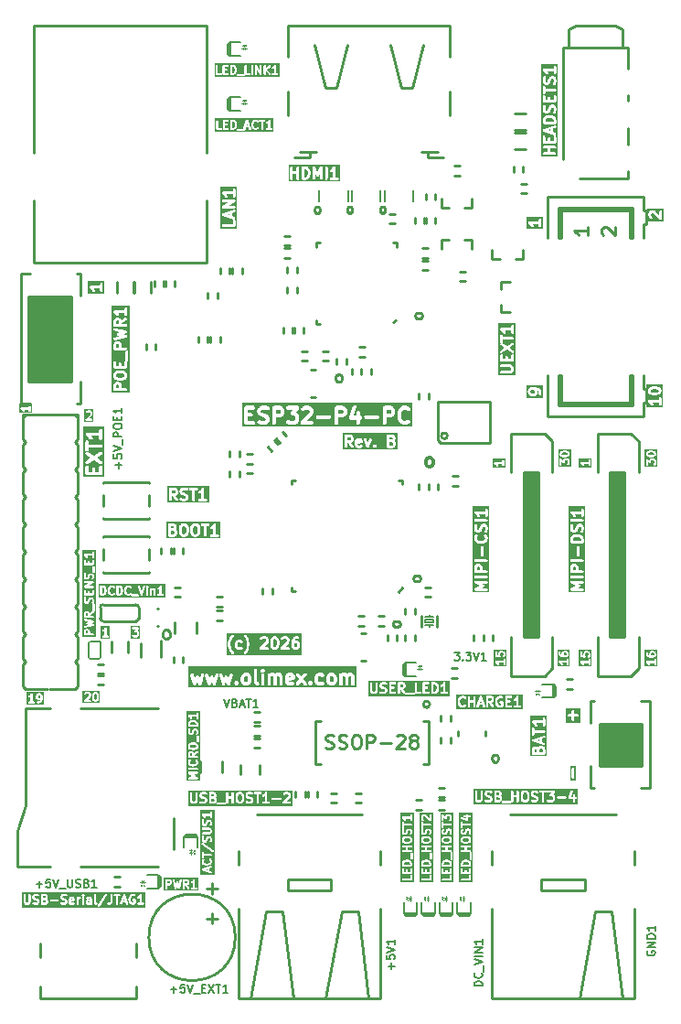
<source format=gbr>
%TF.GenerationSoftware,KiCad,Pcbnew,7.0.9-7.0.9~ubuntu22.04.1*%
%TF.CreationDate,2026-01-29T14:23:21+02:00*%
%TF.ProjectId,ESP32-P4-PC_Rev_B,45535033-322d-4503-942d-50435f526576,B*%
%TF.SameCoordinates,PX80befc0PY7459280*%
%TF.FileFunction,Legend,Top*%
%TF.FilePolarity,Positive*%
%FSLAX46Y46*%
G04 Gerber Fmt 4.6, Leading zero omitted, Abs format (unit mm)*
G04 Created by KiCad (PCBNEW 7.0.9-7.0.9~ubuntu22.04.1) date 2026-01-29 14:23:21*
%MOMM*%
%LPD*%
G01*
G04 APERTURE LIST*
%ADD10C,0.190500*%
%ADD11C,0.317500*%
%ADD12C,0.254000*%
%ADD13C,0.349250*%
%ADD14C,0.203200*%
%ADD15C,0.222250*%
%ADD16C,0.228600*%
%ADD17C,0.127000*%
%ADD18C,0.050000*%
%ADD19C,0.100000*%
G04 APERTURE END LIST*
D10*
G36*
X1295746Y54122426D02*
G01*
X129081Y54122426D01*
X129081Y54568945D01*
X237938Y54568945D01*
X239051Y54541346D01*
X239051Y54513752D01*
X240229Y54512131D01*
X240310Y54510125D01*
X257431Y54488454D01*
X273652Y54466127D01*
X275559Y54465508D01*
X276803Y54463933D01*
X377815Y54396592D01*
X432787Y54341620D01*
X462160Y54282874D01*
X503468Y54240933D01*
X561540Y54231283D01*
X614193Y54257610D01*
X641316Y54309857D01*
X632548Y54368068D01*
X596262Y54440640D01*
X589076Y54447936D01*
X996389Y54447936D01*
X996389Y54325471D01*
X1014580Y54269484D01*
X1062205Y54234883D01*
X1121073Y54234883D01*
X1168698Y54269484D01*
X1186889Y54325471D01*
X1186889Y54760900D01*
X1168698Y54816887D01*
X1121073Y54851488D01*
X1062205Y54851488D01*
X1014580Y54816887D01*
X996389Y54760900D01*
X996389Y54638436D01*
X329639Y54638436D01*
X327731Y54637817D01*
X325800Y54638359D01*
X299908Y54628777D01*
X273652Y54620245D01*
X272472Y54618622D01*
X270593Y54617926D01*
X255283Y54594964D01*
X239051Y54572620D01*
X239051Y54570615D01*
X237938Y54568945D01*
X129081Y54568945D01*
X129081Y54960345D01*
X1295746Y54960345D01*
X1295746Y54122426D01*
G37*
D11*
G36*
X21246224Y29736656D02*
G01*
X21270266Y29712614D01*
X21302463Y29648220D01*
X21302463Y29360316D01*
X21270267Y29295924D01*
X21246224Y29271880D01*
X21181834Y29239684D01*
X21075356Y29239684D01*
X21010964Y29271880D01*
X20986920Y29295924D01*
X20954725Y29360315D01*
X20954725Y29648220D01*
X20986920Y29712612D01*
X21010964Y29736656D01*
X21075356Y29768851D01*
X21181834Y29768851D01*
X21246224Y29736656D01*
G37*
G36*
X25330668Y29750624D02*
G01*
X25067106Y29697912D01*
X25067106Y29708696D01*
X25087157Y29748800D01*
X25127261Y29768851D01*
X25294215Y29768851D01*
X25330668Y29750624D01*
G37*
G36*
X29168604Y29736656D02*
G01*
X29192646Y29712614D01*
X29224843Y29648220D01*
X29224843Y29360316D01*
X29192647Y29295924D01*
X29168604Y29271880D01*
X29104214Y29239684D01*
X28997736Y29239684D01*
X28933344Y29271880D01*
X28909300Y29295924D01*
X28877105Y29360315D01*
X28877105Y29648220D01*
X28909300Y29712612D01*
X28933344Y29736656D01*
X28997736Y29768851D01*
X29104214Y29768851D01*
X29168604Y29736656D01*
G37*
G36*
X31356630Y28740755D02*
G01*
X15803882Y28740755D01*
X15803882Y29966153D01*
X15985311Y29966153D01*
X15986667Y29883989D01*
X16228572Y29037322D01*
X16244361Y29010988D01*
X16256457Y28982764D01*
X16265208Y28976217D01*
X16270828Y28966844D01*
X16297668Y28951933D01*
X16322256Y28933538D01*
X16333108Y28932244D01*
X16342662Y28926936D01*
X16373361Y28927443D01*
X16403852Y28923806D01*
X16413898Y28928112D01*
X16424826Y28928292D01*
X16451160Y28944082D01*
X16479384Y28956177D01*
X16485931Y28964929D01*
X16495304Y28970548D01*
X16510215Y28997389D01*
X16528610Y29021976D01*
X16623118Y29258248D01*
X16717627Y29021976D01*
X16736021Y28997389D01*
X16750933Y28970548D01*
X16760305Y28964929D01*
X16766853Y28956177D01*
X16795077Y28944081D01*
X16821411Y28928292D01*
X16832337Y28928112D01*
X16842384Y28923806D01*
X16872872Y28927443D01*
X16903575Y28926936D01*
X16913130Y28932245D01*
X16923981Y28933539D01*
X16948565Y28951931D01*
X16975409Y28966844D01*
X16981028Y28976218D01*
X16989780Y28982764D01*
X17001875Y29010988D01*
X17017665Y29037322D01*
X17259570Y29883989D01*
X17260926Y29966153D01*
X17315787Y29966153D01*
X17317143Y29883989D01*
X17559048Y29037322D01*
X17574837Y29010988D01*
X17586933Y28982764D01*
X17595684Y28976217D01*
X17601304Y28966844D01*
X17628144Y28951933D01*
X17652732Y28933538D01*
X17663584Y28932244D01*
X17673138Y28926936D01*
X17703837Y28927443D01*
X17734328Y28923806D01*
X17744374Y28928112D01*
X17755302Y28928292D01*
X17781636Y28944082D01*
X17809860Y28956177D01*
X17816407Y28964929D01*
X17825780Y28970548D01*
X17840691Y28997389D01*
X17859086Y29021976D01*
X17953594Y29258248D01*
X18048103Y29021976D01*
X18066497Y28997389D01*
X18081409Y28970548D01*
X18090781Y28964929D01*
X18097329Y28956177D01*
X18125553Y28944081D01*
X18151887Y28928292D01*
X18162813Y28928112D01*
X18172860Y28923806D01*
X18203348Y28927443D01*
X18234051Y28926936D01*
X18243606Y28932245D01*
X18254457Y28933539D01*
X18279041Y28951931D01*
X18305885Y28966844D01*
X18311504Y28976218D01*
X18320256Y28982764D01*
X18332351Y29010988D01*
X18348141Y29037322D01*
X18590046Y29883989D01*
X18591402Y29966153D01*
X18646263Y29966153D01*
X18647619Y29883989D01*
X18889524Y29037322D01*
X18905313Y29010988D01*
X18917409Y28982764D01*
X18926160Y28976217D01*
X18931780Y28966844D01*
X18958620Y28951933D01*
X18983208Y28933538D01*
X18994060Y28932244D01*
X19003614Y28926936D01*
X19034313Y28927443D01*
X19064804Y28923806D01*
X19074850Y28928112D01*
X19085778Y28928292D01*
X19112112Y28944082D01*
X19140336Y28956177D01*
X19146883Y28964929D01*
X19156256Y28970548D01*
X19171167Y28997389D01*
X19189562Y29021976D01*
X19284070Y29258248D01*
X19378579Y29021976D01*
X19396973Y28997389D01*
X19411885Y28970548D01*
X19421257Y28964929D01*
X19427805Y28956177D01*
X19456029Y28944081D01*
X19482363Y28928292D01*
X19493289Y28928112D01*
X19503336Y28923806D01*
X19533824Y28927443D01*
X19564527Y28926936D01*
X19574082Y28932245D01*
X19584933Y28933539D01*
X19609517Y28951931D01*
X19636361Y28966844D01*
X19641980Y28976218D01*
X19650732Y28982764D01*
X19662827Y29010988D01*
X19678617Y29037322D01*
X19696617Y29100321D01*
X20037872Y29100321D01*
X20061212Y29059897D01*
X20078960Y29029157D01*
X20139436Y28968681D01*
X20139438Y28968680D01*
X20157533Y28958233D01*
X20172314Y28943452D01*
X20192500Y28938044D01*
X20210600Y28927593D01*
X20210601Y28927593D01*
X20231502Y28927593D01*
X20251689Y28922184D01*
X20271876Y28927593D01*
X20292777Y28927593D01*
X20310876Y28938043D01*
X20331064Y28943452D01*
X20345843Y28958232D01*
X20363941Y28968680D01*
X20424418Y29029156D01*
X20424420Y29029158D01*
X20442167Y29059897D01*
X20465507Y29100321D01*
X20465508Y29182497D01*
X20424420Y29253662D01*
X20424419Y29253663D01*
X20363942Y29314140D01*
X20363941Y29314141D01*
X20348876Y29322839D01*
X20637225Y29322839D01*
X20646670Y29287589D01*
X20653985Y29251844D01*
X20714460Y29130892D01*
X20731419Y29111767D01*
X20744198Y29089634D01*
X20804675Y29029157D01*
X20826809Y29016378D01*
X20845933Y28999420D01*
X20966884Y28938944D01*
X21002631Y28931629D01*
X21037880Y28922184D01*
X21219309Y28922184D01*
X21254559Y28931630D01*
X21290304Y28938944D01*
X21411256Y28999419D01*
X21430381Y29016379D01*
X21452515Y29029158D01*
X21512991Y29089635D01*
X21525770Y29111770D01*
X21542727Y29130892D01*
X21603203Y29251843D01*
X21605356Y29262363D01*
X21846749Y29262363D01*
X21856193Y29227115D01*
X21863509Y29191367D01*
X21923986Y29070414D01*
X21930426Y29063151D01*
X21933497Y29053940D01*
X21957350Y29032788D01*
X21978506Y29008931D01*
X21987717Y29005861D01*
X21994981Y28999420D01*
X22115932Y28938944D01*
X22196439Y28922469D01*
X22274398Y28948455D01*
X22328918Y29009939D01*
X22345393Y29090446D01*
X22319407Y29168404D01*
X22257923Y29222925D01*
X22184300Y29259736D01*
X22164249Y29299839D01*
X22164249Y30249370D01*
X22456920Y30249370D01*
X22498008Y30178205D01*
X22558484Y30117729D01*
X22558486Y30117728D01*
X22576581Y30107281D01*
X22591362Y30092500D01*
X22611548Y30087092D01*
X22629648Y30076641D01*
X22629649Y30076641D01*
X22634498Y30076641D01*
X22591362Y30065083D01*
X22533255Y30006976D01*
X22511987Y29927601D01*
X22511987Y29080934D01*
X22533255Y29001559D01*
X22591362Y28943452D01*
X22670737Y28922184D01*
X22750112Y28943452D01*
X22808219Y29001559D01*
X22829487Y29080934D01*
X23116749Y29080934D01*
X23138017Y29001559D01*
X23196124Y28943452D01*
X23275499Y28922184D01*
X23354874Y28943452D01*
X23412981Y29001559D01*
X23434249Y29080934D01*
X23434249Y29738774D01*
X23494404Y29768851D01*
X23600882Y29768851D01*
X23640982Y29748801D01*
X23661035Y29708696D01*
X23661035Y29080934D01*
X23682303Y29001559D01*
X23740410Y28943452D01*
X23819785Y28922184D01*
X23899160Y28943452D01*
X23957267Y29001559D01*
X23978535Y29080934D01*
X23978535Y29708696D01*
X23998586Y29748800D01*
X24038690Y29768851D01*
X24145166Y29768851D01*
X24185269Y29748800D01*
X24205321Y29708696D01*
X24205321Y29080934D01*
X24226589Y29001559D01*
X24284696Y28943452D01*
X24364071Y28922184D01*
X24443446Y28943452D01*
X24501553Y29001559D01*
X24522821Y29080934D01*
X24522821Y29262363D01*
X24749606Y29262363D01*
X24759049Y29227120D01*
X24766365Y29191368D01*
X24826841Y29070416D01*
X24833282Y29063152D01*
X24836353Y29053940D01*
X24860209Y29032786D01*
X24881361Y29008932D01*
X24890571Y29005862D01*
X24897837Y28999419D01*
X25018790Y28938944D01*
X25054533Y28931630D01*
X25089785Y28922184D01*
X25331690Y28922184D01*
X25366940Y28931630D01*
X25402685Y28938944D01*
X25523637Y28999419D01*
X25585121Y29053940D01*
X25601627Y29103459D01*
X25779307Y29103459D01*
X25789098Y29021869D01*
X25838372Y28956106D01*
X25913926Y28923790D01*
X25995516Y28933581D01*
X26061279Y28982855D01*
X26269070Y29247317D01*
X26476861Y28982855D01*
X26542624Y28933581D01*
X26624214Y28923790D01*
X26699768Y28956106D01*
X26749042Y29021869D01*
X26758456Y29100321D01*
X26871681Y29100321D01*
X26895021Y29059897D01*
X26912769Y29029157D01*
X26973245Y28968681D01*
X26973247Y28968680D01*
X26991342Y28958233D01*
X27006123Y28943452D01*
X27026309Y28938044D01*
X27044409Y28927593D01*
X27044410Y28927593D01*
X27065311Y28927593D01*
X27085498Y28922184D01*
X27105685Y28927593D01*
X27126586Y28927593D01*
X27144685Y28938043D01*
X27164873Y28943452D01*
X27179652Y28958232D01*
X27197750Y28968680D01*
X27258227Y29029156D01*
X27258229Y29029158D01*
X27275976Y29059897D01*
X27299316Y29100321D01*
X27299317Y29182497D01*
X27258229Y29253662D01*
X27258228Y29253663D01*
X27197751Y29314140D01*
X27197750Y29314141D01*
X27182685Y29322839D01*
X27471034Y29322839D01*
X27480479Y29287589D01*
X27487794Y29251844D01*
X27548269Y29130892D01*
X27565228Y29111767D01*
X27578007Y29089634D01*
X27638484Y29029157D01*
X27660618Y29016378D01*
X27679742Y28999420D01*
X27800693Y28938944D01*
X27836440Y28931629D01*
X27871689Y28922184D01*
X28113594Y28922184D01*
X28148844Y28931630D01*
X28184589Y28938944D01*
X28305541Y28999419D01*
X28367025Y29053940D01*
X28393011Y29131898D01*
X28376536Y29212405D01*
X28322016Y29273889D01*
X28244057Y29299875D01*
X28163550Y29283400D01*
X28076119Y29239684D01*
X27909165Y29239684D01*
X27844773Y29271880D01*
X27820729Y29295924D01*
X27807272Y29322839D01*
X28559605Y29322839D01*
X28569050Y29287589D01*
X28576365Y29251844D01*
X28636840Y29130892D01*
X28653799Y29111767D01*
X28666578Y29089634D01*
X28727055Y29029157D01*
X28749189Y29016378D01*
X28768313Y28999420D01*
X28889264Y28938944D01*
X28925011Y28931629D01*
X28960260Y28922184D01*
X29141689Y28922184D01*
X29176939Y28931630D01*
X29212684Y28938944D01*
X29333636Y28999419D01*
X29352761Y29016379D01*
X29374895Y29029158D01*
X29426670Y29080934D01*
X29769129Y29080934D01*
X29790397Y29001559D01*
X29848504Y28943452D01*
X29927879Y28922184D01*
X30007254Y28943452D01*
X30065361Y29001559D01*
X30086629Y29080934D01*
X30086629Y29738774D01*
X30146784Y29768851D01*
X30253262Y29768851D01*
X30293362Y29748801D01*
X30313415Y29708696D01*
X30313415Y29080934D01*
X30334683Y29001559D01*
X30392790Y28943452D01*
X30472165Y28922184D01*
X30551540Y28943452D01*
X30609647Y29001559D01*
X30630915Y29080934D01*
X30630915Y29708696D01*
X30650966Y29748800D01*
X30691070Y29768851D01*
X30797546Y29768851D01*
X30837649Y29748800D01*
X30857701Y29708696D01*
X30857701Y29080934D01*
X30878969Y29001559D01*
X30937076Y28943452D01*
X31016451Y28922184D01*
X31095826Y28943452D01*
X31153933Y29001559D01*
X31175201Y29080934D01*
X31175201Y29746172D01*
X31165755Y29781424D01*
X31158441Y29817167D01*
X31097966Y29938120D01*
X31091523Y29945386D01*
X31088453Y29954596D01*
X31064599Y29975748D01*
X31043445Y29999604D01*
X31034233Y30002675D01*
X31026969Y30009116D01*
X30906017Y30069592D01*
X30870265Y30076908D01*
X30835022Y30086351D01*
X30653594Y30086351D01*
X30618342Y30076906D01*
X30582599Y30069591D01*
X30472165Y30014376D01*
X30361732Y30069591D01*
X30325987Y30076906D01*
X30290737Y30086351D01*
X30109308Y30086351D01*
X30074059Y30076907D01*
X30038312Y30069591D01*
X30014601Y30057736D01*
X30007254Y30065083D01*
X29927879Y30086351D01*
X29848504Y30065083D01*
X29790397Y30006976D01*
X29769129Y29927601D01*
X29769129Y29080934D01*
X29426670Y29080934D01*
X29435371Y29089635D01*
X29448150Y29111770D01*
X29465107Y29130892D01*
X29525583Y29251843D01*
X29532898Y29287591D01*
X29542343Y29322839D01*
X29542343Y29685696D01*
X29532897Y29720948D01*
X29525583Y29756691D01*
X29465108Y29877644D01*
X29448148Y29896770D01*
X29435370Y29918902D01*
X29374894Y29979378D01*
X29352761Y29992157D01*
X29333636Y30009116D01*
X29212684Y30069591D01*
X29176939Y30076906D01*
X29141689Y30086351D01*
X28960260Y30086351D01*
X28925011Y30076907D01*
X28889264Y30069591D01*
X28768313Y30009115D01*
X28749190Y29992159D01*
X28727056Y29979379D01*
X28666579Y29918903D01*
X28653798Y29896768D01*
X28636840Y29877643D01*
X28576364Y29756691D01*
X28569048Y29720940D01*
X28559605Y29685696D01*
X28559605Y29322839D01*
X27807272Y29322839D01*
X27788534Y29360315D01*
X27788534Y29648220D01*
X27820729Y29712612D01*
X27844773Y29736656D01*
X27909165Y29768851D01*
X28076119Y29768851D01*
X28163550Y29725135D01*
X28244057Y29708660D01*
X28322016Y29734646D01*
X28376536Y29796130D01*
X28393011Y29876637D01*
X28367025Y29954595D01*
X28305541Y30009116D01*
X28184589Y30069591D01*
X28148844Y30076906D01*
X28113594Y30086351D01*
X27871689Y30086351D01*
X27836440Y30076907D01*
X27800693Y30069591D01*
X27679742Y30009115D01*
X27660619Y29992159D01*
X27638485Y29979379D01*
X27578008Y29918903D01*
X27565227Y29896768D01*
X27548269Y29877643D01*
X27487793Y29756691D01*
X27480477Y29720940D01*
X27471034Y29685696D01*
X27471034Y29322839D01*
X27182685Y29322839D01*
X27179651Y29324591D01*
X27164873Y29339369D01*
X27144686Y29344778D01*
X27126585Y29355229D01*
X27105682Y29355229D01*
X27085498Y29360637D01*
X27065311Y29355229D01*
X27044409Y29355228D01*
X27026309Y29344778D01*
X27006123Y29339369D01*
X26991343Y29324590D01*
X26973245Y29314140D01*
X26973244Y29314140D01*
X26973244Y29314139D01*
X26912768Y29253662D01*
X26906598Y29242975D01*
X26871681Y29182498D01*
X26871681Y29182497D01*
X26871681Y29100321D01*
X26758456Y29100321D01*
X26758833Y29103459D01*
X26726517Y29179013D01*
X26470960Y29504268D01*
X26726517Y29829522D01*
X26758833Y29905076D01*
X26749042Y29986666D01*
X26699768Y30052429D01*
X26624214Y30084745D01*
X26542624Y30074954D01*
X26476861Y30025680D01*
X26269070Y29761219D01*
X26061279Y30025680D01*
X25995516Y30074954D01*
X25913926Y30084745D01*
X25838372Y30052429D01*
X25789098Y29986666D01*
X25779307Y29905076D01*
X25811623Y29829522D01*
X26067179Y29504268D01*
X25811623Y29179013D01*
X25779307Y29103459D01*
X25601627Y29103459D01*
X25611107Y29131898D01*
X25594632Y29212405D01*
X25540112Y29273889D01*
X25462153Y29299875D01*
X25381646Y29283400D01*
X25294215Y29239684D01*
X25127261Y29239684D01*
X25087157Y29259736D01*
X25067106Y29299840D01*
X25067106Y29374125D01*
X25544252Y29469553D01*
X25567470Y29481034D01*
X25592493Y29487738D01*
X25603703Y29498949D01*
X25617914Y29505975D01*
X25632282Y29527528D01*
X25650600Y29545845D01*
X25654703Y29561159D01*
X25663497Y29574349D01*
X25665164Y29600202D01*
X25671868Y29625220D01*
X25671868Y29746172D01*
X25662422Y29781424D01*
X25655108Y29817167D01*
X25594633Y29938120D01*
X25588191Y29945385D01*
X25585121Y29954595D01*
X25561265Y29975749D01*
X25540112Y29999604D01*
X25530901Y30002675D01*
X25523637Y30009116D01*
X25402685Y30069591D01*
X25366940Y30076906D01*
X25331690Y30086351D01*
X25089785Y30086351D01*
X25054533Y30076906D01*
X25018790Y30069591D01*
X24897837Y30009116D01*
X24890571Y30002674D01*
X24881361Y29999603D01*
X24860209Y29975750D01*
X24836353Y29954595D01*
X24833282Y29945384D01*
X24826841Y29938119D01*
X24766365Y29817167D01*
X24759049Y29781416D01*
X24749606Y29746172D01*
X24749606Y29262363D01*
X24522821Y29262363D01*
X24522821Y29746172D01*
X24513375Y29781424D01*
X24506061Y29817167D01*
X24445586Y29938120D01*
X24439143Y29945386D01*
X24436073Y29954596D01*
X24412219Y29975748D01*
X24391065Y29999604D01*
X24381853Y30002675D01*
X24374589Y30009116D01*
X24253637Y30069592D01*
X24217885Y30076908D01*
X24182642Y30086351D01*
X24001214Y30086351D01*
X23965962Y30076906D01*
X23930219Y30069591D01*
X23819785Y30014376D01*
X23709352Y30069591D01*
X23673607Y30076906D01*
X23638357Y30086351D01*
X23456928Y30086351D01*
X23421679Y30076907D01*
X23385932Y30069591D01*
X23362221Y30057736D01*
X23354874Y30065083D01*
X23275499Y30086351D01*
X23196124Y30065083D01*
X23138017Y30006976D01*
X23116749Y29927601D01*
X23116749Y29080934D01*
X22829487Y29080934D01*
X22829487Y29927601D01*
X22808219Y30006976D01*
X22750112Y30065083D01*
X22706976Y30076641D01*
X22711825Y30076641D01*
X22729924Y30087091D01*
X22750112Y30092500D01*
X22764891Y30107280D01*
X22782989Y30117728D01*
X22843466Y30178204D01*
X22843466Y30178206D01*
X22843468Y30178206D01*
X22884556Y30249371D01*
X22884555Y30290458D01*
X22884556Y30331545D01*
X22843468Y30402710D01*
X22843466Y30402711D01*
X22843466Y30402712D01*
X22782989Y30463188D01*
X22764891Y30473637D01*
X22750112Y30488416D01*
X22729924Y30493826D01*
X22711825Y30504275D01*
X22711824Y30504275D01*
X22690924Y30504275D01*
X22670737Y30509684D01*
X22650550Y30504275D01*
X22629648Y30504275D01*
X22611548Y30493825D01*
X22591362Y30488416D01*
X22576582Y30473637D01*
X22558484Y30463187D01*
X22498008Y30402711D01*
X22456920Y30331546D01*
X22456920Y30249370D01*
X22164249Y30249370D01*
X22164249Y30350934D01*
X22142981Y30430309D01*
X22084874Y30488416D01*
X22005499Y30509684D01*
X21926124Y30488416D01*
X21868017Y30430309D01*
X21846749Y30350934D01*
X21846749Y29262363D01*
X21605356Y29262363D01*
X21610518Y29287591D01*
X21619963Y29322839D01*
X21619963Y29685696D01*
X21610517Y29720948D01*
X21603203Y29756691D01*
X21542728Y29877644D01*
X21525768Y29896770D01*
X21512990Y29918902D01*
X21452514Y29979378D01*
X21430381Y29992157D01*
X21411256Y30009116D01*
X21290304Y30069591D01*
X21254559Y30076906D01*
X21219309Y30086351D01*
X21037880Y30086351D01*
X21002631Y30076907D01*
X20966884Y30069591D01*
X20845933Y30009115D01*
X20826810Y29992159D01*
X20804676Y29979379D01*
X20744199Y29918903D01*
X20731418Y29896768D01*
X20714460Y29877643D01*
X20653984Y29756691D01*
X20646668Y29720940D01*
X20637225Y29685696D01*
X20637225Y29322839D01*
X20348876Y29322839D01*
X20345842Y29324591D01*
X20331064Y29339369D01*
X20310877Y29344778D01*
X20292776Y29355229D01*
X20271873Y29355229D01*
X20251689Y29360637D01*
X20231502Y29355229D01*
X20210600Y29355228D01*
X20192500Y29344778D01*
X20172314Y29339369D01*
X20157534Y29324590D01*
X20139436Y29314140D01*
X20139435Y29314140D01*
X20139435Y29314139D01*
X20078959Y29253662D01*
X20072789Y29242975D01*
X20037872Y29182498D01*
X20037872Y29182497D01*
X20037872Y29100321D01*
X19696617Y29100321D01*
X19920522Y29883989D01*
X19921878Y29966153D01*
X19881970Y30037987D01*
X19811492Y30080243D01*
X19729328Y30081599D01*
X19657494Y30041691D01*
X19615238Y29971213D01*
X19500906Y29571054D01*
X19431467Y29744654D01*
X19417811Y29762908D01*
X19408829Y29783866D01*
X19393618Y29795246D01*
X19382241Y29810453D01*
X19361285Y29819434D01*
X19343029Y29833092D01*
X19324167Y29835342D01*
X19306709Y29842824D01*
X19284071Y29840124D01*
X19261433Y29842824D01*
X19243973Y29835342D01*
X19225113Y29833092D01*
X19206859Y29819436D01*
X19185901Y29810454D01*
X19174521Y29795243D01*
X19159314Y29783866D01*
X19150333Y29762913D01*
X19136675Y29744655D01*
X19067234Y29571054D01*
X18952903Y29971213D01*
X18910647Y30041691D01*
X18838813Y30081599D01*
X18756649Y30080243D01*
X18686171Y30037987D01*
X18646263Y29966153D01*
X18591402Y29966153D01*
X18551494Y30037987D01*
X18481016Y30080243D01*
X18398852Y30081599D01*
X18327018Y30041691D01*
X18284762Y29971213D01*
X18170430Y29571054D01*
X18100991Y29744654D01*
X18087335Y29762908D01*
X18078353Y29783866D01*
X18063142Y29795246D01*
X18051765Y29810453D01*
X18030809Y29819434D01*
X18012553Y29833092D01*
X17993691Y29835342D01*
X17976233Y29842824D01*
X17953595Y29840124D01*
X17930957Y29842824D01*
X17913497Y29835342D01*
X17894637Y29833092D01*
X17876383Y29819436D01*
X17855425Y29810454D01*
X17844045Y29795243D01*
X17828838Y29783866D01*
X17819857Y29762913D01*
X17806199Y29744655D01*
X17736758Y29571054D01*
X17622427Y29971213D01*
X17580171Y30041691D01*
X17508337Y30081599D01*
X17426173Y30080243D01*
X17355695Y30037987D01*
X17315787Y29966153D01*
X17260926Y29966153D01*
X17221018Y30037987D01*
X17150540Y30080243D01*
X17068376Y30081599D01*
X16996542Y30041691D01*
X16954286Y29971213D01*
X16839954Y29571054D01*
X16770515Y29744654D01*
X16756859Y29762908D01*
X16747877Y29783866D01*
X16732666Y29795246D01*
X16721289Y29810453D01*
X16700333Y29819434D01*
X16682077Y29833092D01*
X16663215Y29835342D01*
X16645757Y29842824D01*
X16623119Y29840124D01*
X16600481Y29842824D01*
X16583021Y29835342D01*
X16564161Y29833092D01*
X16545907Y29819436D01*
X16524949Y29810454D01*
X16513569Y29795243D01*
X16498362Y29783866D01*
X16489381Y29762913D01*
X16475723Y29744655D01*
X16406282Y29571054D01*
X16291951Y29971213D01*
X16249695Y30041691D01*
X16177861Y30081599D01*
X16095697Y30080243D01*
X16025219Y30037987D01*
X15985311Y29966153D01*
X15803882Y29966153D01*
X15803882Y30691113D01*
X31356630Y30691113D01*
X31356630Y28740755D01*
G37*
D12*
G36*
X47818411Y56240446D02*
G01*
X47837650Y56221207D01*
X47863405Y56169697D01*
X47863405Y56036133D01*
X47837650Y55984623D01*
X47818411Y55965384D01*
X47766901Y55939629D01*
X47584956Y55939629D01*
X47533446Y55965384D01*
X47514207Y55984623D01*
X47488452Y56036133D01*
X47488452Y56169697D01*
X47514207Y56221207D01*
X47533446Y56240446D01*
X47584956Y56266201D01*
X47766901Y56266201D01*
X47818411Y56240446D01*
G37*
G36*
X48649595Y55540486D02*
G01*
X47089309Y55540486D01*
X47089309Y56006153D01*
X47234452Y56006153D01*
X47237695Y55995108D01*
X47236459Y55983660D01*
X47247860Y55949357D01*
X47296241Y55852595D01*
X47297861Y55850853D01*
X47298368Y55848526D01*
X47320030Y55819588D01*
X47368411Y55771207D01*
X47370500Y55770066D01*
X47371716Y55768020D01*
X47401418Y55747418D01*
X47498180Y55699037D01*
X47509509Y55696999D01*
X47519196Y55690773D01*
X47554976Y55685629D01*
X47796881Y55685629D01*
X47807926Y55688873D01*
X47819374Y55687636D01*
X47853677Y55699037D01*
X47950439Y55747418D01*
X47952181Y55749039D01*
X47954508Y55749545D01*
X47983446Y55771207D01*
X48031827Y55819588D01*
X48032968Y55821678D01*
X48035014Y55822893D01*
X48055616Y55852595D01*
X48103997Y55949357D01*
X48106035Y55960687D01*
X48112261Y55970373D01*
X48117405Y56006153D01*
X48117405Y56199677D01*
X48115724Y56205402D01*
X48199777Y56149366D01*
X48224696Y56124447D01*
X48250452Y56072935D01*
X48250452Y55909391D01*
X48270613Y55840730D01*
X48324694Y55793868D01*
X48395526Y55783684D01*
X48460619Y55813411D01*
X48499308Y55873611D01*
X48504452Y55909391D01*
X48504452Y56102915D01*
X48501208Y56113960D01*
X48502445Y56125407D01*
X48491045Y56159710D01*
X48442665Y56256472D01*
X48441043Y56258216D01*
X48440537Y56260542D01*
X48418875Y56289480D01*
X48370494Y56337861D01*
X48366261Y56340172D01*
X48351138Y56353728D01*
X48205995Y56450490D01*
X48202397Y56451613D01*
X48199814Y56454360D01*
X48166350Y56468028D01*
X47972826Y56516409D01*
X47969375Y56516269D01*
X47942024Y56520201D01*
X47554976Y56520201D01*
X47543930Y56516958D01*
X47532483Y56518194D01*
X47498180Y56506793D01*
X47401418Y56458412D01*
X47399675Y56456792D01*
X47397349Y56456285D01*
X47368411Y56434623D01*
X47320030Y56386242D01*
X47318888Y56384153D01*
X47316843Y56382937D01*
X47296241Y56353235D01*
X47247860Y56256473D01*
X47245821Y56245144D01*
X47239596Y56235457D01*
X47234452Y56199677D01*
X47234452Y56006153D01*
X47089309Y56006153D01*
X47089309Y56665344D01*
X48649595Y56665344D01*
X48649595Y55540486D01*
G37*
G36*
X59825595Y71876398D02*
G01*
X58265309Y71876398D01*
X58265309Y72340772D01*
X58410452Y72340772D01*
X58413695Y72329727D01*
X58412459Y72318279D01*
X58423860Y72283976D01*
X58472241Y72187214D01*
X58473861Y72185472D01*
X58474368Y72183145D01*
X58496030Y72154207D01*
X58544411Y72105826D01*
X58607218Y72071532D01*
X58678596Y72076636D01*
X58735882Y72119521D01*
X58760890Y72186569D01*
X58745679Y72256494D01*
X58724017Y72285432D01*
X58690207Y72319242D01*
X58664452Y72370752D01*
X58664452Y72552697D01*
X58690207Y72604207D01*
X58709446Y72623446D01*
X58760956Y72649201D01*
X58807128Y72649201D01*
X58904278Y72616818D01*
X59463649Y72057446D01*
X59483553Y72046578D01*
X59500694Y72031725D01*
X59514349Y72029762D01*
X59526456Y72023151D01*
X59549077Y72024769D01*
X59571526Y72021541D01*
X59584073Y72027272D01*
X59597833Y72028255D01*
X59615989Y72041847D01*
X59636619Y72051268D01*
X59644077Y72062874D01*
X59655120Y72071140D01*
X59663044Y72092386D01*
X59675308Y72111468D01*
X59678535Y72133920D01*
X59680128Y72138188D01*
X59679538Y72140897D01*
X59680452Y72147248D01*
X59680452Y72776201D01*
X59660291Y72844862D01*
X59606210Y72891724D01*
X59535378Y72901908D01*
X59470285Y72872181D01*
X59431596Y72811981D01*
X59426452Y72776201D01*
X59426452Y72453854D01*
X59062684Y72817622D01*
X59052579Y72823140D01*
X59045359Y72832108D01*
X59013042Y72848303D01*
X58867899Y72896684D01*
X58865520Y72896771D01*
X58863518Y72898057D01*
X58827738Y72903201D01*
X58730976Y72903201D01*
X58719930Y72899958D01*
X58708483Y72901194D01*
X58674180Y72889793D01*
X58577418Y72841412D01*
X58575675Y72839792D01*
X58573349Y72839285D01*
X58544411Y72817623D01*
X58496030Y72769242D01*
X58494888Y72767153D01*
X58492843Y72765937D01*
X58472241Y72736235D01*
X58423860Y72639473D01*
X58421821Y72628144D01*
X58415596Y72618457D01*
X58410452Y72582677D01*
X58410452Y72340772D01*
X58265309Y72340772D01*
X58265309Y73048344D01*
X59825595Y73048344D01*
X59825595Y71876398D01*
G37*
D10*
G36*
X11325006Y33253054D02*
G01*
X10446250Y33253054D01*
X10446250Y33514833D01*
X10555107Y33514833D01*
X10581832Y33462381D01*
X10618117Y33426095D01*
X10631873Y33419086D01*
X10642874Y33408251D01*
X10715446Y33371966D01*
X10737160Y33368696D01*
X10758042Y33361911D01*
X10975756Y33361911D01*
X10996637Y33368696D01*
X11018352Y33371966D01*
X11090925Y33408252D01*
X11101924Y33419086D01*
X11115681Y33426095D01*
X11151966Y33462381D01*
X11158974Y33476137D01*
X11169807Y33487135D01*
X11206093Y33559707D01*
X11209363Y33581421D01*
X11216149Y33602304D01*
X11216149Y33783732D01*
X11209363Y33804616D01*
X11206093Y33826329D01*
X11169807Y33898901D01*
X11158974Y33909900D01*
X11151965Y33923656D01*
X11115680Y33959941D01*
X11101923Y33966951D01*
X11090925Y33977783D01*
X11052896Y33996798D01*
X11192582Y34156439D01*
X11200165Y34174145D01*
X11211487Y34189727D01*
X11211487Y34200576D01*
X11215760Y34210552D01*
X11211487Y34229337D01*
X11211487Y34248595D01*
X11205109Y34257373D01*
X11202703Y34267953D01*
X11188208Y34280636D01*
X11176886Y34296220D01*
X11166565Y34299574D01*
X11158400Y34306718D01*
X11139217Y34308460D01*
X11120899Y34314411D01*
X10649185Y34314411D01*
X10593198Y34296220D01*
X10558597Y34248595D01*
X10558597Y34189727D01*
X10593198Y34142102D01*
X10649185Y34123911D01*
X10910990Y34123911D01*
X10795216Y33991598D01*
X10787631Y33973891D01*
X10776311Y33958309D01*
X10776311Y33947461D01*
X10772038Y33937484D01*
X10776311Y33918700D01*
X10776311Y33899441D01*
X10782688Y33890664D01*
X10785095Y33880083D01*
X10799589Y33867401D01*
X10810912Y33851816D01*
X10821232Y33848463D01*
X10829398Y33841318D01*
X10848580Y33839577D01*
X10866899Y33833625D01*
X10953271Y33833625D01*
X10991905Y33814308D01*
X11006332Y33799881D01*
X11025649Y33761247D01*
X11025649Y33624789D01*
X11006331Y33586155D01*
X10991905Y33571729D01*
X10953271Y33552411D01*
X10780527Y33552411D01*
X10741892Y33571728D01*
X10716538Y33597083D01*
X10664086Y33623810D01*
X10605944Y33614601D01*
X10564317Y33572976D01*
X10555107Y33514833D01*
X10446250Y33514833D01*
X10446250Y34423268D01*
X11325006Y34423268D01*
X11325006Y33253054D01*
G37*
D12*
G36*
X31687478Y51553300D02*
G01*
X31476628Y51511130D01*
X31476628Y51519758D01*
X31492669Y51551840D01*
X31524751Y51567881D01*
X31658315Y51567881D01*
X31687478Y51553300D01*
G37*
G36*
X34716072Y51390355D02*
G01*
X34728683Y51377744D01*
X34754438Y51326234D01*
X34754438Y51241051D01*
X34728683Y51189541D01*
X34709445Y51170304D01*
X34657934Y51144548D01*
X34427866Y51144548D01*
X34427866Y51422738D01*
X34618923Y51422738D01*
X34716072Y51390355D01*
G37*
G36*
X34661063Y51880793D02*
G01*
X34680302Y51861554D01*
X34706057Y51810044D01*
X34706057Y51773242D01*
X34680302Y51721732D01*
X34661063Y51702493D01*
X34609553Y51676738D01*
X34427866Y51676738D01*
X34427866Y51906548D01*
X34609553Y51906548D01*
X34661063Y51880793D01*
G37*
G36*
X30790587Y51880793D02*
G01*
X30809826Y51861554D01*
X30835581Y51810044D01*
X30835581Y51724861D01*
X30809826Y51673351D01*
X30790587Y51654112D01*
X30739077Y51628357D01*
X30509009Y51628357D01*
X30509009Y51906548D01*
X30739077Y51906548D01*
X30790587Y51880793D01*
G37*
G36*
X35153581Y50745405D02*
G01*
X30109866Y50745405D01*
X30109866Y51017548D01*
X30255009Y51017548D01*
X30275170Y50948887D01*
X30329251Y50902025D01*
X30400083Y50891841D01*
X30465176Y50921568D01*
X30503865Y50981768D01*
X30509009Y51017548D01*
X30509009Y51374357D01*
X30557791Y51374357D01*
X30858539Y50944718D01*
X30914430Y50900030D01*
X30985608Y50892653D01*
X31049476Y50924929D01*
X31085755Y50986611D01*
X31082928Y51058115D01*
X31066624Y51090377D01*
X31016005Y51162690D01*
X31222628Y51162690D01*
X31225871Y51151645D01*
X31224635Y51140197D01*
X31236036Y51105894D01*
X31284417Y51009132D01*
X31299901Y50992486D01*
X31311512Y50972937D01*
X31330038Y50960087D01*
X31333155Y50956736D01*
X31335870Y50956042D01*
X31341214Y50952335D01*
X31437976Y50903955D01*
X31449306Y50901917D01*
X31458991Y50895692D01*
X31494771Y50890548D01*
X31688295Y50890548D01*
X31699339Y50893792D01*
X31710787Y50892555D01*
X31745090Y50903955D01*
X31841852Y50952335D01*
X31894249Y51001074D01*
X31911978Y51070402D01*
X31889411Y51138311D01*
X31833712Y51183238D01*
X31762565Y51190921D01*
X31728262Y51179521D01*
X31658315Y51144548D01*
X31524751Y51144548D01*
X31492668Y51160590D01*
X31476628Y51192670D01*
X31476628Y51252099D01*
X31858344Y51328442D01*
X31887086Y51343516D01*
X31916605Y51356996D01*
X31918543Y51360013D01*
X31921718Y51361677D01*
X31937744Y51389889D01*
X31955294Y51417196D01*
X31955984Y51421998D01*
X31957064Y51423898D01*
X31956841Y51427963D01*
X31960438Y51452976D01*
X31960438Y51549738D01*
X31957194Y51560784D01*
X31958431Y51572231D01*
X31947030Y51606534D01*
X31906501Y51687592D01*
X32045313Y51687592D01*
X32052503Y51652166D01*
X32294408Y50974834D01*
X32311328Y50951560D01*
X32325470Y50926500D01*
X32332086Y50923007D01*
X32336487Y50916953D01*
X32363308Y50906520D01*
X32388750Y50893086D01*
X32396204Y50893724D01*
X32403179Y50891011D01*
X32431380Y50896735D01*
X32460049Y50899188D01*
X32465976Y50903756D01*
X32473310Y50905244D01*
X32493935Y50925301D01*
X32516732Y50942868D01*
X32521725Y50952325D01*
X32524612Y50955132D01*
X32525714Y50959881D01*
X32533610Y50974833D01*
X32569379Y51074987D01*
X32867904Y51074987D01*
X32873656Y51048543D01*
X32875587Y51021546D01*
X32881143Y51014123D01*
X32883115Y51005062D01*
X32904778Y50976125D01*
X32953159Y50927745D01*
X32961296Y50923302D01*
X32966852Y50915880D01*
X32979777Y50911060D01*
X32990203Y50902025D01*
X33003859Y50900062D01*
X33015966Y50893451D01*
X33025212Y50894113D01*
X33033900Y50890872D01*
X33047380Y50893805D01*
X33061035Y50891841D01*
X33073583Y50897572D01*
X33087344Y50898556D01*
X33094764Y50904112D01*
X33103825Y50906082D01*
X33121982Y50919675D01*
X33126128Y50921568D01*
X33127626Y50923900D01*
X33132763Y50927745D01*
X33181143Y50976124D01*
X33185587Y50984264D01*
X33193010Y50989820D01*
X33202467Y51015176D01*
X33203762Y51017548D01*
X34173866Y51017548D01*
X34176478Y51008651D01*
X34175159Y50999474D01*
X34186401Y50974856D01*
X34194027Y50948887D01*
X34201034Y50942816D01*
X34204886Y50934381D01*
X34227654Y50919749D01*
X34248108Y50902025D01*
X34257284Y50900706D01*
X34265086Y50895692D01*
X34300866Y50890548D01*
X34687914Y50890548D01*
X34698958Y50893792D01*
X34710406Y50892555D01*
X34744709Y50903955D01*
X34841471Y50952335D01*
X34843214Y50953957D01*
X34845541Y50954463D01*
X34874479Y50976125D01*
X34922860Y51024506D01*
X34924001Y51026596D01*
X34926047Y51027811D01*
X34946649Y51057513D01*
X34995030Y51154275D01*
X34997068Y51165605D01*
X35003294Y51175291D01*
X35008438Y51211071D01*
X35008438Y51356214D01*
X35005194Y51367260D01*
X35006431Y51378707D01*
X34995030Y51413010D01*
X34946649Y51509772D01*
X34945028Y51511515D01*
X34944522Y51513841D01*
X34922860Y51542779D01*
X34889121Y51576518D01*
X34898268Y51589704D01*
X34946649Y51686466D01*
X34948687Y51697796D01*
X34954913Y51707482D01*
X34960057Y51743262D01*
X34960057Y51840024D01*
X34956813Y51851070D01*
X34958050Y51862517D01*
X34946649Y51896820D01*
X34898268Y51993582D01*
X34896647Y51995325D01*
X34896141Y51997651D01*
X34874479Y52026589D01*
X34826098Y52074970D01*
X34824008Y52076112D01*
X34822793Y52078157D01*
X34793091Y52098759D01*
X34696329Y52147140D01*
X34684999Y52149179D01*
X34675313Y52155404D01*
X34639533Y52160548D01*
X34300866Y52160548D01*
X34291968Y52157936D01*
X34282792Y52159255D01*
X34258173Y52148013D01*
X34232205Y52140387D01*
X34226133Y52133380D01*
X34217699Y52129528D01*
X34203066Y52106760D01*
X34185343Y52086306D01*
X34184023Y52077130D01*
X34179010Y52069328D01*
X34173866Y52033548D01*
X34173866Y51017548D01*
X33203762Y51017548D01*
X33215439Y51038931D01*
X33214777Y51048181D01*
X33218018Y51056868D01*
X33212265Y51083313D01*
X33210335Y51110308D01*
X33204778Y51117731D01*
X33202807Y51126793D01*
X33181145Y51155731D01*
X33132764Y51204112D01*
X33124623Y51208557D01*
X33119069Y51215977D01*
X33106145Y51220798D01*
X33095719Y51229832D01*
X33082064Y51231796D01*
X33069957Y51238406D01*
X33060708Y51237745D01*
X33052021Y51240985D01*
X33038541Y51238053D01*
X33024887Y51240016D01*
X33012340Y51234287D01*
X32998579Y51233302D01*
X32991155Y51227745D01*
X32982096Y51225774D01*
X32963937Y51212182D01*
X32959794Y51210289D01*
X32958296Y51207959D01*
X32953158Y51204112D01*
X32904777Y51155731D01*
X32900332Y51147591D01*
X32892911Y51142035D01*
X32883454Y51116681D01*
X32870483Y51092924D01*
X32871144Y51083675D01*
X32867904Y51074987D01*
X32569379Y51074987D01*
X32775515Y51652166D01*
X32779622Y51723608D01*
X32744453Y51785929D01*
X32681173Y51819343D01*
X32609874Y51813241D01*
X32553191Y51769561D01*
X32536313Y51737595D01*
X32414009Y51395146D01*
X32291705Y51737596D01*
X32249626Y51795476D01*
X32182934Y51821418D01*
X32112803Y51807186D01*
X32061501Y51757297D01*
X32045313Y51687592D01*
X31906501Y51687592D01*
X31898649Y51703296D01*
X31883164Y51719943D01*
X31871555Y51739490D01*
X31853028Y51752341D01*
X31849911Y51755692D01*
X31847195Y51756387D01*
X31841853Y51760092D01*
X31745091Y51808473D01*
X31733761Y51810512D01*
X31724075Y51816737D01*
X31688295Y51821881D01*
X31494771Y51821881D01*
X31483725Y51818638D01*
X31472278Y51819874D01*
X31437975Y51808473D01*
X31341213Y51760092D01*
X31324566Y51744608D01*
X31305019Y51732998D01*
X31292168Y51714472D01*
X31288817Y51711354D01*
X31288122Y51708639D01*
X31284417Y51703296D01*
X31236036Y51606534D01*
X31233997Y51595205D01*
X31227772Y51585518D01*
X31222628Y51549738D01*
X31222628Y51162690D01*
X31016005Y51162690D01*
X30850000Y51399839D01*
X30922615Y51436146D01*
X30924357Y51437767D01*
X30926684Y51438273D01*
X30955622Y51459935D01*
X31004003Y51508316D01*
X31005144Y51510406D01*
X31007190Y51511621D01*
X31027792Y51541323D01*
X31076173Y51638085D01*
X31078211Y51649415D01*
X31084437Y51659101D01*
X31089581Y51694881D01*
X31089581Y51840024D01*
X31086337Y51851070D01*
X31087574Y51862517D01*
X31076173Y51896820D01*
X31027792Y51993582D01*
X31026171Y51995325D01*
X31025665Y51997651D01*
X31004003Y52026589D01*
X30955622Y52074970D01*
X30953532Y52076112D01*
X30952317Y52078157D01*
X30922615Y52098759D01*
X30825853Y52147140D01*
X30814523Y52149179D01*
X30804837Y52155404D01*
X30769057Y52160548D01*
X30382009Y52160548D01*
X30373111Y52157936D01*
X30363935Y52159255D01*
X30339316Y52148013D01*
X30313348Y52140387D01*
X30307276Y52133380D01*
X30298842Y52129528D01*
X30284209Y52106760D01*
X30266486Y52086306D01*
X30265166Y52077130D01*
X30260153Y52069328D01*
X30255009Y52033548D01*
X30255009Y51017548D01*
X30109866Y51017548D01*
X30109866Y52305691D01*
X35153581Y52305691D01*
X35153581Y50745405D01*
G37*
D13*
G36*
X24293612Y54415089D02*
G01*
X24320060Y54388640D01*
X24355476Y54317809D01*
X24355476Y54200684D01*
X24320061Y54129855D01*
X24293611Y54103406D01*
X24222783Y54067991D01*
X23906441Y54067991D01*
X23906441Y54450503D01*
X24222783Y54450503D01*
X24293612Y54415089D01*
G37*
G36*
X30081183Y54415089D02*
G01*
X30107631Y54388640D01*
X30143047Y54317809D01*
X30143047Y54200684D01*
X30107632Y54129855D01*
X30081182Y54103406D01*
X30010354Y54067991D01*
X29694012Y54067991D01*
X29694012Y54450503D01*
X30010354Y54450503D01*
X30081183Y54415089D01*
G37*
G36*
X34538278Y54415089D02*
G01*
X34564726Y54388640D01*
X34600142Y54317809D01*
X34600142Y54200684D01*
X34564727Y54129855D01*
X34538277Y54103406D01*
X34467449Y54067991D01*
X34151107Y54067991D01*
X34151107Y54450503D01*
X34467449Y54450503D01*
X34538278Y54415089D01*
G37*
G36*
X36545645Y52853932D02*
G01*
X20763192Y52853932D01*
X20763192Y53228128D01*
X20962763Y53228128D01*
X20970309Y53197509D01*
X20974111Y53166205D01*
X20980199Y53157384D01*
X20982765Y53146976D01*
X21003675Y53123373D01*
X21021590Y53097419D01*
X21031082Y53092438D01*
X21038190Y53084414D01*
X21067676Y53073232D01*
X21095598Y53058577D01*
X21111364Y53056663D01*
X21116339Y53054776D01*
X21121621Y53055418D01*
X21137388Y53053503D01*
X21802626Y53053503D01*
X21883778Y53073505D01*
X21946340Y53128930D01*
X21975978Y53207079D01*
X21965903Y53290051D01*
X21918424Y53358837D01*
X21844416Y53397679D01*
X21802626Y53402753D01*
X21312013Y53402753D01*
X21312013Y53785265D01*
X21603054Y53785265D01*
X21684206Y53805267D01*
X21746768Y53860692D01*
X21776406Y53938841D01*
X21766331Y54021813D01*
X21718852Y54090599D01*
X21644844Y54129441D01*
X21603054Y54134515D01*
X21312013Y54134515D01*
X21312013Y54225985D01*
X22160191Y54225985D01*
X22164859Y54207044D01*
X22164476Y54187538D01*
X22178627Y54147890D01*
X22245151Y54014842D01*
X22249776Y54009410D01*
X22251899Y54002597D01*
X22277861Y53969459D01*
X22344383Y53902936D01*
X22350489Y53899245D01*
X22354660Y53893450D01*
X22389769Y53870223D01*
X22522817Y53803700D01*
X22525798Y53803028D01*
X22558558Y53790479D01*
X22806056Y53728605D01*
X22896611Y53683327D01*
X22923061Y53656878D01*
X22958476Y53586048D01*
X22958476Y53535447D01*
X22923060Y53464616D01*
X22896612Y53438168D01*
X22825783Y53402753D01*
X22562725Y53402753D01*
X22390037Y53460315D01*
X22306724Y53467002D01*
X22229846Y53434205D01*
X22177016Y53369438D01*
X22160336Y53287538D01*
X22183627Y53207268D01*
X22241554Y53147016D01*
X22279595Y53128987D01*
X22479166Y53062464D01*
X22486278Y53061894D01*
X22492597Y53058577D01*
X22534387Y53053503D01*
X22867006Y53053503D01*
X22885947Y53058172D01*
X22905452Y53057788D01*
X22945100Y53071938D01*
X23078148Y53138461D01*
X23083581Y53143087D01*
X23090395Y53145210D01*
X23123533Y53171172D01*
X23180488Y53228128D01*
X23557191Y53228128D01*
X23577193Y53146976D01*
X23632618Y53084414D01*
X23710767Y53054776D01*
X23793739Y53064851D01*
X23862525Y53112330D01*
X23901367Y53186338D01*
X23906441Y53228128D01*
X23906441Y53350631D01*
X24821461Y53350631D01*
X24846327Y53270834D01*
X24872289Y53237696D01*
X24938813Y53171173D01*
X24944920Y53167481D01*
X24949089Y53161689D01*
X24984198Y53138461D01*
X25117245Y53071938D01*
X25136274Y53067644D01*
X25153549Y53058577D01*
X25195339Y53053503D01*
X25594482Y53053503D01*
X25613423Y53058172D01*
X25632928Y53057788D01*
X25672576Y53071938D01*
X25805624Y53138461D01*
X25811057Y53143087D01*
X25817871Y53145210D01*
X25851009Y53171172D01*
X25917532Y53237696D01*
X25921223Y53243803D01*
X25927017Y53247972D01*
X25927814Y53249177D01*
X26152892Y53249177D01*
X26156072Y53222987D01*
X26154479Y53196651D01*
X26161040Y53182073D01*
X26162967Y53166205D01*
X26177954Y53144493D01*
X26188782Y53120434D01*
X26201364Y53110577D01*
X26210446Y53097419D01*
X26233811Y53085157D01*
X26254576Y53068888D01*
X26270297Y53066007D01*
X26284454Y53058577D01*
X26326244Y53053503D01*
X27191053Y53053503D01*
X27272205Y53073505D01*
X27334767Y53128930D01*
X27364405Y53207079D01*
X27361849Y53228128D01*
X29344762Y53228128D01*
X29364764Y53146976D01*
X29420189Y53084414D01*
X29498338Y53054776D01*
X29581310Y53064851D01*
X29650096Y53112330D01*
X29688938Y53186338D01*
X29694012Y53228128D01*
X29694012Y53714843D01*
X30676511Y53714843D01*
X30679488Y53690325D01*
X30677512Y53665703D01*
X30684453Y53649431D01*
X30686586Y53631871D01*
X30700616Y53611545D01*
X30710309Y53588824D01*
X30724016Y53577643D01*
X30734065Y53563085D01*
X30755934Y53551608D01*
X30775075Y53535994D01*
X30792409Y53532464D01*
X30808073Y53524243D01*
X30849863Y53519169D01*
X31340476Y53519169D01*
X31340476Y53228128D01*
X31360478Y53146976D01*
X31415903Y53084414D01*
X31494052Y53054776D01*
X31577024Y53064851D01*
X31645810Y53112330D01*
X31684652Y53186338D01*
X31689726Y53228128D01*
X33801857Y53228128D01*
X33821859Y53146976D01*
X33877284Y53084414D01*
X33955433Y53054776D01*
X34038405Y53064851D01*
X34107191Y53112330D01*
X34146033Y53186338D01*
X34151107Y53228128D01*
X34151107Y53718741D01*
X34508672Y53718741D01*
X34527613Y53723410D01*
X34547119Y53723026D01*
X34586767Y53737177D01*
X34719815Y53803701D01*
X34725246Y53808326D01*
X34732061Y53810449D01*
X34752985Y53826842D01*
X35132333Y53826842D01*
X35132404Y53826553D01*
X35132334Y53826262D01*
X35137547Y53784489D01*
X35204071Y53518394D01*
X35205500Y53515692D01*
X35217292Y53482653D01*
X35283815Y53349605D01*
X35288440Y53344172D01*
X35290564Y53337358D01*
X35316526Y53304220D01*
X35449574Y53171173D01*
X35466269Y53161080D01*
X35479791Y53147016D01*
X35517832Y53128987D01*
X35717403Y53062464D01*
X35724515Y53061894D01*
X35730834Y53058577D01*
X35772624Y53053503D01*
X35905672Y53053503D01*
X35912600Y53055211D01*
X35919643Y53054063D01*
X35960893Y53062464D01*
X36160464Y53128987D01*
X36176956Y53139406D01*
X36195584Y53145210D01*
X36228722Y53171172D01*
X36295245Y53237696D01*
X36338485Y53309223D01*
X36343532Y53392652D01*
X36309229Y53468869D01*
X36243435Y53520415D01*
X36161223Y53535482D01*
X36081426Y53510616D01*
X36048288Y53484653D01*
X36010913Y53447279D01*
X35877334Y53402753D01*
X35800962Y53402753D01*
X35667382Y53447280D01*
X35583521Y53531141D01*
X35538243Y53621699D01*
X35481583Y53848339D01*
X35481583Y54004916D01*
X35538243Y54231559D01*
X35583521Y54322115D01*
X35667382Y54405976D01*
X35800962Y54450503D01*
X35877333Y54450503D01*
X36010913Y54405976D01*
X36048288Y54368602D01*
X36119815Y54325362D01*
X36203244Y54320315D01*
X36279461Y54354618D01*
X36331007Y54420412D01*
X36346074Y54502624D01*
X36321208Y54582421D01*
X36295245Y54615559D01*
X36228722Y54682083D01*
X36212024Y54692177D01*
X36198505Y54706239D01*
X36160464Y54724268D01*
X35960894Y54790792D01*
X35953780Y54791363D01*
X35947462Y54794679D01*
X35905672Y54799753D01*
X35772624Y54799753D01*
X35765694Y54798046D01*
X35758652Y54799193D01*
X35717402Y54790792D01*
X35517831Y54724268D01*
X35501335Y54713848D01*
X35482712Y54708044D01*
X35449574Y54682082D01*
X35316526Y54549035D01*
X35312833Y54542927D01*
X35307043Y54538759D01*
X35283815Y54503650D01*
X35217292Y54370603D01*
X35216618Y54367619D01*
X35204071Y54334861D01*
X35137547Y54068766D01*
X35137546Y54068468D01*
X35137407Y54068203D01*
X35132333Y54026413D01*
X35132333Y53826842D01*
X34752985Y53826842D01*
X34765199Y53836411D01*
X34831722Y53902935D01*
X34835412Y53909041D01*
X34841205Y53913209D01*
X34864432Y53948318D01*
X34930956Y54081366D01*
X34935251Y54100396D01*
X34944318Y54117671D01*
X34949392Y54159461D01*
X34949392Y54359032D01*
X34944723Y54377974D01*
X34945107Y54397480D01*
X34930956Y54437127D01*
X34864432Y54570175D01*
X34859806Y54575608D01*
X34857684Y54582420D01*
X34831722Y54615558D01*
X34765199Y54682082D01*
X34759091Y54685775D01*
X34754923Y54691566D01*
X34719815Y54714793D01*
X34586767Y54781317D01*
X34567737Y54785613D01*
X34550462Y54794679D01*
X34508672Y54799753D01*
X33976482Y54799753D01*
X33945862Y54792207D01*
X33914559Y54788405D01*
X33905737Y54782317D01*
X33895330Y54779751D01*
X33871726Y54758841D01*
X33845773Y54740926D01*
X33840791Y54731434D01*
X33832768Y54724326D01*
X33821585Y54694840D01*
X33806931Y54666918D01*
X33805016Y54651152D01*
X33803130Y54646177D01*
X33803771Y54640895D01*
X33801857Y54625128D01*
X33801857Y53228128D01*
X31689726Y53228128D01*
X31689726Y53519169D01*
X31714672Y53519169D01*
X31795824Y53539171D01*
X31858386Y53594596D01*
X31888024Y53672745D01*
X31877949Y53755717D01*
X31860244Y53781367D01*
X32073511Y53781367D01*
X32083586Y53698395D01*
X32131065Y53629609D01*
X32205073Y53590767D01*
X32246863Y53585693D01*
X33311244Y53585693D01*
X33392396Y53605695D01*
X33454958Y53661120D01*
X33484596Y53739269D01*
X33474521Y53822241D01*
X33427042Y53891027D01*
X33353034Y53929869D01*
X33311244Y53934943D01*
X32246863Y53934943D01*
X32165711Y53914941D01*
X32103149Y53859516D01*
X32073511Y53781367D01*
X31860244Y53781367D01*
X31830470Y53824503D01*
X31756462Y53863345D01*
X31714672Y53868419D01*
X31689726Y53868419D01*
X31689726Y54159461D01*
X31669724Y54240613D01*
X31614299Y54303175D01*
X31536150Y54332813D01*
X31453178Y54322738D01*
X31384392Y54275259D01*
X31345550Y54201251D01*
X31340476Y54159461D01*
X31340476Y53868419D01*
X31092142Y53868419D01*
X31348146Y54636430D01*
X31354833Y54719743D01*
X31322036Y54796621D01*
X31257270Y54849451D01*
X31175370Y54866131D01*
X31095099Y54842841D01*
X31034847Y54784914D01*
X31016818Y54746873D01*
X30684199Y53749015D01*
X30682783Y53731383D01*
X30676511Y53714843D01*
X29694012Y53714843D01*
X29694012Y53718741D01*
X30051577Y53718741D01*
X30070518Y53723410D01*
X30090024Y53723026D01*
X30129672Y53737177D01*
X30262720Y53803701D01*
X30268151Y53808326D01*
X30274966Y53810449D01*
X30308104Y53836411D01*
X30374627Y53902935D01*
X30378317Y53909041D01*
X30384110Y53913209D01*
X30407337Y53948318D01*
X30473861Y54081366D01*
X30478156Y54100396D01*
X30487223Y54117671D01*
X30492297Y54159461D01*
X30492297Y54359032D01*
X30487628Y54377974D01*
X30488012Y54397480D01*
X30473861Y54437127D01*
X30407337Y54570175D01*
X30402711Y54575608D01*
X30400589Y54582420D01*
X30374627Y54615558D01*
X30308104Y54682082D01*
X30301996Y54685775D01*
X30297828Y54691566D01*
X30262720Y54714793D01*
X30129672Y54781317D01*
X30110642Y54785613D01*
X30093367Y54794679D01*
X30051577Y54799753D01*
X29519387Y54799753D01*
X29488767Y54792207D01*
X29457464Y54788405D01*
X29448642Y54782317D01*
X29438235Y54779751D01*
X29414631Y54758841D01*
X29388678Y54740926D01*
X29383696Y54731434D01*
X29375673Y54724326D01*
X29364490Y54694840D01*
X29349836Y54666918D01*
X29347921Y54651152D01*
X29346035Y54646177D01*
X29346676Y54640895D01*
X29344762Y54625128D01*
X29344762Y53228128D01*
X27361849Y53228128D01*
X27354330Y53290051D01*
X27306851Y53358837D01*
X27232843Y53397679D01*
X27191053Y53402753D01*
X26747826Y53402753D01*
X27126441Y53781367D01*
X27616416Y53781367D01*
X27626491Y53698395D01*
X27673970Y53629609D01*
X27747978Y53590767D01*
X27789768Y53585693D01*
X28854149Y53585693D01*
X28935301Y53605695D01*
X28997863Y53661120D01*
X29027501Y53739269D01*
X29017426Y53822241D01*
X28969947Y53891027D01*
X28895939Y53929869D01*
X28854149Y53934943D01*
X27789768Y53934943D01*
X27708616Y53914941D01*
X27646054Y53859516D01*
X27616416Y53781367D01*
X27126441Y53781367D01*
X27248008Y53902934D01*
X27258100Y53919630D01*
X27272165Y53933151D01*
X27290194Y53971192D01*
X27356717Y54170764D01*
X27357287Y54177877D01*
X27360604Y54184195D01*
X27365678Y54225985D01*
X27365678Y54359032D01*
X27361009Y54377974D01*
X27361393Y54397478D01*
X27347243Y54437126D01*
X27280720Y54570174D01*
X27276094Y54575608D01*
X27273971Y54582421D01*
X27248008Y54615559D01*
X27181485Y54682083D01*
X27175376Y54685776D01*
X27171209Y54691566D01*
X27136101Y54714793D01*
X27003053Y54781317D01*
X26984023Y54785613D01*
X26966748Y54794679D01*
X26924958Y54799753D01*
X26592339Y54799753D01*
X26573396Y54795085D01*
X26553891Y54795468D01*
X26514244Y54781317D01*
X26381197Y54714793D01*
X26375765Y54710169D01*
X26368951Y54708045D01*
X26335813Y54682082D01*
X26269289Y54615559D01*
X26226050Y54544032D01*
X26221003Y54460602D01*
X26255306Y54384386D01*
X26321100Y54332840D01*
X26403312Y54317773D01*
X26483109Y54342639D01*
X26516247Y54368601D01*
X26562733Y54415089D01*
X26633562Y54450503D01*
X26883735Y54450503D01*
X26954563Y54415089D01*
X26981012Y54388640D01*
X27016428Y54317809D01*
X27016428Y54254322D01*
X26971901Y54120742D01*
X26202766Y53351607D01*
X26194496Y53337927D01*
X26182530Y53327326D01*
X26173174Y53302657D01*
X26159526Y53280080D01*
X26158560Y53264125D01*
X26152892Y53249177D01*
X25927814Y53249177D01*
X25950244Y53283081D01*
X26016767Y53416129D01*
X26021061Y53435159D01*
X26030128Y53452433D01*
X26035202Y53494223D01*
X26035202Y53826842D01*
X26030533Y53845784D01*
X26030917Y53865288D01*
X26016767Y53904936D01*
X25950244Y54037984D01*
X25945617Y54043419D01*
X25943494Y54050232D01*
X25917531Y54083370D01*
X25851008Y54149892D01*
X25844901Y54153584D01*
X25840733Y54159375D01*
X25805625Y54182602D01*
X25735905Y54217462D01*
X25991996Y54510137D01*
X25996671Y54519180D01*
X26004291Y54525930D01*
X26015659Y54555906D01*
X26030382Y54584382D01*
X26030319Y54594562D01*
X26033929Y54604079D01*
X26030065Y54635900D01*
X26029868Y54667962D01*
X26025080Y54676949D01*
X26023854Y54687051D01*
X26005645Y54713431D01*
X25990571Y54741728D01*
X25982157Y54747460D01*
X25976375Y54755837D01*
X25947987Y54770736D01*
X25921494Y54788783D01*
X25911381Y54789948D01*
X25902367Y54794679D01*
X25860577Y54799753D01*
X24995768Y54799753D01*
X24914616Y54779751D01*
X24852054Y54724326D01*
X24822416Y54646177D01*
X24832491Y54563205D01*
X24879970Y54494419D01*
X24953978Y54455577D01*
X24995768Y54450503D01*
X25475745Y54450503D01*
X25263492Y54207928D01*
X25258816Y54198886D01*
X25251197Y54192135D01*
X25239829Y54162162D01*
X25225106Y54133684D01*
X25225168Y54123505D01*
X25221559Y54113986D01*
X25225423Y54082161D01*
X25225621Y54050103D01*
X25230407Y54041119D01*
X25231634Y54031014D01*
X25249843Y54004633D01*
X25264917Y53976337D01*
X25273330Y53970606D01*
X25279113Y53962228D01*
X25307500Y53947330D01*
X25333994Y53929282D01*
X25344106Y53928118D01*
X25353121Y53923386D01*
X25394911Y53918312D01*
X25553259Y53918312D01*
X25624089Y53882897D01*
X25650536Y53856450D01*
X25685952Y53785619D01*
X25685952Y53535447D01*
X25650536Y53464616D01*
X25624088Y53438168D01*
X25553259Y53402753D01*
X25236563Y53402753D01*
X25165732Y53438168D01*
X25119247Y53484654D01*
X25047720Y53527893D01*
X24964290Y53532940D01*
X24888074Y53498637D01*
X24836528Y53432843D01*
X24821461Y53350631D01*
X23906441Y53350631D01*
X23906441Y53718741D01*
X24264006Y53718741D01*
X24282947Y53723410D01*
X24302453Y53723026D01*
X24342101Y53737177D01*
X24475149Y53803701D01*
X24480580Y53808326D01*
X24487395Y53810449D01*
X24520533Y53836411D01*
X24587056Y53902935D01*
X24590746Y53909041D01*
X24596539Y53913209D01*
X24619766Y53948318D01*
X24686290Y54081366D01*
X24690585Y54100396D01*
X24699652Y54117671D01*
X24704726Y54159461D01*
X24704726Y54359032D01*
X24700057Y54377974D01*
X24700441Y54397480D01*
X24686290Y54437127D01*
X24619766Y54570175D01*
X24615140Y54575608D01*
X24613018Y54582420D01*
X24587056Y54615558D01*
X24520533Y54682082D01*
X24514425Y54685775D01*
X24510257Y54691566D01*
X24475149Y54714793D01*
X24342101Y54781317D01*
X24323071Y54785613D01*
X24305796Y54794679D01*
X24264006Y54799753D01*
X23731816Y54799753D01*
X23701196Y54792207D01*
X23669893Y54788405D01*
X23661071Y54782317D01*
X23650664Y54779751D01*
X23627060Y54758841D01*
X23601107Y54740926D01*
X23596125Y54731434D01*
X23588102Y54724326D01*
X23576919Y54694840D01*
X23562265Y54666918D01*
X23560350Y54651152D01*
X23558464Y54646177D01*
X23559105Y54640895D01*
X23557191Y54625128D01*
X23557191Y53228128D01*
X23180488Y53228128D01*
X23190056Y53237696D01*
X23193747Y53243803D01*
X23199541Y53247972D01*
X23222768Y53283081D01*
X23289291Y53416129D01*
X23293585Y53435159D01*
X23302652Y53452433D01*
X23307726Y53494223D01*
X23307726Y53627271D01*
X23303057Y53646213D01*
X23303441Y53665718D01*
X23289291Y53705365D01*
X23222768Y53838412D01*
X23218142Y53843846D01*
X23216019Y53850659D01*
X23190056Y53883797D01*
X23123533Y53950321D01*
X23117424Y53954014D01*
X23113257Y53959804D01*
X23078149Y53983031D01*
X22945101Y54049555D01*
X22942122Y54050228D01*
X22909359Y54062777D01*
X22661861Y54124652D01*
X22571303Y54169931D01*
X22544856Y54196378D01*
X22509441Y54267208D01*
X22509441Y54317809D01*
X22544856Y54388640D01*
X22571304Y54415089D01*
X22642134Y54450503D01*
X22905191Y54450503D01*
X23077879Y54392940D01*
X23161192Y54386253D01*
X23238070Y54419050D01*
X23290900Y54483816D01*
X23307581Y54565716D01*
X23284290Y54645987D01*
X23226363Y54706239D01*
X23188322Y54724268D01*
X22988752Y54790792D01*
X22981638Y54791363D01*
X22975320Y54794679D01*
X22933530Y54799753D01*
X22600911Y54799753D01*
X22581969Y54795085D01*
X22562463Y54795468D01*
X22522816Y54781317D01*
X22389768Y54714793D01*
X22384334Y54710168D01*
X22377521Y54708044D01*
X22344383Y54682081D01*
X22277861Y54615558D01*
X22274169Y54609452D01*
X22268378Y54605283D01*
X22245151Y54570175D01*
X22178627Y54437127D01*
X22174331Y54418098D01*
X22165265Y54400822D01*
X22160191Y54359032D01*
X22160191Y54225985D01*
X21312013Y54225985D01*
X21312013Y54450503D01*
X21802626Y54450503D01*
X21883778Y54470505D01*
X21946340Y54525930D01*
X21975978Y54604079D01*
X21965903Y54687051D01*
X21918424Y54755837D01*
X21844416Y54794679D01*
X21802626Y54799753D01*
X21137388Y54799753D01*
X21106768Y54792207D01*
X21075465Y54788405D01*
X21066643Y54782317D01*
X21056236Y54779751D01*
X21032632Y54758841D01*
X21006679Y54740926D01*
X21001697Y54731434D01*
X20993674Y54724326D01*
X20982491Y54694840D01*
X20967837Y54666918D01*
X20965922Y54651152D01*
X20964036Y54646177D01*
X20964677Y54640895D01*
X20962763Y54625128D01*
X20962763Y53228128D01*
X20763192Y53228128D01*
X20763192Y55065702D01*
X36545645Y55065702D01*
X36545645Y52853932D01*
G37*
D10*
G36*
X2065618Y28008595D02*
G01*
X2080044Y27994168D01*
X2099363Y27955532D01*
X2099363Y27819076D01*
X2080044Y27780440D01*
X2065618Y27766013D01*
X2026985Y27746696D01*
X1926813Y27746696D01*
X1888178Y27766014D01*
X1873751Y27780441D01*
X1854434Y27819076D01*
X1854434Y27955532D01*
X1873751Y27994167D01*
X1888178Y28008594D01*
X1926813Y28027911D01*
X2026985Y28027911D01*
X2065618Y28008595D01*
G37*
G36*
X2398720Y27157054D02*
G01*
X830425Y27157054D01*
X830425Y27891260D01*
X939282Y27891260D01*
X965609Y27838607D01*
X1017856Y27811484D01*
X1076067Y27820252D01*
X1148639Y27856538D01*
X1155935Y27863724D01*
X1155935Y27456411D01*
X1033470Y27456411D01*
X977483Y27438220D01*
X942882Y27390595D01*
X942882Y27331727D01*
X977483Y27284102D01*
X1033470Y27265911D01*
X1468899Y27265911D01*
X1524886Y27284102D01*
X1559487Y27331727D01*
X1559487Y27390595D01*
X1524886Y27438220D01*
X1468899Y27456411D01*
X1346435Y27456411D01*
X1346435Y27796589D01*
X1663934Y27796589D01*
X1670719Y27775706D01*
X1673990Y27753991D01*
X1710276Y27681420D01*
X1721109Y27670422D01*
X1728118Y27656666D01*
X1764404Y27620380D01*
X1778159Y27613372D01*
X1789158Y27602538D01*
X1861729Y27566252D01*
X1883443Y27562982D01*
X1904327Y27556196D01*
X2049470Y27556196D01*
X2053876Y27557628D01*
X2011734Y27494415D01*
X1993048Y27475728D01*
X1954414Y27456411D01*
X1831756Y27456411D01*
X1775769Y27438220D01*
X1741168Y27390595D01*
X1741168Y27331727D01*
X1775769Y27284102D01*
X1831756Y27265911D01*
X1976899Y27265911D01*
X1997783Y27272697D01*
X2019496Y27275967D01*
X2092067Y27312252D01*
X2103065Y27323085D01*
X2116822Y27330094D01*
X2153108Y27366380D01*
X2157470Y27374941D01*
X2165009Y27380897D01*
X2237580Y27489754D01*
X2242021Y27505566D01*
X2250733Y27519487D01*
X2287019Y27664630D01*
X2286199Y27676457D01*
X2289863Y27687732D01*
X2289863Y27978018D01*
X2283077Y27998902D01*
X2279807Y28020616D01*
X2243521Y28093187D01*
X2232688Y28104186D01*
X2225680Y28117940D01*
X2189395Y28154226D01*
X2175638Y28161236D01*
X2164639Y28172069D01*
X2092067Y28208355D01*
X2070353Y28211626D01*
X2049470Y28218411D01*
X1904327Y28218411D01*
X1883443Y28211626D01*
X1861729Y28208355D01*
X1789158Y28172069D01*
X1778159Y28161236D01*
X1764404Y28154227D01*
X1728118Y28117941D01*
X1721109Y28104186D01*
X1710276Y28093187D01*
X1673990Y28020616D01*
X1670719Y27998902D01*
X1663934Y27978018D01*
X1663934Y27796589D01*
X1346435Y27796589D01*
X1346435Y28123161D01*
X1345815Y28125069D01*
X1346358Y28127000D01*
X1336775Y28152892D01*
X1328244Y28179148D01*
X1326620Y28180328D01*
X1325925Y28182207D01*
X1302962Y28197517D01*
X1280619Y28213749D01*
X1278613Y28213749D01*
X1276944Y28214862D01*
X1249344Y28213749D01*
X1221751Y28213749D01*
X1220129Y28212571D01*
X1218124Y28212490D01*
X1196459Y28195375D01*
X1174126Y28179148D01*
X1173505Y28177240D01*
X1171932Y28175996D01*
X1104589Y28074985D01*
X1049620Y28020014D01*
X990873Y27990640D01*
X948932Y27949332D01*
X939282Y27891260D01*
X830425Y27891260D01*
X830425Y28327268D01*
X2398720Y28327268D01*
X2398720Y27157054D01*
G37*
G36*
X7236333Y28135594D02*
G01*
X7250760Y28121167D01*
X7275456Y28071775D01*
X7306363Y27948149D01*
X7306363Y27790173D01*
X7275456Y27666548D01*
X7250759Y27617154D01*
X7236334Y27602729D01*
X7197699Y27583411D01*
X7170098Y27583411D01*
X7131464Y27602728D01*
X7117037Y27617155D01*
X7092340Y27666549D01*
X7061434Y27790173D01*
X7061434Y27948149D01*
X7092339Y28071772D01*
X7117037Y28121167D01*
X7131464Y28135594D01*
X7170099Y28154911D01*
X7197699Y28154911D01*
X7236333Y28135594D01*
G37*
G36*
X7605720Y27284054D02*
G01*
X6001250Y27284054D01*
X6001250Y27503061D01*
X6110107Y27503061D01*
X6113597Y27481029D01*
X6113597Y27458727D01*
X6118114Y27452509D01*
X6119317Y27444919D01*
X6135084Y27429152D01*
X6148198Y27411102D01*
X6155509Y27408727D01*
X6160943Y27403293D01*
X6182971Y27399804D01*
X6204185Y27392911D01*
X6675899Y27392911D01*
X6731886Y27411102D01*
X6766487Y27458727D01*
X6766487Y27517595D01*
X6731886Y27565220D01*
X6675899Y27583411D01*
X6434139Y27583411D01*
X6629174Y27778446D01*
X6870934Y27778446D01*
X6874597Y27767171D01*
X6873778Y27755344D01*
X6910064Y27610202D01*
X6915695Y27601204D01*
X6917276Y27590707D01*
X6953562Y27518135D01*
X6964394Y27507137D01*
X6971404Y27493380D01*
X7007690Y27457094D01*
X7021446Y27450085D01*
X7032445Y27439252D01*
X7105017Y27402966D01*
X7126731Y27399696D01*
X7147613Y27392911D01*
X7220184Y27392911D01*
X7241065Y27399696D01*
X7262780Y27402966D01*
X7335353Y27439252D01*
X7346351Y27450085D01*
X7360108Y27457094D01*
X7396394Y27493380D01*
X7403403Y27507137D01*
X7414237Y27518136D01*
X7450522Y27590708D01*
X7452102Y27601205D01*
X7457733Y27610202D01*
X7494019Y27755344D01*
X7493199Y27767171D01*
X7496863Y27778446D01*
X7496863Y27959875D01*
X7493199Y27971151D01*
X7494019Y27982977D01*
X7457733Y28128120D01*
X7452102Y28137118D01*
X7450522Y28147614D01*
X7414236Y28220186D01*
X7403403Y28231185D01*
X7396394Y28244941D01*
X7360108Y28281227D01*
X7346351Y28288237D01*
X7335353Y28299069D01*
X7262781Y28335355D01*
X7241067Y28338626D01*
X7220184Y28345411D01*
X7147613Y28345411D01*
X7126729Y28338626D01*
X7105015Y28335355D01*
X7032444Y28299069D01*
X7021445Y28288236D01*
X7007690Y28281227D01*
X6971404Y28244941D01*
X6964395Y28231186D01*
X6953562Y28220187D01*
X6917276Y28147616D01*
X6915694Y28137119D01*
X6910064Y28128120D01*
X6873778Y27982977D01*
X6874597Y27971151D01*
X6870934Y27959875D01*
X6870934Y27778446D01*
X6629174Y27778446D01*
X6706965Y27856237D01*
X6716934Y27875803D01*
X6729975Y27893468D01*
X6766261Y28002325D01*
X6766378Y28017763D01*
X6771149Y28032446D01*
X6771149Y28105018D01*
X6764363Y28125902D01*
X6761093Y28147616D01*
X6724807Y28220187D01*
X6713974Y28231186D01*
X6706966Y28244940D01*
X6670681Y28281226D01*
X6656924Y28288236D01*
X6645925Y28299069D01*
X6573353Y28335355D01*
X6551639Y28338626D01*
X6530756Y28345411D01*
X6349328Y28345411D01*
X6328444Y28338626D01*
X6306731Y28335355D01*
X6234159Y28299069D01*
X6223160Y28288237D01*
X6209404Y28281227D01*
X6173118Y28244941D01*
X6146392Y28192489D01*
X6155602Y28134347D01*
X6197228Y28092721D01*
X6255370Y28083511D01*
X6307822Y28110237D01*
X6333179Y28135594D01*
X6371813Y28154911D01*
X6508271Y28154911D01*
X6546904Y28135595D01*
X6561330Y28121168D01*
X6580649Y28082532D01*
X6580649Y28047904D01*
X6556361Y27975042D01*
X6136833Y27555513D01*
X6126706Y27535640D01*
X6113597Y27517595D01*
X6113597Y27509911D01*
X6110107Y27503061D01*
X6001250Y27503061D01*
X6001250Y28454268D01*
X7605720Y28454268D01*
X7605720Y27284054D01*
G37*
D12*
G36*
X23866062Y33211793D02*
G01*
X23885301Y33192554D01*
X23918229Y33126698D01*
X23959437Y32961866D01*
X23959437Y32751229D01*
X23918229Y32586397D01*
X23885301Y32520541D01*
X23866063Y32501304D01*
X23814552Y32475548D01*
X23777750Y32475548D01*
X23726238Y32501304D01*
X23707001Y32520541D01*
X23674073Y32586397D01*
X23632865Y32751229D01*
X23632865Y32961866D01*
X23674073Y33126698D01*
X23707001Y33192554D01*
X23726240Y33211793D01*
X23777750Y33237548D01*
X23814552Y33237548D01*
X23866062Y33211793D01*
G37*
G36*
X25849681Y32824745D02*
G01*
X25868920Y32805506D01*
X25894675Y32753996D01*
X25894675Y32572051D01*
X25868920Y32520541D01*
X25849682Y32501304D01*
X25798171Y32475548D01*
X25664607Y32475548D01*
X25613095Y32501304D01*
X25593858Y32520541D01*
X25568103Y32572051D01*
X25568103Y32753996D01*
X25593858Y32805506D01*
X25613097Y32824745D01*
X25664607Y32850500D01*
X25798171Y32850500D01*
X25849681Y32824745D01*
G37*
G36*
X26293818Y31689681D02*
G01*
X19314866Y31689681D01*
X19314866Y32638833D01*
X19460009Y32638833D01*
X19461366Y32634211D01*
X19462475Y32613926D01*
X19510856Y32372021D01*
X19512827Y32368261D01*
X19514907Y32356767D01*
X19563288Y32211625D01*
X19565898Y32207869D01*
X19570179Y32194990D01*
X19618560Y32098228D01*
X19621451Y32095120D01*
X19626482Y32084577D01*
X19723244Y31939434D01*
X19726936Y31936342D01*
X19739111Y31920078D01*
X19787492Y31871697D01*
X19850299Y31837403D01*
X19921677Y31842507D01*
X19978963Y31885392D01*
X20003971Y31952440D01*
X19988760Y32022365D01*
X19967098Y32051303D01*
X19927606Y32090795D01*
X19842208Y32218892D01*
X19801400Y32300507D01*
X19758372Y32429590D01*
X19735876Y32542071D01*
X20088961Y32542071D01*
X20092204Y32531026D01*
X20090968Y32519578D01*
X20102369Y32485275D01*
X20150750Y32388513D01*
X20152370Y32386771D01*
X20152877Y32384444D01*
X20174539Y32355506D01*
X20222920Y32307125D01*
X20225010Y32305984D01*
X20226226Y32303937D01*
X20255928Y32283335D01*
X20352690Y32234955D01*
X20364020Y32232917D01*
X20373705Y32226692D01*
X20409485Y32221548D01*
X20603009Y32221548D01*
X20614053Y32224792D01*
X20625501Y32223555D01*
X20659804Y32234955D01*
X20756566Y32283335D01*
X20808963Y32332074D01*
X20826692Y32401402D01*
X20804125Y32469311D01*
X20748426Y32514238D01*
X20677279Y32521921D01*
X20642976Y32510521D01*
X20573029Y32475548D01*
X20439465Y32475548D01*
X20387953Y32501304D01*
X20368716Y32520541D01*
X20342961Y32572051D01*
X20342961Y32802377D01*
X20368716Y32853887D01*
X20387955Y32873126D01*
X20439465Y32898881D01*
X20573029Y32898881D01*
X20642975Y32863908D01*
X20713403Y32851234D01*
X20779504Y32878648D01*
X20820290Y32937448D01*
X20822811Y33008963D01*
X20786269Y33070490D01*
X20756567Y33091092D01*
X20659805Y33139473D01*
X20648475Y33141512D01*
X20638789Y33147737D01*
X20603009Y33152881D01*
X20409485Y33152881D01*
X20398439Y33149638D01*
X20386992Y33150874D01*
X20352689Y33139473D01*
X20255927Y33091092D01*
X20254184Y33089472D01*
X20251858Y33088965D01*
X20222920Y33067303D01*
X20174539Y33018922D01*
X20173397Y33016833D01*
X20171352Y33015617D01*
X20150750Y32985915D01*
X20102369Y32889153D01*
X20100330Y32877824D01*
X20094105Y32868137D01*
X20088961Y32832357D01*
X20088961Y32542071D01*
X19735876Y32542071D01*
X19714009Y32651410D01*
X19714009Y32819781D01*
X19758373Y33041602D01*
X19801401Y33170685D01*
X19842207Y33252299D01*
X19927607Y33380397D01*
X19967098Y33419887D01*
X20001392Y33482694D01*
X19998814Y33518750D01*
X20911761Y33518750D01*
X20926972Y33448825D01*
X20948634Y33419887D01*
X20988126Y33380395D01*
X21073524Y33252299D01*
X21114331Y33170685D01*
X21157358Y33041603D01*
X21201723Y32819780D01*
X21201723Y32651410D01*
X21157358Y32429588D01*
X21114331Y32300507D01*
X21073524Y32218892D01*
X20988126Y32090795D01*
X20948634Y32051303D01*
X20914340Y31988496D01*
X20919444Y31917118D01*
X20962329Y31859831D01*
X21029377Y31834824D01*
X21099302Y31850035D01*
X21128240Y31871697D01*
X21176621Y31920078D01*
X21178931Y31924311D01*
X21192488Y31939434D01*
X21289250Y32084577D01*
X21290514Y32088630D01*
X21297172Y32098228D01*
X21345553Y32194990D01*
X21346362Y32199491D01*
X21352444Y32211625D01*
X21392061Y32330474D01*
X22364158Y32330474D01*
X22369888Y32317927D01*
X22370872Y32304167D01*
X22384463Y32286011D01*
X22393885Y32265381D01*
X22405490Y32257923D01*
X22413757Y32246880D01*
X22435002Y32238956D01*
X22454085Y32226692D01*
X22476536Y32223465D01*
X22480805Y32221872D01*
X22483513Y32222462D01*
X22489865Y32221548D01*
X23118818Y32221548D01*
X23187479Y32241709D01*
X23234341Y32295790D01*
X23244525Y32366622D01*
X23214798Y32431715D01*
X23154598Y32470404D01*
X23118818Y32475548D01*
X22796470Y32475548D01*
X23056518Y32735595D01*
X23378865Y32735595D01*
X23379837Y32732283D01*
X23382657Y32704793D01*
X23431038Y32511269D01*
X23433290Y32507430D01*
X23440654Y32485275D01*
X23489035Y32388513D01*
X23490655Y32386771D01*
X23491162Y32384444D01*
X23512824Y32355506D01*
X23561205Y32307125D01*
X23563295Y32305984D01*
X23564511Y32303937D01*
X23594213Y32283335D01*
X23690975Y32234955D01*
X23702305Y32232917D01*
X23711990Y32226692D01*
X23747770Y32221548D01*
X23844532Y32221548D01*
X23855576Y32224792D01*
X23867024Y32223555D01*
X23901327Y32234955D01*
X23998089Y32283335D01*
X23999832Y32284957D01*
X24002159Y32285463D01*
X24031097Y32307125D01*
X24054446Y32330474D01*
X24299396Y32330474D01*
X24305126Y32317927D01*
X24306110Y32304167D01*
X24319701Y32286011D01*
X24329123Y32265381D01*
X24340728Y32257923D01*
X24348995Y32246880D01*
X24370240Y32238956D01*
X24389323Y32226692D01*
X24411774Y32223465D01*
X24416043Y32221872D01*
X24418751Y32222462D01*
X24425103Y32221548D01*
X25054056Y32221548D01*
X25122717Y32241709D01*
X25169579Y32295790D01*
X25179763Y32366622D01*
X25150036Y32431715D01*
X25089836Y32470404D01*
X25054056Y32475548D01*
X24731708Y32475548D01*
X24798231Y32542071D01*
X25314103Y32542071D01*
X25317346Y32531026D01*
X25316110Y32519578D01*
X25327511Y32485275D01*
X25375892Y32388513D01*
X25377512Y32386771D01*
X25378019Y32384444D01*
X25399681Y32355506D01*
X25448062Y32307125D01*
X25450152Y32305984D01*
X25451368Y32303937D01*
X25481070Y32283335D01*
X25577832Y32234955D01*
X25589162Y32232917D01*
X25598847Y32226692D01*
X25634627Y32221548D01*
X25828151Y32221548D01*
X25839195Y32224792D01*
X25850643Y32223555D01*
X25884946Y32234955D01*
X25981708Y32283335D01*
X25983451Y32284957D01*
X25985778Y32285463D01*
X26014716Y32307125D01*
X26063097Y32355506D01*
X26064238Y32357596D01*
X26066284Y32358811D01*
X26086886Y32388513D01*
X26135267Y32485275D01*
X26137305Y32496605D01*
X26143531Y32506291D01*
X26148675Y32542071D01*
X26148675Y32783976D01*
X26145431Y32795022D01*
X26146668Y32806469D01*
X26135267Y32840772D01*
X26086886Y32937534D01*
X26085265Y32939277D01*
X26084759Y32941603D01*
X26063097Y32970541D01*
X26014716Y33018922D01*
X26012626Y33020064D01*
X26011411Y33022109D01*
X25981709Y33042711D01*
X25884947Y33091092D01*
X25873617Y33093131D01*
X25863931Y33099356D01*
X25828151Y33104500D01*
X25634627Y33104500D01*
X25628902Y33102820D01*
X25684938Y33186872D01*
X25709859Y33211793D01*
X25761369Y33237548D01*
X25924913Y33237548D01*
X25993574Y33257709D01*
X26040436Y33311790D01*
X26050620Y33382622D01*
X26020893Y33447715D01*
X25960693Y33486404D01*
X25924913Y33491548D01*
X25731389Y33491548D01*
X25720343Y33488305D01*
X25708896Y33489541D01*
X25674593Y33478140D01*
X25577831Y33429759D01*
X25576088Y33428139D01*
X25573762Y33427632D01*
X25544824Y33405970D01*
X25496443Y33357589D01*
X25494132Y33353357D01*
X25480576Y33338233D01*
X25383814Y33193090D01*
X25382691Y33189493D01*
X25379944Y33186909D01*
X25366276Y33153445D01*
X25317895Y32959921D01*
X25318035Y32956471D01*
X25314103Y32929119D01*
X25314103Y32542071D01*
X24798231Y32542071D01*
X25095477Y32839316D01*
X25100994Y32849421D01*
X25109963Y32856641D01*
X25126158Y32888958D01*
X25174539Y33034101D01*
X25174625Y33036480D01*
X25175912Y33038482D01*
X25181056Y33074262D01*
X25181056Y33171024D01*
X25177812Y33182070D01*
X25179049Y33193517D01*
X25167648Y33227820D01*
X25119267Y33324582D01*
X25117646Y33326325D01*
X25117140Y33328651D01*
X25095478Y33357589D01*
X25047097Y33405970D01*
X25045007Y33407112D01*
X25043792Y33409157D01*
X25014090Y33429759D01*
X24917328Y33478140D01*
X24905998Y33480179D01*
X24896312Y33486404D01*
X24860532Y33491548D01*
X24618627Y33491548D01*
X24607581Y33488305D01*
X24596134Y33489541D01*
X24561831Y33478140D01*
X24465069Y33429759D01*
X24463326Y33428139D01*
X24461000Y33427632D01*
X24432062Y33405970D01*
X24383681Y33357589D01*
X24349387Y33294782D01*
X24354491Y33223404D01*
X24397376Y33166117D01*
X24464424Y33141110D01*
X24534349Y33156321D01*
X24563287Y33177983D01*
X24597097Y33211793D01*
X24648607Y33237548D01*
X24830552Y33237548D01*
X24882062Y33211793D01*
X24901301Y33192554D01*
X24927056Y33141044D01*
X24927056Y33094872D01*
X24894673Y32997723D01*
X24335301Y32438351D01*
X24324432Y32418447D01*
X24309580Y32401306D01*
X24307616Y32387651D01*
X24301006Y32375544D01*
X24302623Y32352923D01*
X24299396Y32330474D01*
X24054446Y32330474D01*
X24079478Y32355506D01*
X24080619Y32357596D01*
X24082665Y32358811D01*
X24103267Y32388513D01*
X24151648Y32485275D01*
X24152436Y32489656D01*
X24161264Y32511269D01*
X24209645Y32704793D01*
X24209504Y32708244D01*
X24213437Y32735595D01*
X24213437Y32977500D01*
X24212464Y32980813D01*
X24209645Y33008302D01*
X24161264Y33201826D01*
X24159011Y33205666D01*
X24151648Y33227820D01*
X24103267Y33324582D01*
X24101646Y33326325D01*
X24101140Y33328651D01*
X24079478Y33357589D01*
X24031097Y33405970D01*
X24029007Y33407112D01*
X24027792Y33409157D01*
X23998090Y33429759D01*
X23901328Y33478140D01*
X23889998Y33480179D01*
X23880312Y33486404D01*
X23844532Y33491548D01*
X23747770Y33491548D01*
X23736724Y33488305D01*
X23725277Y33489541D01*
X23690974Y33478140D01*
X23594212Y33429759D01*
X23592469Y33428139D01*
X23590143Y33427632D01*
X23561205Y33405970D01*
X23512824Y33357589D01*
X23511682Y33355500D01*
X23509637Y33354284D01*
X23489035Y33324582D01*
X23440654Y33227820D01*
X23439865Y33223440D01*
X23431038Y33201826D01*
X23382657Y33008302D01*
X23382797Y33004852D01*
X23378865Y32977500D01*
X23378865Y32735595D01*
X23056518Y32735595D01*
X23160239Y32839316D01*
X23165756Y32849421D01*
X23174725Y32856641D01*
X23190920Y32888958D01*
X23239301Y33034101D01*
X23239387Y33036480D01*
X23240674Y33038482D01*
X23245818Y33074262D01*
X23245818Y33171024D01*
X23242574Y33182070D01*
X23243811Y33193517D01*
X23232410Y33227820D01*
X23184029Y33324582D01*
X23182408Y33326325D01*
X23181902Y33328651D01*
X23160240Y33357589D01*
X23111859Y33405970D01*
X23109769Y33407112D01*
X23108554Y33409157D01*
X23078852Y33429759D01*
X22982090Y33478140D01*
X22970760Y33480179D01*
X22961074Y33486404D01*
X22925294Y33491548D01*
X22683389Y33491548D01*
X22672343Y33488305D01*
X22660896Y33489541D01*
X22626593Y33478140D01*
X22529831Y33429759D01*
X22528088Y33428139D01*
X22525762Y33427632D01*
X22496824Y33405970D01*
X22448443Y33357589D01*
X22414149Y33294782D01*
X22419253Y33223404D01*
X22462138Y33166117D01*
X22529186Y33141110D01*
X22599111Y33156321D01*
X22628049Y33177983D01*
X22661859Y33211793D01*
X22713369Y33237548D01*
X22895314Y33237548D01*
X22946824Y33211793D01*
X22966063Y33192554D01*
X22991818Y33141044D01*
X22991818Y33094872D01*
X22959435Y32997723D01*
X22400063Y32438351D01*
X22389194Y32418447D01*
X22374342Y32401306D01*
X22372378Y32387651D01*
X22365768Y32375544D01*
X22367385Y32352923D01*
X22364158Y32330474D01*
X21392061Y32330474D01*
X21400825Y32356767D01*
X21400978Y32361010D01*
X21404876Y32372021D01*
X21453257Y32613927D01*
X21452832Y32618728D01*
X21455723Y32638833D01*
X21455723Y32832357D01*
X21454365Y32836980D01*
X21453257Y32857263D01*
X21404876Y33099169D01*
X21402904Y33102930D01*
X21400825Y33114423D01*
X21352444Y33259566D01*
X21349833Y33263323D01*
X21345553Y33276201D01*
X21297172Y33372963D01*
X21294281Y33376071D01*
X21289250Y33386615D01*
X21192488Y33531756D01*
X21188795Y33534849D01*
X21176621Y33551112D01*
X21128240Y33599493D01*
X21065433Y33633787D01*
X20994055Y33628683D01*
X20936768Y33585798D01*
X20911761Y33518750D01*
X19998814Y33518750D01*
X19996288Y33554072D01*
X19953403Y33611358D01*
X19886355Y33636366D01*
X19816430Y33621155D01*
X19787492Y33599493D01*
X19739111Y33551112D01*
X19736800Y33546880D01*
X19723244Y33531756D01*
X19626482Y33386614D01*
X19625217Y33382562D01*
X19618560Y33372963D01*
X19570179Y33276201D01*
X19569369Y33271701D01*
X19563288Y33259566D01*
X19514907Y33114423D01*
X19514753Y33110181D01*
X19510856Y33099169D01*
X19462475Y32857264D01*
X19462899Y32852463D01*
X19460009Y32832357D01*
X19460009Y32638833D01*
X19314866Y32638833D01*
X19314866Y33781509D01*
X26293818Y33781509D01*
X26293818Y31689681D01*
G37*
G36*
X59239403Y56303612D02*
G01*
X59305259Y56270684D01*
X59324496Y56251447D01*
X59350252Y56199935D01*
X59350252Y56163134D01*
X59324496Y56111622D01*
X59305259Y56092384D01*
X59239403Y56059456D01*
X59074571Y56018248D01*
X58863934Y56018248D01*
X58699102Y56059456D01*
X58633246Y56092384D01*
X58614007Y56111623D01*
X58588252Y56163133D01*
X58588252Y56199935D01*
X58614007Y56251445D01*
X58633246Y56270684D01*
X58699102Y56303612D01*
X58863934Y56344820D01*
X59074571Y56344820D01*
X59239403Y56303612D01*
G37*
G36*
X59749395Y54651565D02*
G01*
X58189109Y54651565D01*
X58189109Y55197956D01*
X58335259Y55197956D01*
X58335702Y55196940D01*
X58335545Y55195841D01*
X58349979Y55164233D01*
X58363888Y55132372D01*
X58364975Y55131398D01*
X58365272Y55130748D01*
X58366783Y55129777D01*
X58390805Y55108245D01*
X58525481Y55018461D01*
X58598782Y54945161D01*
X58637946Y54866833D01*
X58686684Y54814437D01*
X58756013Y54796708D01*
X58823922Y54819276D01*
X58868848Y54874975D01*
X58876531Y54946122D01*
X58865130Y54980425D01*
X58816749Y55077187D01*
X58815128Y55078930D01*
X58814622Y55081256D01*
X58810386Y55086915D01*
X59350252Y55086915D01*
X59350252Y54923629D01*
X59370413Y54854968D01*
X59424494Y54808106D01*
X59495326Y54797922D01*
X59560419Y54827649D01*
X59599108Y54887849D01*
X59604252Y54923629D01*
X59604252Y55504201D01*
X59584091Y55572862D01*
X59530010Y55619724D01*
X59459178Y55629908D01*
X59394085Y55600181D01*
X59355396Y55539981D01*
X59350252Y55504201D01*
X59350252Y55340915D01*
X58461252Y55340915D01*
X58427911Y55331126D01*
X58394396Y55321893D01*
X58393655Y55321067D01*
X58392591Y55320754D01*
X58369822Y55294478D01*
X58346632Y55268606D01*
X58346455Y55267512D01*
X58345729Y55266673D01*
X58340781Y55232264D01*
X58335259Y55197956D01*
X58189109Y55197956D01*
X58189109Y56133153D01*
X58334252Y56133153D01*
X58337495Y56122108D01*
X58336259Y56110660D01*
X58347660Y56076357D01*
X58396041Y55979595D01*
X58397661Y55977853D01*
X58398168Y55975526D01*
X58419830Y55946588D01*
X58468211Y55898207D01*
X58470300Y55897066D01*
X58471516Y55895020D01*
X58501218Y55874418D01*
X58597980Y55826037D01*
X58602360Y55825249D01*
X58623974Y55816421D01*
X58817498Y55768040D01*
X58820948Y55768181D01*
X58848300Y55764248D01*
X59090205Y55764248D01*
X59093517Y55765221D01*
X59121007Y55768040D01*
X59314531Y55816421D01*
X59318370Y55818674D01*
X59340525Y55826037D01*
X59437287Y55874418D01*
X59439029Y55876039D01*
X59441356Y55876545D01*
X59470294Y55898207D01*
X59518675Y55946588D01*
X59519816Y55948679D01*
X59521863Y55949894D01*
X59542465Y55979596D01*
X59590845Y56076358D01*
X59592883Y56087689D01*
X59599108Y56097373D01*
X59604252Y56133153D01*
X59604252Y56229915D01*
X59601008Y56240960D01*
X59602245Y56252407D01*
X59590845Y56286710D01*
X59542465Y56383472D01*
X59540843Y56385216D01*
X59540337Y56387542D01*
X59518675Y56416480D01*
X59470294Y56464861D01*
X59468204Y56466003D01*
X59466989Y56468048D01*
X59437287Y56488650D01*
X59340525Y56537031D01*
X59336144Y56537820D01*
X59314531Y56546647D01*
X59121007Y56595028D01*
X59117556Y56594888D01*
X59090205Y56598820D01*
X58848300Y56598820D01*
X58844987Y56597848D01*
X58817498Y56595028D01*
X58623974Y56546647D01*
X58620134Y56544395D01*
X58597980Y56537031D01*
X58501218Y56488650D01*
X58499475Y56487030D01*
X58497149Y56486523D01*
X58468211Y56464861D01*
X58419830Y56416480D01*
X58418688Y56414391D01*
X58416643Y56413175D01*
X58396041Y56383473D01*
X58347660Y56286711D01*
X58345621Y56275382D01*
X58339396Y56265695D01*
X58334252Y56229915D01*
X58334252Y56133153D01*
X58189109Y56133153D01*
X58189109Y56743963D01*
X59749395Y56743963D01*
X59749395Y54651565D01*
G37*
D10*
G36*
X7007006Y53319054D02*
G01*
X6128250Y53319054D01*
X6128250Y53538061D01*
X6237107Y53538061D01*
X6240597Y53516029D01*
X6240597Y53493727D01*
X6245114Y53487509D01*
X6246317Y53479919D01*
X6262084Y53464152D01*
X6275198Y53446102D01*
X6282509Y53443727D01*
X6287943Y53438293D01*
X6309971Y53434804D01*
X6331185Y53427911D01*
X6802899Y53427911D01*
X6858886Y53446102D01*
X6893487Y53493727D01*
X6893487Y53552595D01*
X6858886Y53600220D01*
X6802899Y53618411D01*
X6561139Y53618411D01*
X6833965Y53891237D01*
X6843934Y53910803D01*
X6856975Y53928468D01*
X6893261Y54037325D01*
X6893378Y54052763D01*
X6898149Y54067446D01*
X6898149Y54140018D01*
X6891363Y54160902D01*
X6888093Y54182616D01*
X6851807Y54255187D01*
X6840974Y54266186D01*
X6833966Y54279940D01*
X6797681Y54316226D01*
X6783924Y54323236D01*
X6772925Y54334069D01*
X6700353Y54370355D01*
X6678639Y54373626D01*
X6657756Y54380411D01*
X6476328Y54380411D01*
X6455444Y54373626D01*
X6433731Y54370355D01*
X6361159Y54334069D01*
X6350160Y54323237D01*
X6336404Y54316227D01*
X6300118Y54279941D01*
X6273392Y54227489D01*
X6282602Y54169347D01*
X6324228Y54127721D01*
X6382370Y54118511D01*
X6434822Y54145237D01*
X6460179Y54170594D01*
X6498813Y54189911D01*
X6635271Y54189911D01*
X6673904Y54170595D01*
X6688330Y54156168D01*
X6707649Y54117532D01*
X6707649Y54082904D01*
X6683361Y54010042D01*
X6263833Y53590513D01*
X6253706Y53570640D01*
X6240597Y53552595D01*
X6240597Y53544911D01*
X6237107Y53538061D01*
X6128250Y53538061D01*
X6128250Y54489268D01*
X7007006Y54489268D01*
X7007006Y53319054D01*
G37*
G36*
X8526344Y33253054D02*
G01*
X7688425Y33253054D01*
X7688425Y33987260D01*
X7797282Y33987260D01*
X7823609Y33934607D01*
X7875856Y33907484D01*
X7934067Y33916252D01*
X8006639Y33952538D01*
X8013935Y33959724D01*
X8013935Y33552411D01*
X7891470Y33552411D01*
X7835483Y33534220D01*
X7800882Y33486595D01*
X7800882Y33427727D01*
X7835483Y33380102D01*
X7891470Y33361911D01*
X8326899Y33361911D01*
X8382886Y33380102D01*
X8417487Y33427727D01*
X8417487Y33486595D01*
X8382886Y33534220D01*
X8326899Y33552411D01*
X8204435Y33552411D01*
X8204435Y34219161D01*
X8203815Y34221069D01*
X8204358Y34223000D01*
X8194775Y34248892D01*
X8186244Y34275148D01*
X8184620Y34276328D01*
X8183925Y34278207D01*
X8160962Y34293517D01*
X8138619Y34309749D01*
X8136613Y34309749D01*
X8134944Y34310862D01*
X8107344Y34309749D01*
X8079751Y34309749D01*
X8078129Y34308571D01*
X8076124Y34308490D01*
X8054459Y34291375D01*
X8032126Y34275148D01*
X8031505Y34273240D01*
X8029932Y34271996D01*
X7962589Y34170985D01*
X7907620Y34116014D01*
X7848873Y34086640D01*
X7806932Y34045332D01*
X7797282Y33987260D01*
X7688425Y33987260D01*
X7688425Y34419719D01*
X8526344Y34419719D01*
X8526344Y33253054D01*
G37*
D14*
G36*
X2578042Y9029797D02*
G01*
X2588128Y9019710D01*
X2608733Y8978501D01*
X2608733Y8910354D01*
X2588128Y8869144D01*
X2572740Y8853756D01*
X2531531Y8833151D01*
X2347476Y8833151D01*
X2347476Y9055703D01*
X2500323Y9055703D01*
X2578042Y9029797D01*
G37*
G36*
X2534035Y9422146D02*
G01*
X2549423Y9406758D01*
X2570029Y9365547D01*
X2570029Y9336108D01*
X2549423Y9294897D01*
X2534035Y9279509D01*
X2492825Y9258903D01*
X2347476Y9258903D01*
X2347476Y9442751D01*
X2492825Y9442751D01*
X2534035Y9422146D01*
G37*
G36*
X5070669Y9160153D02*
G01*
X4901991Y9126417D01*
X4901991Y9133320D01*
X4914823Y9158985D01*
X4940488Y9171817D01*
X5047340Y9171817D01*
X5070669Y9160153D01*
G37*
G36*
X6672734Y8833151D02*
G01*
X6527384Y8833151D01*
X6501719Y8845984D01*
X6488887Y8871649D01*
X6488887Y8901092D01*
X6501718Y8926756D01*
X6527386Y8939589D01*
X6672734Y8939589D01*
X6672734Y8833151D01*
G37*
G36*
X9884571Y9065379D02*
G01*
X9779448Y9065379D01*
X9832009Y9223065D01*
X9884571Y9065379D01*
G37*
G36*
X11825170Y8324099D02*
G01*
X402562Y8324099D01*
X402562Y8533932D01*
X7369502Y8533932D01*
X7391297Y8475044D01*
X7443543Y8440213D01*
X7506284Y8442744D01*
X7555555Y8481669D01*
X7701212Y8700155D01*
X8264602Y8700155D01*
X8301510Y8649355D01*
X8361229Y8629951D01*
X8438638Y8629951D01*
X8454299Y8635040D01*
X8470766Y8635165D01*
X8586881Y8673869D01*
X8605723Y8687779D01*
X8626596Y8698413D01*
X8704005Y8775824D01*
X8714638Y8796694D01*
X8728548Y8815536D01*
X8767253Y8931650D01*
X8767378Y8948118D01*
X8772467Y8963779D01*
X8772467Y9512955D01*
X8845173Y9512955D01*
X8882081Y9462155D01*
X8941800Y9442751D01*
X9072429Y9442751D01*
X9072429Y8731551D01*
X9091833Y8671832D01*
X9142633Y8634924D01*
X9205425Y8634924D01*
X9256225Y8671832D01*
X9265666Y8700889D01*
X9464213Y8700889D01*
X9500735Y8649811D01*
X9560305Y8629954D01*
X9620169Y8648904D01*
X9657462Y8699422D01*
X9711714Y8862179D01*
X9952305Y8862179D01*
X10006557Y8699422D01*
X10043850Y8648904D01*
X10103714Y8629954D01*
X10163284Y8649811D01*
X10199806Y8700889D01*
X10199329Y8763679D01*
X10093924Y9079894D01*
X10233572Y9079894D01*
X10237479Y9067869D01*
X10236605Y9055253D01*
X10275310Y8900433D01*
X10281315Y8890836D01*
X10283002Y8879638D01*
X10321707Y8802228D01*
X10333262Y8790496D01*
X10340739Y8775823D01*
X10418149Y8698413D01*
X10439019Y8687780D01*
X10457863Y8673869D01*
X10573977Y8635165D01*
X10590443Y8635040D01*
X10606105Y8629951D01*
X10683514Y8629951D01*
X10699175Y8635040D01*
X10715642Y8635165D01*
X10831757Y8673869D01*
X10850601Y8687780D01*
X10871472Y8698414D01*
X10910176Y8737119D01*
X10913897Y8744423D01*
X10920529Y8749241D01*
X10927881Y8771869D01*
X10938682Y8793067D01*
X10937399Y8801163D01*
X10939933Y8808960D01*
X10939933Y9079894D01*
X10934960Y9095200D01*
X10934960Y9111290D01*
X10925501Y9124309D01*
X10920529Y9139613D01*
X10907510Y9149072D01*
X10898052Y9162090D01*
X10882747Y9167063D01*
X10869729Y9176521D01*
X10853638Y9176521D01*
X10838333Y9181494D01*
X10683514Y9181494D01*
X10623795Y9162090D01*
X10586887Y9111290D01*
X10586887Y9048498D01*
X10623795Y8997698D01*
X10683514Y8978294D01*
X10736733Y8978294D01*
X10736733Y8856386D01*
X10667028Y8833151D01*
X10622592Y8833151D01*
X10544873Y8859057D01*
X10496082Y8907848D01*
X10469738Y8960536D01*
X10436772Y9092403D01*
X10436772Y9183500D01*
X10465144Y9296990D01*
X11047506Y9296990D01*
X11075587Y9240827D01*
X11131317Y9211896D01*
X11193409Y9221248D01*
X11270818Y9259953D01*
X11278600Y9267618D01*
X11278600Y8833151D01*
X11147972Y8833151D01*
X11088253Y8813747D01*
X11051345Y8762947D01*
X11051345Y8700155D01*
X11088253Y8649355D01*
X11147972Y8629951D01*
X11612429Y8629951D01*
X11672148Y8649355D01*
X11709056Y8700155D01*
X11709056Y8762947D01*
X11672148Y8813747D01*
X11612429Y8833151D01*
X11481800Y8833151D01*
X11481800Y9544351D01*
X11481138Y9546387D01*
X11481717Y9548446D01*
X11471498Y9576055D01*
X11462396Y9604070D01*
X11460664Y9605329D01*
X11459922Y9607334D01*
X11435428Y9623663D01*
X11411596Y9640978D01*
X11409456Y9640978D01*
X11407675Y9642165D01*
X11378250Y9640978D01*
X11348804Y9640978D01*
X11347072Y9639721D01*
X11344934Y9639634D01*
X11321821Y9621375D01*
X11298004Y9604070D01*
X11297342Y9602036D01*
X11295663Y9600708D01*
X11223834Y9492964D01*
X11165196Y9434328D01*
X11102535Y9402996D01*
X11057798Y9358933D01*
X11047506Y9296990D01*
X10465144Y9296990D01*
X10469738Y9315366D01*
X10496081Y9368053D01*
X10544873Y9416845D01*
X10622592Y9442751D01*
X10698234Y9442751D01*
X10754192Y9414772D01*
X10816284Y9405421D01*
X10872014Y9434352D01*
X10900096Y9490515D01*
X10889802Y9552457D01*
X10845066Y9596520D01*
X10767656Y9635225D01*
X10744495Y9638714D01*
X10722219Y9645951D01*
X10606105Y9645951D01*
X10590443Y9640863D01*
X10573976Y9640737D01*
X10457862Y9602032D01*
X10439018Y9588122D01*
X10418149Y9577488D01*
X10340739Y9500078D01*
X10333263Y9485406D01*
X10321707Y9473673D01*
X10283002Y9396264D01*
X10281315Y9385067D01*
X10275310Y9375469D01*
X10236605Y9220649D01*
X10237479Y9208034D01*
X10233572Y9196008D01*
X10233572Y9079894D01*
X10093924Y9079894D01*
X9928395Y9576480D01*
X9910175Y9601161D01*
X9892350Y9626091D01*
X9891582Y9626347D01*
X9891102Y9626998D01*
X9861824Y9636266D01*
X9832780Y9645947D01*
X9832010Y9645704D01*
X9831238Y9645948D01*
X9802133Y9636247D01*
X9772916Y9626998D01*
X9772435Y9626347D01*
X9771668Y9626091D01*
X9753819Y9601130D01*
X9735623Y9576479D01*
X9464690Y8763680D01*
X9464213Y8700889D01*
X9265666Y8700889D01*
X9275629Y8731551D01*
X9275629Y9442751D01*
X9406257Y9442751D01*
X9465976Y9462155D01*
X9502884Y9512955D01*
X9502884Y9575747D01*
X9465976Y9626547D01*
X9406257Y9645951D01*
X8941800Y9645951D01*
X8882081Y9626547D01*
X8845173Y9575747D01*
X8845173Y9512955D01*
X8772467Y9512955D01*
X8772467Y9544351D01*
X8753063Y9604070D01*
X8702263Y9640978D01*
X8639471Y9640978D01*
X8588671Y9604070D01*
X8569267Y9544351D01*
X8569267Y8980267D01*
X8543360Y8902548D01*
X8499870Y8859057D01*
X8422152Y8833151D01*
X8361229Y8833151D01*
X8301510Y8813747D01*
X8264602Y8762947D01*
X8264602Y8700155D01*
X7701212Y8700155D01*
X8252241Y9526698D01*
X8269223Y9587150D01*
X8247427Y9646038D01*
X8195181Y9680869D01*
X8132440Y9678339D01*
X8083169Y9639413D01*
X7386483Y8594385D01*
X7369502Y8533932D01*
X402562Y8533932D01*
X402562Y8886370D01*
X518676Y8886370D01*
X525913Y8864094D01*
X529402Y8840933D01*
X568107Y8763523D01*
X579662Y8751791D01*
X587139Y8737118D01*
X625844Y8698413D01*
X640517Y8690937D01*
X652250Y8679381D01*
X729659Y8640677D01*
X752820Y8637189D01*
X775095Y8629951D01*
X929914Y8629951D01*
X952190Y8637190D01*
X975350Y8640677D01*
X1052760Y8679381D01*
X1064492Y8690937D01*
X1079166Y8698413D01*
X1117871Y8737118D01*
X1125347Y8751792D01*
X1136903Y8763524D01*
X1175607Y8840934D01*
X1179095Y8864095D01*
X1186333Y8886370D01*
X1186333Y9312122D01*
X1331477Y9312122D01*
X1338715Y9289846D01*
X1342203Y9266686D01*
X1380907Y9189276D01*
X1392463Y9177543D01*
X1399939Y9162871D01*
X1438644Y9124166D01*
X1453316Y9116690D01*
X1465049Y9105134D01*
X1542459Y9066429D01*
X1553656Y9064743D01*
X1563254Y9058737D01*
X1707253Y9022737D01*
X1759940Y8996394D01*
X1775328Y8981006D01*
X1795934Y8939794D01*
X1795934Y8910355D01*
X1775328Y8869143D01*
X1759940Y8853756D01*
X1718731Y8833151D01*
X1565678Y8833151D01*
X1465205Y8866641D01*
X1402415Y8867118D01*
X1351337Y8830596D01*
X1331480Y8771026D01*
X1350430Y8711161D01*
X1400949Y8673869D01*
X1517063Y8635165D01*
X1533529Y8635040D01*
X1549191Y8629951D01*
X1742715Y8629951D01*
X1764991Y8637190D01*
X1788151Y8640677D01*
X1865561Y8679381D01*
X1877294Y8690938D01*
X1891966Y8698413D01*
X1925104Y8731551D01*
X2144276Y8731551D01*
X2149249Y8716246D01*
X2149249Y8700155D01*
X2158707Y8687137D01*
X2163680Y8671832D01*
X2176698Y8662374D01*
X2186157Y8649355D01*
X2201461Y8644383D01*
X2214480Y8634924D01*
X2230571Y8634924D01*
X2245876Y8629951D01*
X2555514Y8629951D01*
X2577790Y8637190D01*
X2600950Y8640677D01*
X2678360Y8679381D01*
X2690092Y8690937D01*
X2704766Y8698413D01*
X2743471Y8737118D01*
X2750947Y8751792D01*
X2762503Y8763524D01*
X2801207Y8840934D01*
X2804695Y8864095D01*
X2811933Y8886370D01*
X2811933Y9002484D01*
X2809558Y9009793D01*
X2962049Y9009793D01*
X2998957Y8958993D01*
X3058676Y8939589D01*
X3677953Y8939589D01*
X3737672Y8958993D01*
X3774580Y9009793D01*
X3774580Y9072585D01*
X3737672Y9123385D01*
X3677953Y9142789D01*
X3058676Y9142789D01*
X2998957Y9123385D01*
X2962049Y9072585D01*
X2962049Y9009793D01*
X2809558Y9009793D01*
X2804695Y9024760D01*
X2801207Y9047920D01*
X2762503Y9125330D01*
X2750947Y9137063D01*
X2743470Y9151737D01*
X2714931Y9180275D01*
X2723798Y9189276D01*
X2762503Y9266685D01*
X2765991Y9289849D01*
X2773229Y9312122D01*
X3924696Y9312122D01*
X3931934Y9289846D01*
X3935422Y9266686D01*
X3974126Y9189276D01*
X3985682Y9177543D01*
X3993158Y9162871D01*
X4031863Y9124166D01*
X4046535Y9116690D01*
X4058268Y9105134D01*
X4135678Y9066429D01*
X4146875Y9064743D01*
X4156473Y9058737D01*
X4300472Y9022737D01*
X4353159Y8996394D01*
X4368547Y8981006D01*
X4389153Y8939794D01*
X4389153Y8910355D01*
X4368547Y8869143D01*
X4353159Y8853756D01*
X4311950Y8833151D01*
X4158897Y8833151D01*
X4058424Y8866641D01*
X3995634Y8867118D01*
X3944556Y8830596D01*
X3924699Y8771026D01*
X3943649Y8711161D01*
X3994168Y8673869D01*
X4110282Y8635165D01*
X4126748Y8635040D01*
X4142410Y8629951D01*
X4335934Y8629951D01*
X4358210Y8637190D01*
X4381370Y8640677D01*
X4458780Y8679381D01*
X4470513Y8690938D01*
X4485185Y8698413D01*
X4523890Y8737118D01*
X4531366Y8751791D01*
X4542922Y8763523D01*
X4581627Y8840933D01*
X4582641Y8847665D01*
X4698791Y8847665D01*
X4706029Y8825389D01*
X4709517Y8802229D01*
X4748221Y8724819D01*
X4748789Y8724243D01*
X4748922Y8723443D01*
X4770767Y8701928D01*
X4792283Y8680082D01*
X4793082Y8679950D01*
X4793659Y8679381D01*
X4871069Y8640677D01*
X4894229Y8637189D01*
X4916505Y8629951D01*
X5071324Y8629951D01*
X5093600Y8637190D01*
X5116760Y8640677D01*
X5194170Y8679381D01*
X5238907Y8723443D01*
X5240254Y8731551D01*
X5434181Y8731551D01*
X5453585Y8671832D01*
X5504385Y8634924D01*
X5567177Y8634924D01*
X5617977Y8671832D01*
X5637381Y8731551D01*
X5637381Y9094613D01*
X5657987Y9135825D01*
X5673374Y9151213D01*
X5714584Y9171817D01*
X5768010Y9171817D01*
X5827729Y9191221D01*
X5864637Y9242021D01*
X5864637Y9304813D01*
X5827729Y9355613D01*
X5768010Y9375017D01*
X5690600Y9375017D01*
X5668325Y9367780D01*
X5645164Y9364291D01*
X5603658Y9343539D01*
X5567177Y9370044D01*
X5504385Y9370044D01*
X5453585Y9333136D01*
X5434181Y9273417D01*
X5434181Y8731551D01*
X5240254Y8731551D01*
X5249200Y8785386D01*
X5221119Y8841549D01*
X5165389Y8870481D01*
X5103297Y8861129D01*
X5047340Y8833151D01*
X4940488Y8833151D01*
X4914823Y8845984D01*
X4901991Y8871649D01*
X4901991Y8919192D01*
X5207363Y8980267D01*
X5212707Y8983267D01*
X5218834Y8983267D01*
X5239664Y8998402D01*
X5262117Y9011006D01*
X5264676Y9016574D01*
X5269634Y9020175D01*
X5277591Y9044665D01*
X5288346Y9068058D01*
X5287144Y9074067D01*
X5289038Y9079894D01*
X5289038Y9157303D01*
X5281800Y9179580D01*
X5278312Y9202740D01*
X5239607Y9280150D01*
X5239039Y9280726D01*
X5238907Y9281525D01*
X5217027Y9303075D01*
X5195544Y9324886D01*
X5194747Y9325019D01*
X5194170Y9325587D01*
X5116760Y9364291D01*
X5093600Y9367779D01*
X5071324Y9375017D01*
X4916505Y9375017D01*
X4894229Y9367780D01*
X4871069Y9364291D01*
X4793659Y9325587D01*
X4793082Y9325019D01*
X4792283Y9324886D01*
X4770767Y9303041D01*
X4748922Y9281525D01*
X4748789Y9280726D01*
X4748221Y9280149D01*
X4709517Y9202739D01*
X4706029Y9179580D01*
X4698791Y9157303D01*
X4698791Y8847665D01*
X4582641Y8847665D01*
X4585115Y8864094D01*
X4592353Y8886370D01*
X4592353Y8963779D01*
X4585115Y8986056D01*
X4581627Y9009216D01*
X4542922Y9086626D01*
X4531366Y9098359D01*
X4523890Y9113031D01*
X4485185Y9151736D01*
X4470513Y9159212D01*
X4458780Y9170768D01*
X4381370Y9209472D01*
X4370174Y9211159D01*
X4360576Y9217164D01*
X4216579Y9253164D01*
X4163888Y9279509D01*
X4148500Y9294897D01*
X4127896Y9336106D01*
X4127896Y9365549D01*
X4148500Y9406758D01*
X4163888Y9422145D01*
X4205100Y9442751D01*
X4358151Y9442751D01*
X4458624Y9409260D01*
X4521415Y9408783D01*
X4572493Y9445305D01*
X4587310Y9489754D01*
X5899890Y9489754D01*
X5907196Y9475414D01*
X5909714Y9459520D01*
X5921090Y9448144D01*
X5928396Y9433805D01*
X5967100Y9395100D01*
X5981439Y9387794D01*
X5992818Y9376415D01*
X6000914Y9375133D01*
X6007547Y9370314D01*
X6015743Y9370314D01*
X6016273Y9370044D01*
X6007547Y9370044D01*
X5956747Y9333136D01*
X5937343Y9273417D01*
X5937343Y8731551D01*
X5956747Y8671832D01*
X6007547Y8634924D01*
X6070339Y8634924D01*
X6121139Y8671832D01*
X6140543Y8731551D01*
X6140543Y8847665D01*
X6285687Y8847665D01*
X6292925Y8825389D01*
X6296413Y8802229D01*
X6335117Y8724819D01*
X6335685Y8724243D01*
X6335818Y8723443D01*
X6357663Y8701928D01*
X6379179Y8680082D01*
X6379978Y8679950D01*
X6380555Y8679381D01*
X6457965Y8640677D01*
X6481125Y8637189D01*
X6503401Y8629951D01*
X6696925Y8629951D01*
X6719201Y8637190D01*
X6736280Y8639762D01*
X6742938Y8634924D01*
X6805730Y8634924D01*
X6856530Y8671832D01*
X6875934Y8731551D01*
X6875934Y8847665D01*
X7059781Y8847665D01*
X7067018Y8825389D01*
X7070507Y8802228D01*
X7109212Y8724818D01*
X7109780Y8724241D01*
X7109913Y8723443D01*
X7131759Y8701927D01*
X7153275Y8680082D01*
X7154072Y8679950D01*
X7154650Y8679381D01*
X7232060Y8640677D01*
X7294153Y8631325D01*
X7349882Y8660257D01*
X7377963Y8716420D01*
X7367669Y8778363D01*
X7322932Y8822425D01*
X7275814Y8845984D01*
X7262981Y8871650D01*
X7262981Y9544351D01*
X7243577Y9604070D01*
X7192777Y9640978D01*
X7129985Y9640978D01*
X7079185Y9604070D01*
X7059781Y9544351D01*
X7059781Y8847665D01*
X6875934Y8847665D01*
X6875934Y9157303D01*
X6868696Y9179580D01*
X6865208Y9202740D01*
X6826503Y9280150D01*
X6825935Y9280726D01*
X6825803Y9281525D01*
X6803923Y9303075D01*
X6782440Y9324886D01*
X6781643Y9325019D01*
X6781066Y9325587D01*
X6703656Y9364291D01*
X6680496Y9367779D01*
X6658220Y9375017D01*
X6503401Y9375017D01*
X6481125Y9367780D01*
X6457965Y9364291D01*
X6380555Y9325587D01*
X6335818Y9281525D01*
X6325524Y9219583D01*
X6353605Y9163419D01*
X6409335Y9134488D01*
X6471427Y9143839D01*
X6527384Y9171817D01*
X6634236Y9171817D01*
X6659900Y9158986D01*
X6667998Y9142789D01*
X6503401Y9142789D01*
X6481124Y9135552D01*
X6457964Y9132063D01*
X6380554Y9093358D01*
X6379978Y9092791D01*
X6379179Y9092658D01*
X6357629Y9070779D01*
X6335818Y9049295D01*
X6335685Y9048499D01*
X6335117Y9047921D01*
X6296413Y8970511D01*
X6292925Y8947352D01*
X6285687Y8925075D01*
X6285687Y8847665D01*
X6140543Y8847665D01*
X6140543Y9273417D01*
X6121139Y9333136D01*
X6070339Y9370044D01*
X6061612Y9370044D01*
X6062142Y9370314D01*
X6070339Y9370314D01*
X6076971Y9375133D01*
X6085067Y9376415D01*
X6096444Y9387793D01*
X6110785Y9395099D01*
X6149490Y9433804D01*
X6156796Y9448144D01*
X6168174Y9459521D01*
X6170691Y9475414D01*
X6177997Y9489752D01*
X6175479Y9505646D01*
X6177997Y9521540D01*
X6170691Y9535879D01*
X6168174Y9551771D01*
X6156796Y9563149D01*
X6149490Y9577488D01*
X6110785Y9616193D01*
X6096444Y9623500D01*
X6085067Y9634877D01*
X6076971Y9636160D01*
X6070339Y9640978D01*
X6062142Y9640978D01*
X6054837Y9644700D01*
X6038942Y9642183D01*
X6023048Y9644700D01*
X6015743Y9640978D01*
X6007547Y9640978D01*
X6000914Y9636160D01*
X5992818Y9634877D01*
X5981439Y9623499D01*
X5967100Y9616192D01*
X5928396Y9577487D01*
X5921090Y9563149D01*
X5909714Y9551772D01*
X5907196Y9535879D01*
X5899890Y9521538D01*
X5902407Y9505646D01*
X5899890Y9489754D01*
X4587310Y9489754D01*
X4592350Y9504875D01*
X4573400Y9564739D01*
X4522882Y9602032D01*
X4406767Y9640737D01*
X4390299Y9640863D01*
X4374638Y9645951D01*
X4181115Y9645951D01*
X4158838Y9638714D01*
X4135678Y9635225D01*
X4058268Y9596520D01*
X4046535Y9584965D01*
X4031863Y9577488D01*
X3993158Y9538783D01*
X3985682Y9524112D01*
X3974126Y9512378D01*
X3935422Y9434968D01*
X3931934Y9411809D01*
X3924696Y9389532D01*
X3924696Y9312122D01*
X2773229Y9312122D01*
X2773229Y9389532D01*
X2765991Y9411806D01*
X2762503Y9434969D01*
X2723798Y9512378D01*
X2712241Y9524111D01*
X2704766Y9538783D01*
X2666061Y9577488D01*
X2651388Y9584964D01*
X2639656Y9596520D01*
X2562247Y9635225D01*
X2539083Y9638714D01*
X2516810Y9645951D01*
X2245876Y9645951D01*
X2230571Y9640978D01*
X2214480Y9640978D01*
X2201461Y9631520D01*
X2186157Y9626547D01*
X2176698Y9613529D01*
X2163680Y9604070D01*
X2158707Y9588766D01*
X2149249Y9575747D01*
X2149249Y9559657D01*
X2144276Y9544351D01*
X2144276Y8731551D01*
X1925104Y8731551D01*
X1930671Y8737118D01*
X1938147Y8751791D01*
X1949703Y8763523D01*
X1988408Y8840933D01*
X1991896Y8864094D01*
X1999134Y8886370D01*
X1999134Y8963779D01*
X1991896Y8986056D01*
X1988408Y9009216D01*
X1949703Y9086626D01*
X1938147Y9098359D01*
X1930671Y9113031D01*
X1891966Y9151736D01*
X1877294Y9159212D01*
X1865561Y9170768D01*
X1788151Y9209472D01*
X1776955Y9211159D01*
X1767357Y9217164D01*
X1623360Y9253164D01*
X1570669Y9279509D01*
X1555281Y9294897D01*
X1534677Y9336106D01*
X1534677Y9365549D01*
X1555281Y9406758D01*
X1570669Y9422145D01*
X1611881Y9442751D01*
X1764932Y9442751D01*
X1865405Y9409260D01*
X1928196Y9408783D01*
X1979274Y9445305D01*
X1999131Y9504875D01*
X1980181Y9564739D01*
X1929663Y9602032D01*
X1813548Y9640737D01*
X1797080Y9640863D01*
X1781419Y9645951D01*
X1587896Y9645951D01*
X1565619Y9638714D01*
X1542459Y9635225D01*
X1465049Y9596520D01*
X1453316Y9584965D01*
X1438644Y9577488D01*
X1399939Y9538783D01*
X1392463Y9524112D01*
X1380907Y9512378D01*
X1342203Y9434968D01*
X1338715Y9411809D01*
X1331477Y9389532D01*
X1331477Y9312122D01*
X1186333Y9312122D01*
X1186333Y9544351D01*
X1166929Y9604070D01*
X1116129Y9640978D01*
X1053337Y9640978D01*
X1002537Y9604070D01*
X983133Y9544351D01*
X983133Y8910354D01*
X962528Y8869144D01*
X947140Y8853756D01*
X905931Y8833151D01*
X799079Y8833151D01*
X757869Y8853756D01*
X742482Y8869143D01*
X721876Y8910355D01*
X721876Y9544351D01*
X702472Y9604070D01*
X651672Y9640978D01*
X588880Y9640978D01*
X538080Y9604070D01*
X518676Y9544351D01*
X518676Y8886370D01*
X402562Y8886370D01*
X402562Y9796983D01*
X11825170Y9796983D01*
X11825170Y8324099D01*
G37*
D10*
X34597324Y2674429D02*
X34597324Y3255000D01*
X34887609Y2964715D02*
X34307038Y2964715D01*
X34125609Y3980715D02*
X34125609Y3617858D01*
X34125609Y3617858D02*
X34488466Y3581572D01*
X34488466Y3581572D02*
X34452181Y3617858D01*
X34452181Y3617858D02*
X34415895Y3690429D01*
X34415895Y3690429D02*
X34415895Y3871858D01*
X34415895Y3871858D02*
X34452181Y3944429D01*
X34452181Y3944429D02*
X34488466Y3980715D01*
X34488466Y3980715D02*
X34561038Y4017001D01*
X34561038Y4017001D02*
X34742466Y4017001D01*
X34742466Y4017001D02*
X34815038Y3980715D01*
X34815038Y3980715D02*
X34851324Y3944429D01*
X34851324Y3944429D02*
X34887609Y3871858D01*
X34887609Y3871858D02*
X34887609Y3690429D01*
X34887609Y3690429D02*
X34851324Y3617858D01*
X34851324Y3617858D02*
X34815038Y3581572D01*
X34125609Y4234715D02*
X34887609Y4488715D01*
X34887609Y4488715D02*
X34125609Y4742715D01*
X34887609Y5395858D02*
X34887609Y4960429D01*
X34887609Y5178144D02*
X34125609Y5178144D01*
X34125609Y5178144D02*
X34234466Y5105572D01*
X34234466Y5105572D02*
X34307038Y5033001D01*
X34307038Y5033001D02*
X34343324Y4960429D01*
D12*
G36*
X42728009Y39877817D02*
G01*
X42747248Y39858578D01*
X42773003Y39807068D01*
X42773003Y39577000D01*
X42494812Y39577000D01*
X42494812Y39807068D01*
X42520567Y39858578D01*
X42539806Y39877817D01*
X42591316Y39903572D01*
X42676499Y39903572D01*
X42728009Y39877817D01*
G37*
G36*
X43655955Y37532904D02*
G01*
X42095669Y37532904D01*
X42095669Y37804002D01*
X42240816Y37804002D01*
X42243349Y37795630D01*
X42242105Y37786973D01*
X42253557Y37761897D01*
X42261542Y37735509D01*
X42268198Y37729837D01*
X42271832Y37721880D01*
X42295026Y37706974D01*
X42316007Y37689094D01*
X42324672Y37687921D01*
X42332032Y37683191D01*
X42367812Y37678047D01*
X43383812Y37678047D01*
X43452473Y37698208D01*
X43499335Y37752289D01*
X43509519Y37823121D01*
X43479792Y37888214D01*
X43419592Y37926903D01*
X43383812Y37932047D01*
X42940272Y37932047D01*
X43147233Y38028629D01*
X43160165Y38040023D01*
X43175901Y38047053D01*
X43186458Y38063188D01*
X43200927Y38075934D01*
X43205646Y38092512D01*
X43215084Y38106933D01*
X43215242Y38126214D01*
X43220523Y38144759D01*
X43215531Y38161256D01*
X43215673Y38178490D01*
X43205381Y38194798D01*
X43199797Y38213252D01*
X43186680Y38224430D01*
X43177481Y38239007D01*
X43147233Y38258799D01*
X42940272Y38355381D01*
X43383812Y38355381D01*
X43452473Y38375542D01*
X43499335Y38429623D01*
X43509519Y38500455D01*
X43479792Y38565548D01*
X43419592Y38604237D01*
X43383812Y38609381D01*
X42367812Y38609381D01*
X42359418Y38606917D01*
X42350773Y38608232D01*
X42325605Y38596988D01*
X42299151Y38589220D01*
X42293422Y38582610D01*
X42285438Y38579042D01*
X42270344Y38555976D01*
X42252289Y38535139D01*
X42251044Y38526481D01*
X42246255Y38519162D01*
X42246028Y38491593D01*
X42242105Y38464307D01*
X42245737Y38456352D01*
X42245666Y38447605D01*
X42260380Y38424289D01*
X42271832Y38399214D01*
X42279189Y38394486D01*
X42283858Y38387088D01*
X42314106Y38367296D01*
X42793210Y38143714D01*
X42314106Y37920132D01*
X42307543Y37914351D01*
X42299151Y37911886D01*
X42281096Y37891051D01*
X42260412Y37872827D01*
X42258017Y37864416D01*
X42252289Y37857805D01*
X42248365Y37830519D01*
X42240816Y37804002D01*
X42095669Y37804002D01*
X42095669Y38948116D01*
X42242105Y38948116D01*
X42271832Y38883023D01*
X42332032Y38844334D01*
X42367812Y38839190D01*
X43383812Y38839190D01*
X43452473Y38859351D01*
X43499335Y38913432D01*
X43509519Y38984264D01*
X43479792Y39049357D01*
X43419592Y39088046D01*
X43383812Y39093190D01*
X42367812Y39093190D01*
X42299151Y39073029D01*
X42252289Y39018948D01*
X42242105Y38948116D01*
X42095669Y38948116D01*
X42095669Y39450000D01*
X42240812Y39450000D01*
X42243424Y39441103D01*
X42242105Y39431926D01*
X42253347Y39407308D01*
X42260973Y39381339D01*
X42267980Y39375268D01*
X42271832Y39366833D01*
X42294600Y39352201D01*
X42315054Y39334477D01*
X42324230Y39333158D01*
X42332032Y39328144D01*
X42367812Y39323000D01*
X43383812Y39323000D01*
X43452473Y39343161D01*
X43499335Y39397242D01*
X43509519Y39468074D01*
X43479792Y39533167D01*
X43419592Y39571856D01*
X43383812Y39577000D01*
X43027003Y39577000D01*
X43027003Y39837048D01*
X43023759Y39848094D01*
X43024996Y39859541D01*
X43013595Y39893844D01*
X42965214Y39990606D01*
X42963593Y39992349D01*
X42963087Y39994675D01*
X42941425Y40023613D01*
X42893044Y40071994D01*
X42890954Y40073136D01*
X42889739Y40075181D01*
X42860037Y40095783D01*
X42763275Y40144164D01*
X42751945Y40146203D01*
X42742259Y40152428D01*
X42706479Y40157572D01*
X42561336Y40157572D01*
X42550290Y40154329D01*
X42538843Y40155565D01*
X42504540Y40144164D01*
X42407778Y40095783D01*
X42406035Y40094163D01*
X42403709Y40093656D01*
X42374771Y40071994D01*
X42326390Y40023613D01*
X42325248Y40021524D01*
X42323203Y40020308D01*
X42302601Y39990606D01*
X42254220Y39893844D01*
X42252181Y39882515D01*
X42245956Y39872828D01*
X42240812Y39837048D01*
X42240812Y39450000D01*
X42095669Y39450000D01*
X42095669Y40447926D01*
X42242105Y40447926D01*
X42271832Y40382833D01*
X42332032Y40344144D01*
X42367812Y40339000D01*
X43383812Y40339000D01*
X43452473Y40359161D01*
X43499335Y40413242D01*
X43509519Y40484074D01*
X43479792Y40549167D01*
X43419592Y40587856D01*
X43383812Y40593000D01*
X42367812Y40593000D01*
X42299151Y40572839D01*
X42252289Y40518758D01*
X42242105Y40447926D01*
X42095669Y40447926D01*
X42095669Y40949810D01*
X42869765Y40949810D01*
X42889926Y40881149D01*
X42944007Y40834287D01*
X43014839Y40824103D01*
X43079932Y40853830D01*
X43118621Y40914030D01*
X43123765Y40949810D01*
X43123765Y41723905D01*
X43103604Y41792566D01*
X43049523Y41839428D01*
X42978691Y41849612D01*
X42913598Y41819885D01*
X42874909Y41759685D01*
X42869765Y41723905D01*
X42869765Y40949810D01*
X42095669Y40949810D01*
X42095669Y42498001D01*
X42240812Y42498001D01*
X42241482Y42495718D01*
X42240895Y42493411D01*
X42247329Y42457840D01*
X42295710Y42312697D01*
X42302280Y42303243D01*
X42304728Y42291993D01*
X42326390Y42263055D01*
X42423152Y42166294D01*
X42425241Y42165154D01*
X42426457Y42163106D01*
X42456159Y42142504D01*
X42552921Y42094123D01*
X42557301Y42093335D01*
X42578915Y42084507D01*
X42772439Y42036126D01*
X42775889Y42036267D01*
X42803241Y42032334D01*
X42948384Y42032334D01*
X42951696Y42033307D01*
X42979186Y42036126D01*
X43172710Y42084507D01*
X43176549Y42086760D01*
X43198704Y42094123D01*
X43295466Y42142504D01*
X43297208Y42144125D01*
X43299535Y42144631D01*
X43328473Y42166293D01*
X43425234Y42263055D01*
X43430751Y42273160D01*
X43439721Y42280381D01*
X43455915Y42312698D01*
X43504295Y42457841D01*
X43504380Y42460219D01*
X43505668Y42462221D01*
X43510812Y42498001D01*
X43510812Y42594763D01*
X43510141Y42597047D01*
X43510729Y42599352D01*
X43504295Y42634923D01*
X43455915Y42780066D01*
X43449344Y42789521D01*
X43446897Y42800771D01*
X43425235Y42829709D01*
X43376854Y42878090D01*
X43314047Y42912384D01*
X43242669Y42907280D01*
X43185382Y42864395D01*
X43160375Y42797347D01*
X43175586Y42727422D01*
X43197248Y42698484D01*
X43224430Y42671302D01*
X43256812Y42574155D01*
X43256812Y42518610D01*
X43224429Y42421462D01*
X43163438Y42360471D01*
X43097582Y42327542D01*
X42932750Y42286334D01*
X42818875Y42286334D01*
X42654043Y42327542D01*
X42588185Y42360471D01*
X42527195Y42421462D01*
X42494812Y42518611D01*
X42494812Y42574153D01*
X42527195Y42671302D01*
X42554377Y42698484D01*
X42588671Y42761291D01*
X42583567Y42832669D01*
X42540682Y42889955D01*
X42473634Y42914963D01*
X42403709Y42899752D01*
X42374771Y42878090D01*
X42326390Y42829709D01*
X42320872Y42819604D01*
X42311905Y42812384D01*
X42295710Y42780067D01*
X42247329Y42634924D01*
X42247242Y42632546D01*
X42245956Y42630543D01*
X42240812Y42594763D01*
X42240812Y42498001D01*
X42095669Y42498001D01*
X42095669Y43368858D01*
X42240812Y43368858D01*
X42244055Y43357813D01*
X42242819Y43346365D01*
X42254220Y43312062D01*
X42302601Y43215300D01*
X42304221Y43213558D01*
X42304728Y43211231D01*
X42326390Y43182293D01*
X42374771Y43133912D01*
X42376860Y43132771D01*
X42378076Y43130725D01*
X42407778Y43110123D01*
X42504540Y43061742D01*
X42515869Y43059704D01*
X42525556Y43053478D01*
X42561336Y43048334D01*
X42658098Y43048334D01*
X42669143Y43051578D01*
X42680591Y43050341D01*
X42714894Y43061742D01*
X42811656Y43110123D01*
X42813398Y43111744D01*
X42815725Y43112250D01*
X42844663Y43133912D01*
X42893044Y43182293D01*
X42894185Y43184383D01*
X42896231Y43185598D01*
X42916833Y43215300D01*
X42965214Y43312062D01*
X42966002Y43316443D01*
X42974830Y43338056D01*
X43019830Y43518056D01*
X43052758Y43583912D01*
X43071997Y43603151D01*
X43123507Y43628906D01*
X43160309Y43628906D01*
X43211819Y43603151D01*
X43231056Y43583914D01*
X43256812Y43532402D01*
X43256812Y43341086D01*
X43214949Y43215494D01*
X43212363Y43143981D01*
X43248850Y43082422D01*
X43312827Y43050362D01*
X43383980Y43057980D01*
X43439721Y43102857D01*
X43455915Y43135174D01*
X43504295Y43280317D01*
X43504380Y43282695D01*
X43505668Y43284697D01*
X43510812Y43320477D01*
X43510812Y43562382D01*
X43507568Y43573427D01*
X43508805Y43584874D01*
X43497405Y43619177D01*
X43449025Y43715939D01*
X43447403Y43717683D01*
X43446897Y43720009D01*
X43425235Y43748947D01*
X43376854Y43797328D01*
X43374764Y43798470D01*
X43373549Y43800515D01*
X43343847Y43821117D01*
X43247085Y43869498D01*
X43235755Y43871537D01*
X43226069Y43877762D01*
X43190289Y43882906D01*
X43093527Y43882906D01*
X43082481Y43879663D01*
X43071034Y43880899D01*
X43036731Y43869498D01*
X42939969Y43821117D01*
X42938226Y43819497D01*
X42935900Y43818990D01*
X42906962Y43797328D01*
X42858581Y43748947D01*
X42857439Y43746858D01*
X42855394Y43745642D01*
X42834792Y43715940D01*
X42786411Y43619178D01*
X42785622Y43614798D01*
X42776795Y43593184D01*
X42731795Y43413184D01*
X42698867Y43347328D01*
X42679628Y43328089D01*
X42628118Y43302334D01*
X42591316Y43302334D01*
X42539806Y43328089D01*
X42520567Y43347328D01*
X42494812Y43398838D01*
X42494812Y43590153D01*
X42536676Y43715745D01*
X42539262Y43787258D01*
X42502775Y43848817D01*
X42438798Y43880877D01*
X42367645Y43873260D01*
X42311905Y43828384D01*
X42295710Y43796067D01*
X42247329Y43650924D01*
X42247242Y43648546D01*
X42245956Y43646543D01*
X42240812Y43610763D01*
X42240812Y43368858D01*
X42095669Y43368858D01*
X42095669Y44173260D01*
X42242105Y44173260D01*
X42271832Y44108167D01*
X42332032Y44069478D01*
X42367812Y44064334D01*
X43383812Y44064334D01*
X43452473Y44084495D01*
X43499335Y44138576D01*
X43509519Y44209408D01*
X43479792Y44274501D01*
X43419592Y44313190D01*
X43383812Y44318334D01*
X42367812Y44318334D01*
X42299151Y44298173D01*
X42252289Y44244092D01*
X42242105Y44173260D01*
X42095669Y44173260D01*
X42095669Y44901090D01*
X42241819Y44901090D01*
X42242262Y44900074D01*
X42242105Y44898975D01*
X42256539Y44867367D01*
X42270448Y44835506D01*
X42271535Y44834532D01*
X42271832Y44833882D01*
X42273343Y44832911D01*
X42297365Y44811379D01*
X42432041Y44721595D01*
X42505342Y44648295D01*
X42544506Y44569967D01*
X42593244Y44517571D01*
X42662573Y44499842D01*
X42730482Y44522410D01*
X42775408Y44578109D01*
X42783091Y44649256D01*
X42771690Y44683559D01*
X42723309Y44780321D01*
X42721688Y44782064D01*
X42721182Y44784390D01*
X42716946Y44790049D01*
X43256812Y44790049D01*
X43256812Y44626763D01*
X43276973Y44558102D01*
X43331054Y44511240D01*
X43401886Y44501056D01*
X43466979Y44530783D01*
X43505668Y44590983D01*
X43510812Y44626763D01*
X43510812Y45207335D01*
X43490651Y45275996D01*
X43436570Y45322858D01*
X43365738Y45333042D01*
X43300645Y45303315D01*
X43261956Y45243115D01*
X43256812Y45207335D01*
X43256812Y45044049D01*
X42367812Y45044049D01*
X42334471Y45034260D01*
X42300956Y45025027D01*
X42300215Y45024201D01*
X42299151Y45023888D01*
X42276382Y44997612D01*
X42253192Y44971740D01*
X42253015Y44970646D01*
X42252289Y44969807D01*
X42247341Y44935398D01*
X42241819Y44901090D01*
X42095669Y44901090D01*
X42095669Y45478185D01*
X43655955Y45478185D01*
X43655955Y37532904D01*
G37*
D10*
G36*
X45151716Y49075241D02*
G01*
X43985051Y49075241D01*
X43985051Y49521760D01*
X44093908Y49521760D01*
X44095021Y49494161D01*
X44095021Y49466567D01*
X44096199Y49464946D01*
X44096280Y49462940D01*
X44113401Y49441269D01*
X44129622Y49418942D01*
X44131529Y49418323D01*
X44132773Y49416748D01*
X44233785Y49349407D01*
X44288757Y49294435D01*
X44318130Y49235689D01*
X44359438Y49193748D01*
X44417510Y49184098D01*
X44470163Y49210425D01*
X44497286Y49262672D01*
X44488518Y49320883D01*
X44452232Y49393455D01*
X44445046Y49400751D01*
X44852359Y49400751D01*
X44852359Y49278286D01*
X44870550Y49222299D01*
X44918175Y49187698D01*
X44977043Y49187698D01*
X45024668Y49222299D01*
X45042859Y49278286D01*
X45042859Y49713715D01*
X45024668Y49769702D01*
X44977043Y49804303D01*
X44918175Y49804303D01*
X44870550Y49769702D01*
X44852359Y49713715D01*
X44852359Y49591251D01*
X44185609Y49591251D01*
X44183701Y49590632D01*
X44181770Y49591174D01*
X44155878Y49581592D01*
X44129622Y49573060D01*
X44128442Y49571437D01*
X44126563Y49570741D01*
X44111253Y49547779D01*
X44095021Y49525435D01*
X44095021Y49523430D01*
X44093908Y49521760D01*
X43985051Y49521760D01*
X43985051Y49913160D01*
X45151716Y49913160D01*
X45151716Y49075241D01*
G37*
G36*
X50838221Y50445416D02*
G01*
X50887615Y50420719D01*
X50902042Y50406293D01*
X50921359Y50367659D01*
X50921359Y50340057D01*
X50902042Y50301423D01*
X50887615Y50286997D01*
X50838221Y50262300D01*
X50714598Y50231393D01*
X50556621Y50231393D01*
X50432998Y50262299D01*
X50383602Y50286998D01*
X50369175Y50301424D01*
X50349859Y50340057D01*
X50349859Y50367658D01*
X50369175Y50406292D01*
X50383602Y50420718D01*
X50432998Y50445417D01*
X50556621Y50476322D01*
X50714598Y50476322D01*
X50838221Y50445416D01*
G37*
G36*
X51220716Y49171209D02*
G01*
X50050502Y49171209D01*
X50050502Y49374144D01*
X50159359Y49374144D01*
X50177550Y49318157D01*
X50225175Y49283556D01*
X50284043Y49283556D01*
X50331668Y49318157D01*
X50349859Y49374144D01*
X50349859Y49635950D01*
X50482173Y49520175D01*
X50499878Y49512592D01*
X50515461Y49501270D01*
X50526310Y49501270D01*
X50536286Y49496997D01*
X50555071Y49501270D01*
X50574329Y49501270D01*
X50583106Y49507648D01*
X50593687Y49510054D01*
X50606369Y49524549D01*
X50621954Y49535871D01*
X50625307Y49546192D01*
X50632452Y49554357D01*
X50634193Y49573540D01*
X50640145Y49591858D01*
X50640145Y49678229D01*
X50659463Y49716865D01*
X50673889Y49731292D01*
X50712523Y49750608D01*
X50848981Y49750608D01*
X50887615Y49731291D01*
X50902042Y49716864D01*
X50921359Y49678231D01*
X50921359Y49505486D01*
X50902042Y49466852D01*
X50876687Y49441497D01*
X50849960Y49389045D01*
X50859169Y49330903D01*
X50900794Y49289276D01*
X50958937Y49280066D01*
X51011389Y49306791D01*
X51047675Y49343076D01*
X51054684Y49356833D01*
X51065519Y49367833D01*
X51101804Y49440405D01*
X51105074Y49462120D01*
X51111859Y49483001D01*
X51111859Y49700715D01*
X51105074Y49721597D01*
X51101804Y49743311D01*
X51065518Y49815883D01*
X51054685Y49826882D01*
X51047676Y49840638D01*
X51011390Y49876924D01*
X50997633Y49883934D01*
X50986635Y49894766D01*
X50914063Y49931052D01*
X50892349Y49934323D01*
X50871466Y49941108D01*
X50690038Y49941108D01*
X50669154Y49934323D01*
X50647441Y49931052D01*
X50574869Y49894766D01*
X50563869Y49883933D01*
X50550113Y49876923D01*
X50513828Y49840637D01*
X50506819Y49826883D01*
X50495987Y49815884D01*
X50476972Y49777856D01*
X50317332Y49917541D01*
X50299624Y49925126D01*
X50284043Y49936446D01*
X50273194Y49936446D01*
X50263218Y49940719D01*
X50244433Y49936446D01*
X50225175Y49936446D01*
X50216397Y49930069D01*
X50205817Y49927662D01*
X50193134Y49913168D01*
X50177550Y49901845D01*
X50174196Y49891525D01*
X50167052Y49883359D01*
X50165310Y49864177D01*
X50159359Y49845858D01*
X50159359Y49374144D01*
X50050502Y49374144D01*
X50050502Y50317572D01*
X50159359Y50317572D01*
X50166144Y50296689D01*
X50169415Y50274975D01*
X50205701Y50202403D01*
X50216534Y50191404D01*
X50223544Y50177647D01*
X50259830Y50141362D01*
X50273584Y50134354D01*
X50284583Y50123521D01*
X50357154Y50087235D01*
X50367651Y50085654D01*
X50376650Y50080023D01*
X50521793Y50043737D01*
X50533619Y50044557D01*
X50544895Y50040893D01*
X50726324Y50040893D01*
X50737599Y50044557D01*
X50749426Y50043737D01*
X50894568Y50080023D01*
X50903566Y50085655D01*
X50914063Y50087235D01*
X50986635Y50123521D01*
X50997633Y50134354D01*
X51011389Y50141362D01*
X51047675Y50177647D01*
X51054684Y50191404D01*
X51065519Y50202404D01*
X51101804Y50274976D01*
X51105074Y50296691D01*
X51111859Y50317572D01*
X51111859Y50390143D01*
X51105074Y50411025D01*
X51101804Y50432739D01*
X51065519Y50505311D01*
X51054684Y50516312D01*
X51047675Y50530068D01*
X51011389Y50566353D01*
X50997633Y50573362D01*
X50986635Y50584194D01*
X50914063Y50620480D01*
X50903566Y50622061D01*
X50894568Y50627692D01*
X50749426Y50663978D01*
X50737599Y50663159D01*
X50726324Y50666822D01*
X50544895Y50666822D01*
X50533619Y50663159D01*
X50521793Y50663978D01*
X50376650Y50627692D01*
X50367651Y50622062D01*
X50357154Y50620480D01*
X50284583Y50584194D01*
X50273584Y50573362D01*
X50259830Y50566353D01*
X50223544Y50530068D01*
X50216534Y50516312D01*
X50205701Y50505312D01*
X50169415Y50432740D01*
X50166144Y50411027D01*
X50159359Y50390143D01*
X50159359Y50317572D01*
X50050502Y50317572D01*
X50050502Y50775679D01*
X51220716Y50775679D01*
X51220716Y49171209D01*
G37*
G36*
X50787615Y31928005D02*
G01*
X50802042Y31913578D01*
X50821359Y31874945D01*
X50821359Y31774771D01*
X50802042Y31736138D01*
X50787615Y31721710D01*
X50748981Y31702393D01*
X50612523Y31702393D01*
X50573889Y31721710D01*
X50559463Y31736137D01*
X50540145Y31774773D01*
X50540145Y31874943D01*
X50559463Y31913579D01*
X50573889Y31928006D01*
X50612523Y31947322D01*
X50748981Y31947322D01*
X50787615Y31928005D01*
G37*
G36*
X51120716Y30678384D02*
G01*
X49950502Y30678384D01*
X49950502Y31124903D01*
X50062908Y31124903D01*
X50064021Y31097304D01*
X50064021Y31069710D01*
X50065199Y31068089D01*
X50065280Y31066083D01*
X50082401Y31044412D01*
X50098622Y31022085D01*
X50100529Y31021466D01*
X50101773Y31019891D01*
X50202785Y30952550D01*
X50257757Y30897578D01*
X50287130Y30838832D01*
X50328438Y30796891D01*
X50386510Y30787241D01*
X50439163Y30813568D01*
X50466286Y30865815D01*
X50457518Y30924026D01*
X50421232Y30996598D01*
X50414046Y31003894D01*
X50821359Y31003894D01*
X50821359Y30881429D01*
X50839550Y30825442D01*
X50887175Y30790841D01*
X50946043Y30790841D01*
X50993668Y30825442D01*
X51011859Y30881429D01*
X51011859Y31316858D01*
X50993668Y31372845D01*
X50946043Y31407446D01*
X50887175Y31407446D01*
X50839550Y31372845D01*
X50821359Y31316858D01*
X50821359Y31194394D01*
X50154609Y31194394D01*
X50152701Y31193775D01*
X50150770Y31194317D01*
X50124878Y31184735D01*
X50098622Y31176203D01*
X50097442Y31174580D01*
X50095563Y31173884D01*
X50080253Y31150922D01*
X50064021Y31128578D01*
X50064021Y31126573D01*
X50062908Y31124903D01*
X49950502Y31124903D01*
X49950502Y31824858D01*
X50059359Y31824858D01*
X50066144Y31803975D01*
X50069415Y31782261D01*
X50105701Y31709689D01*
X50116533Y31698691D01*
X50123543Y31684934D01*
X50159829Y31648648D01*
X50168389Y31644286D01*
X50174346Y31636747D01*
X50283203Y31564176D01*
X50299014Y31559735D01*
X50312936Y31551023D01*
X50458079Y31514737D01*
X50469905Y31515557D01*
X50481181Y31511893D01*
X50771466Y31511893D01*
X50792349Y31518679D01*
X50814063Y31521949D01*
X50886635Y31558235D01*
X50897633Y31569068D01*
X50911390Y31576077D01*
X50947676Y31612363D01*
X50954685Y31626120D01*
X50965518Y31637118D01*
X51001804Y31709690D01*
X51005074Y31731405D01*
X51011859Y31752286D01*
X51011859Y31897429D01*
X51005074Y31918311D01*
X51001804Y31940025D01*
X50965518Y32012597D01*
X50954685Y32023596D01*
X50947676Y32037352D01*
X50911390Y32073638D01*
X50897633Y32080648D01*
X50886635Y32091480D01*
X50814063Y32127766D01*
X50792349Y32131037D01*
X50771466Y32137822D01*
X50590038Y32137822D01*
X50569154Y32131037D01*
X50547441Y32127766D01*
X50474869Y32091480D01*
X50463869Y32080647D01*
X50450113Y32073637D01*
X50413828Y32037351D01*
X50406819Y32023597D01*
X50395987Y32012598D01*
X50359701Y31940027D01*
X50356430Y31918313D01*
X50349645Y31897429D01*
X50349645Y31752286D01*
X50351076Y31747880D01*
X50287863Y31790022D01*
X50269176Y31808709D01*
X50249859Y31847343D01*
X50249859Y31970000D01*
X50231668Y32025987D01*
X50184043Y32060588D01*
X50125175Y32060588D01*
X50077550Y32025987D01*
X50059359Y31970000D01*
X50059359Y31824858D01*
X49950502Y31824858D01*
X49950502Y32246679D01*
X51120716Y32246679D01*
X51120716Y30678384D01*
G37*
G36*
X45251716Y30678384D02*
G01*
X44081502Y30678384D01*
X44081502Y31124903D01*
X44193908Y31124903D01*
X44195021Y31097304D01*
X44195021Y31069710D01*
X44196199Y31068089D01*
X44196280Y31066083D01*
X44213401Y31044412D01*
X44229622Y31022085D01*
X44231529Y31021466D01*
X44232773Y31019891D01*
X44333785Y30952550D01*
X44388757Y30897578D01*
X44418130Y30838832D01*
X44459438Y30796891D01*
X44517510Y30787241D01*
X44570163Y30813568D01*
X44597286Y30865815D01*
X44588518Y30924026D01*
X44552232Y30996598D01*
X44545046Y31003894D01*
X44952359Y31003894D01*
X44952359Y30881429D01*
X44970550Y30825442D01*
X45018175Y30790841D01*
X45077043Y30790841D01*
X45124668Y30825442D01*
X45142859Y30881429D01*
X45142859Y31316858D01*
X45124668Y31372845D01*
X45077043Y31407446D01*
X45018175Y31407446D01*
X44970550Y31372845D01*
X44952359Y31316858D01*
X44952359Y31194394D01*
X44285609Y31194394D01*
X44283701Y31193775D01*
X44281770Y31194317D01*
X44255878Y31184735D01*
X44229622Y31176203D01*
X44228442Y31174580D01*
X44226563Y31173884D01*
X44211253Y31150922D01*
X44195021Y31128578D01*
X44195021Y31126573D01*
X44193908Y31124903D01*
X44081502Y31124903D01*
X44081502Y31643429D01*
X44190359Y31643429D01*
X44193578Y31633521D01*
X44192542Y31623155D01*
X44202467Y31606161D01*
X44208550Y31587442D01*
X44216977Y31581320D01*
X44222232Y31572323D01*
X44240253Y31564409D01*
X44256175Y31552841D01*
X44266593Y31552841D01*
X44276131Y31548652D01*
X44638988Y31512366D01*
X44665210Y31518078D01*
X44691707Y31522274D01*
X44693720Y31524288D01*
X44696508Y31524895D01*
X44714378Y31544946D01*
X44733333Y31563900D01*
X44733778Y31566713D01*
X44735676Y31568841D01*
X44738345Y31595543D01*
X44742544Y31622042D01*
X44741249Y31624583D01*
X44741533Y31627417D01*
X44728000Y31650586D01*
X44715819Y31674494D01*
X44690463Y31699851D01*
X44671145Y31738487D01*
X44671145Y31874943D01*
X44690463Y31913579D01*
X44704889Y31928006D01*
X44743523Y31947322D01*
X44879981Y31947322D01*
X44918615Y31928005D01*
X44933042Y31913578D01*
X44952359Y31874945D01*
X44952359Y31738485D01*
X44933042Y31699852D01*
X44907686Y31674495D01*
X44880960Y31622043D01*
X44890170Y31563901D01*
X44931796Y31522275D01*
X44989938Y31513065D01*
X45042390Y31539791D01*
X45078676Y31576077D01*
X45085685Y31589834D01*
X45096518Y31600832D01*
X45132804Y31673404D01*
X45136074Y31695119D01*
X45142859Y31716000D01*
X45142859Y31897429D01*
X45136074Y31918311D01*
X45132804Y31940025D01*
X45096518Y32012597D01*
X45085685Y32023596D01*
X45078676Y32037352D01*
X45042390Y32073638D01*
X45028633Y32080648D01*
X45017635Y32091480D01*
X44945063Y32127766D01*
X44923349Y32131037D01*
X44902466Y32137822D01*
X44721038Y32137822D01*
X44700154Y32131037D01*
X44678441Y32127766D01*
X44605869Y32091480D01*
X44594869Y32080647D01*
X44581113Y32073637D01*
X44544828Y32037351D01*
X44537819Y32023597D01*
X44526987Y32012598D01*
X44490701Y31940027D01*
X44487430Y31918313D01*
X44480645Y31897429D01*
X44480645Y31719651D01*
X44380859Y31729629D01*
X44380859Y32006286D01*
X44362668Y32062273D01*
X44315043Y32096874D01*
X44256175Y32096874D01*
X44208550Y32062273D01*
X44190359Y32006286D01*
X44190359Y31643429D01*
X44081502Y31643429D01*
X44081502Y32246679D01*
X45251716Y32246679D01*
X45251716Y30678384D01*
G37*
D12*
G36*
X26711253Y76679805D02*
G01*
X26772244Y76618815D01*
X26805173Y76552957D01*
X26846381Y76388125D01*
X26846381Y76274250D01*
X26805173Y76109418D01*
X26772244Y76043561D01*
X26711253Y75982570D01*
X26614105Y75950188D01*
X26519809Y75950188D01*
X26519809Y76712188D01*
X26614104Y76712188D01*
X26711253Y76679805D01*
G37*
G36*
X29856803Y75551045D02*
G01*
X25056285Y75551045D01*
X25056285Y75823188D01*
X25201428Y75823188D01*
X25221589Y75754527D01*
X25275670Y75707665D01*
X25346502Y75697481D01*
X25411595Y75727208D01*
X25450284Y75787408D01*
X25455428Y75823188D01*
X25455428Y76228378D01*
X25782000Y76228378D01*
X25782000Y75823188D01*
X25802161Y75754527D01*
X25856242Y75707665D01*
X25927074Y75697481D01*
X25992167Y75727208D01*
X26030856Y75787408D01*
X26036000Y75823188D01*
X26265809Y75823188D01*
X26268421Y75814291D01*
X26267102Y75805114D01*
X26278344Y75780496D01*
X26285970Y75754527D01*
X26292977Y75748456D01*
X26296829Y75740021D01*
X26319597Y75725389D01*
X26340051Y75707665D01*
X26349227Y75706346D01*
X26357029Y75701332D01*
X26392809Y75696188D01*
X26634714Y75696188D01*
X26636997Y75696859D01*
X26639304Y75696271D01*
X26674874Y75702705D01*
X26820017Y75751085D01*
X26829471Y75757656D01*
X26840722Y75760103D01*
X26869660Y75781765D01*
X26911083Y75823188D01*
X27281809Y75823188D01*
X27301970Y75754527D01*
X27356051Y75707665D01*
X27426883Y75697481D01*
X27491976Y75727208D01*
X27530665Y75787408D01*
X27535809Y75823188D01*
X27535809Y76266729D01*
X27632391Y76059767D01*
X27643784Y76046835D01*
X27650815Y76031099D01*
X27666949Y76020542D01*
X27679696Y76006073D01*
X27696273Y76001354D01*
X27710695Y75991916D01*
X27729975Y75991758D01*
X27748521Y75986477D01*
X27765017Y75991469D01*
X27782252Y75991327D01*
X27798559Y76001619D01*
X27817014Y76007203D01*
X27828191Y76020320D01*
X27842769Y76029519D01*
X27862561Y76059767D01*
X27959143Y76266729D01*
X27959143Y75823188D01*
X27979304Y75754527D01*
X28033385Y75707665D01*
X28104217Y75697481D01*
X28169310Y75727208D01*
X28207999Y75787408D01*
X28213143Y75823188D01*
X28442952Y75823188D01*
X28463113Y75754527D01*
X28517194Y75707665D01*
X28588026Y75697481D01*
X28653119Y75727208D01*
X28691808Y75787408D01*
X28696952Y75823188D01*
X28696952Y76544427D01*
X28878460Y76544427D01*
X28901028Y76476518D01*
X28956727Y76431592D01*
X29027874Y76423909D01*
X29062177Y76435310D01*
X29158939Y76483691D01*
X29160681Y76485312D01*
X29163008Y76485818D01*
X29168667Y76490055D01*
X29168667Y75950188D01*
X29005381Y75950188D01*
X28936720Y75930027D01*
X28889858Y75875946D01*
X28879674Y75805114D01*
X28909401Y75740021D01*
X28969601Y75701332D01*
X29005381Y75696188D01*
X29585953Y75696188D01*
X29654614Y75716349D01*
X29701476Y75770430D01*
X29711660Y75841262D01*
X29681933Y75906355D01*
X29621733Y75945044D01*
X29585953Y75950188D01*
X29422667Y75950188D01*
X29422667Y76839188D01*
X29412877Y76872529D01*
X29403645Y76906044D01*
X29402818Y76906785D01*
X29402506Y76907849D01*
X29376229Y76930618D01*
X29350358Y76953808D01*
X29349263Y76953985D01*
X29348425Y76954711D01*
X29314015Y76959659D01*
X29279708Y76965181D01*
X29278691Y76964738D01*
X29277593Y76964895D01*
X29245984Y76950461D01*
X29214124Y76936552D01*
X29213149Y76935465D01*
X29212500Y76935168D01*
X29211528Y76933657D01*
X29189997Y76909635D01*
X29100211Y76774957D01*
X29026911Y76701658D01*
X28948585Y76662494D01*
X28896189Y76613756D01*
X28878460Y76544427D01*
X28696952Y76544427D01*
X28696952Y76839188D01*
X28676791Y76907849D01*
X28622710Y76954711D01*
X28551878Y76964895D01*
X28486785Y76935168D01*
X28448096Y76874968D01*
X28442952Y76839188D01*
X28442952Y75823188D01*
X28213143Y75823188D01*
X28213143Y76839188D01*
X28210678Y76847582D01*
X28211994Y76856227D01*
X28200749Y76881395D01*
X28192982Y76907849D01*
X28186371Y76913578D01*
X28182804Y76921562D01*
X28159737Y76936656D01*
X28138901Y76954711D01*
X28130242Y76955956D01*
X28122924Y76960745D01*
X28095354Y76960972D01*
X28068069Y76964895D01*
X28060113Y76961263D01*
X28051367Y76961334D01*
X28028050Y76946620D01*
X28002976Y76935168D01*
X27998247Y76927811D01*
X27990850Y76923142D01*
X27971058Y76892894D01*
X27747476Y76413790D01*
X27523894Y76892894D01*
X27518112Y76899457D01*
X27515648Y76907849D01*
X27494812Y76925904D01*
X27476589Y76946588D01*
X27468177Y76948983D01*
X27461567Y76954711D01*
X27434280Y76958635D01*
X27407764Y76966184D01*
X27399391Y76963651D01*
X27390735Y76964895D01*
X27365658Y76953443D01*
X27339271Y76945458D01*
X27333598Y76938802D01*
X27325642Y76935168D01*
X27310735Y76911974D01*
X27292856Y76890993D01*
X27291682Y76882328D01*
X27286953Y76874968D01*
X27281809Y76839188D01*
X27281809Y75823188D01*
X26911083Y75823188D01*
X26966421Y75878527D01*
X26967561Y75880617D01*
X26969609Y75881832D01*
X26990211Y75911534D01*
X27038592Y76008296D01*
X27039380Y76012677D01*
X27048208Y76034290D01*
X27096589Y76227814D01*
X27096448Y76231265D01*
X27100381Y76258616D01*
X27100381Y76403759D01*
X27099408Y76407072D01*
X27096589Y76434561D01*
X27048208Y76628085D01*
X27045955Y76631925D01*
X27038592Y76654079D01*
X26990211Y76750841D01*
X26988590Y76752584D01*
X26988084Y76754910D01*
X26966421Y76783848D01*
X26869660Y76880610D01*
X26859554Y76886128D01*
X26852335Y76895095D01*
X26820018Y76911290D01*
X26674875Y76959671D01*
X26672496Y76959758D01*
X26670494Y76961044D01*
X26634714Y76966188D01*
X26392809Y76966188D01*
X26383911Y76963576D01*
X26374735Y76964895D01*
X26350116Y76953653D01*
X26324148Y76946027D01*
X26318076Y76939020D01*
X26309642Y76935168D01*
X26295009Y76912400D01*
X26277286Y76891946D01*
X26275966Y76882770D01*
X26270953Y76874968D01*
X26265809Y76839188D01*
X26265809Y75823188D01*
X26036000Y75823188D01*
X26036000Y76839188D01*
X26015839Y76907849D01*
X25961758Y76954711D01*
X25890926Y76964895D01*
X25825833Y76935168D01*
X25787144Y76874968D01*
X25782000Y76839188D01*
X25782000Y76482378D01*
X25455428Y76482378D01*
X25455428Y76839188D01*
X25435267Y76907849D01*
X25381186Y76954711D01*
X25310354Y76964895D01*
X25245261Y76935168D01*
X25206572Y76874968D01*
X25201428Y76839188D01*
X25201428Y75823188D01*
X25056285Y75823188D01*
X25056285Y77111331D01*
X29856803Y77111331D01*
X29856803Y75551045D01*
G37*
D15*
G36*
X35643339Y29010628D02*
G01*
X35660171Y28993796D01*
X35682708Y28948723D01*
X35682708Y28874189D01*
X35660171Y28829114D01*
X35643341Y28812284D01*
X35598267Y28789746D01*
X35396958Y28789746D01*
X35396958Y29033163D01*
X35598268Y29033163D01*
X35643339Y29010628D01*
G37*
G36*
X38654806Y29004828D02*
G01*
X38708171Y28951463D01*
X38736984Y28893834D01*
X38773041Y28749609D01*
X38773041Y28649967D01*
X38736984Y28505743D01*
X38708171Y28448114D01*
X38654806Y28394749D01*
X38569798Y28366413D01*
X38487291Y28366413D01*
X38487291Y29033163D01*
X38569798Y29033163D01*
X38654806Y29004828D01*
G37*
G36*
X39963519Y27932496D02*
G01*
X32465375Y27932496D01*
X32465375Y28424621D01*
X32592375Y28424621D01*
X32600291Y28400258D01*
X32604107Y28374923D01*
X32646441Y28290257D01*
X32659080Y28277425D01*
X32667256Y28261379D01*
X32709589Y28219044D01*
X32725640Y28210866D01*
X32738471Y28198228D01*
X32823138Y28155895D01*
X32848468Y28152080D01*
X32872834Y28144163D01*
X33042167Y28144163D01*
X33066532Y28152080D01*
X33091863Y28155895D01*
X33176530Y28198227D01*
X33189364Y28210868D01*
X33205412Y28219045D01*
X33247745Y28261379D01*
X33255921Y28277426D01*
X33268560Y28290258D01*
X33310893Y28374924D01*
X33314708Y28400257D01*
X33322625Y28424621D01*
X33322625Y28890288D01*
X33481375Y28890288D01*
X33489291Y28865923D01*
X33493107Y28840592D01*
X33535439Y28755925D01*
X33548079Y28743091D01*
X33556257Y28727043D01*
X33598591Y28684710D01*
X33614637Y28676534D01*
X33627470Y28663895D01*
X33712136Y28621562D01*
X33724382Y28619718D01*
X33734881Y28613148D01*
X33892380Y28573773D01*
X33950008Y28544959D01*
X33966838Y28528129D01*
X33989375Y28483055D01*
X33989375Y28450854D01*
X33966838Y28405781D01*
X33950008Y28388950D01*
X33904934Y28366413D01*
X33737532Y28366413D01*
X33627641Y28403044D01*
X33558963Y28403565D01*
X33503097Y28363619D01*
X33481378Y28298464D01*
X33502105Y28232988D01*
X33557359Y28192198D01*
X33684360Y28149865D01*
X33702371Y28149729D01*
X33719500Y28144163D01*
X33931167Y28144163D01*
X33955531Y28152080D01*
X33980864Y28155895D01*
X34065529Y28198228D01*
X34078361Y28210867D01*
X34094410Y28219044D01*
X34130654Y28255288D01*
X34370375Y28255288D01*
X34375814Y28238549D01*
X34375814Y28220948D01*
X34386159Y28206710D01*
X34391598Y28189970D01*
X34405836Y28179625D01*
X34416182Y28165386D01*
X34432921Y28159948D01*
X34447160Y28149602D01*
X34464760Y28149602D01*
X34481500Y28144163D01*
X34904834Y28144163D01*
X34970152Y28165386D01*
X35010520Y28220948D01*
X35010520Y28255288D01*
X35174708Y28255288D01*
X35195931Y28189970D01*
X35251493Y28149602D01*
X35320173Y28149602D01*
X35375735Y28189970D01*
X35396958Y28255288D01*
X35396958Y28567496D01*
X35439642Y28567496D01*
X35702796Y28191562D01*
X35757640Y28150222D01*
X35826308Y28149014D01*
X35857481Y28170835D01*
X35857481Y28136281D01*
X35897849Y28080719D01*
X35963167Y28059496D01*
X36640500Y28059496D01*
X36705818Y28080719D01*
X36746186Y28136281D01*
X36746186Y28204961D01*
X36709621Y28255288D01*
X36741041Y28255288D01*
X36746480Y28238549D01*
X36746480Y28220948D01*
X36756825Y28206710D01*
X36762264Y28189970D01*
X36776502Y28179625D01*
X36786848Y28165386D01*
X36803587Y28159948D01*
X36817826Y28149602D01*
X36835426Y28149602D01*
X36852166Y28144163D01*
X37275500Y28144163D01*
X37340818Y28165386D01*
X37381186Y28220948D01*
X37381186Y28255288D01*
X37460708Y28255288D01*
X37466147Y28238549D01*
X37466147Y28220948D01*
X37476492Y28206710D01*
X37481931Y28189970D01*
X37496169Y28179625D01*
X37506515Y28165386D01*
X37523254Y28159948D01*
X37537493Y28149602D01*
X37555093Y28149602D01*
X37571833Y28144163D01*
X37995167Y28144163D01*
X38060485Y28165386D01*
X38100853Y28220948D01*
X38100853Y28255288D01*
X38265041Y28255288D01*
X38270480Y28238549D01*
X38270480Y28220948D01*
X38280825Y28206710D01*
X38286264Y28189970D01*
X38300502Y28179625D01*
X38310848Y28165386D01*
X38327587Y28159948D01*
X38341826Y28149602D01*
X38359426Y28149602D01*
X38376166Y28144163D01*
X38587833Y28144163D01*
X38604961Y28149729D01*
X38622974Y28149865D01*
X38749974Y28192199D01*
X38770584Y28207414D01*
X38793410Y28219044D01*
X38878077Y28303711D01*
X38886254Y28319760D01*
X38898893Y28332592D01*
X38941226Y28417259D01*
X38943070Y28429505D01*
X38949640Y28440003D01*
X38991973Y28609336D01*
X38991017Y28623134D01*
X38995291Y28636288D01*
X38995291Y28763288D01*
X38991017Y28776443D01*
X38991973Y28790240D01*
X38971098Y28873739D01*
X39112947Y28873739D01*
X39143662Y28812310D01*
X39204616Y28780666D01*
X39272529Y28790895D01*
X39357196Y28833227D01*
X39365708Y28841611D01*
X39365708Y28366413D01*
X39222833Y28366413D01*
X39157515Y28345190D01*
X39117147Y28289628D01*
X39117147Y28220948D01*
X39157515Y28165386D01*
X39222833Y28144163D01*
X39730833Y28144163D01*
X39796151Y28165386D01*
X39836519Y28220948D01*
X39836519Y28289628D01*
X39796151Y28345190D01*
X39730833Y28366413D01*
X39587958Y28366413D01*
X39587958Y29144288D01*
X39587234Y29146514D01*
X39587868Y29148767D01*
X39576686Y29178979D01*
X39566735Y29209606D01*
X39564841Y29210982D01*
X39564030Y29213175D01*
X39537242Y29231034D01*
X39511173Y29249974D01*
X39508832Y29249974D01*
X39506885Y29251272D01*
X39474706Y29249974D01*
X39442493Y29249974D01*
X39440599Y29248599D01*
X39438262Y29248504D01*
X39412994Y29228543D01*
X39386931Y29209606D01*
X39386207Y29207381D01*
X39384371Y29205929D01*
X39305808Y29088085D01*
X39241672Y29023949D01*
X39173137Y28989681D01*
X39124206Y28941488D01*
X39112947Y28873739D01*
X38971098Y28873739D01*
X38949640Y28959573D01*
X38943070Y28970072D01*
X38941226Y28982317D01*
X38898893Y29066984D01*
X38886254Y29079817D01*
X38878077Y29095865D01*
X38793410Y29180532D01*
X38770584Y29192163D01*
X38749974Y29207377D01*
X38622974Y29249711D01*
X38604961Y29249848D01*
X38587833Y29255413D01*
X38376166Y29255413D01*
X38359426Y29249974D01*
X38341826Y29249974D01*
X38327587Y29239629D01*
X38310848Y29234190D01*
X38300502Y29219952D01*
X38286264Y29209606D01*
X38280825Y29192867D01*
X38270480Y29178628D01*
X38270480Y29161028D01*
X38265041Y29144288D01*
X38265041Y28255288D01*
X38100853Y28255288D01*
X38100853Y28289628D01*
X38060485Y28345190D01*
X37995167Y28366413D01*
X37682958Y28366413D01*
X37682958Y28609830D01*
X37868167Y28609830D01*
X37933485Y28631053D01*
X37973853Y28686615D01*
X37973853Y28755295D01*
X37933485Y28810857D01*
X37868167Y28832080D01*
X37682958Y28832080D01*
X37682958Y29033163D01*
X37995167Y29033163D01*
X38060485Y29054386D01*
X38100853Y29109948D01*
X38100853Y29178628D01*
X38060485Y29234190D01*
X37995167Y29255413D01*
X37571833Y29255413D01*
X37555093Y29249974D01*
X37537493Y29249974D01*
X37523254Y29239629D01*
X37506515Y29234190D01*
X37496169Y29219952D01*
X37481931Y29209606D01*
X37476492Y29192867D01*
X37466147Y29178628D01*
X37466147Y29161028D01*
X37460708Y29144288D01*
X37460708Y28255288D01*
X37381186Y28255288D01*
X37381186Y28289628D01*
X37340818Y28345190D01*
X37275500Y28366413D01*
X36963291Y28366413D01*
X36963291Y29144288D01*
X36942068Y29209606D01*
X36886506Y29249974D01*
X36817826Y29249974D01*
X36762264Y29209606D01*
X36741041Y29144288D01*
X36741041Y28255288D01*
X36709621Y28255288D01*
X36705818Y28260523D01*
X36640500Y28281746D01*
X35963167Y28281746D01*
X35902301Y28261970D01*
X35884870Y28319014D01*
X35695325Y28589793D01*
X35758864Y28621562D01*
X35771696Y28634202D01*
X35787744Y28642378D01*
X35830077Y28684711D01*
X35838254Y28700760D01*
X35850893Y28713592D01*
X35893226Y28798259D01*
X35897041Y28823590D01*
X35904958Y28847955D01*
X35904958Y28974955D01*
X35897041Y28999320D01*
X35893226Y29024652D01*
X35850893Y29109318D01*
X35838254Y29122151D01*
X35830078Y29138197D01*
X35787745Y29180531D01*
X35771697Y29188709D01*
X35758863Y29201349D01*
X35674196Y29243681D01*
X35648865Y29247497D01*
X35624500Y29255413D01*
X35285833Y29255413D01*
X35269093Y29249974D01*
X35251493Y29249974D01*
X35237254Y29239629D01*
X35220515Y29234190D01*
X35210169Y29219952D01*
X35195931Y29209606D01*
X35190492Y29192867D01*
X35180147Y29178628D01*
X35180147Y29161028D01*
X35174708Y29144288D01*
X35174708Y28255288D01*
X35010520Y28255288D01*
X35010520Y28289628D01*
X34970152Y28345190D01*
X34904834Y28366413D01*
X34592625Y28366413D01*
X34592625Y28609830D01*
X34777834Y28609830D01*
X34843152Y28631053D01*
X34883520Y28686615D01*
X34883520Y28755295D01*
X34843152Y28810857D01*
X34777834Y28832080D01*
X34592625Y28832080D01*
X34592625Y29033163D01*
X34904834Y29033163D01*
X34970152Y29054386D01*
X35010520Y29109948D01*
X35010520Y29178628D01*
X34970152Y29234190D01*
X34904834Y29255413D01*
X34481500Y29255413D01*
X34464760Y29249974D01*
X34447160Y29249974D01*
X34432921Y29239629D01*
X34416182Y29234190D01*
X34405836Y29219952D01*
X34391598Y29209606D01*
X34386159Y29192867D01*
X34375814Y29178628D01*
X34375814Y29161028D01*
X34370375Y29144288D01*
X34370375Y28255288D01*
X34130654Y28255288D01*
X34136744Y28261378D01*
X34144920Y28277425D01*
X34157560Y28290258D01*
X34199893Y28374924D01*
X34203708Y28400257D01*
X34211625Y28424621D01*
X34211625Y28509288D01*
X34203708Y28533654D01*
X34199893Y28558984D01*
X34157560Y28643651D01*
X34144922Y28656482D01*
X34136744Y28672533D01*
X34094409Y28714866D01*
X34078360Y28723043D01*
X34065529Y28735681D01*
X33980864Y28778014D01*
X33968617Y28779859D01*
X33958119Y28786428D01*
X33800617Y28825804D01*
X33742992Y28854617D01*
X33726160Y28871449D01*
X33703625Y28916520D01*
X33703625Y28948722D01*
X33726162Y28993796D01*
X33742992Y29010627D01*
X33788065Y29033163D01*
X33955465Y29033163D01*
X34065360Y28996532D01*
X34134037Y28996011D01*
X34189904Y29035956D01*
X34211622Y29101112D01*
X34190896Y29166588D01*
X34135641Y29207377D01*
X34008641Y29249711D01*
X33990628Y29249848D01*
X33973500Y29255413D01*
X33761833Y29255413D01*
X33737468Y29247497D01*
X33712136Y29243681D01*
X33627470Y29201348D01*
X33614636Y29188709D01*
X33598590Y29180532D01*
X33556256Y29138198D01*
X33548078Y29122150D01*
X33535440Y29109317D01*
X33493107Y29024652D01*
X33489291Y28999320D01*
X33481375Y28974955D01*
X33481375Y28890288D01*
X33322625Y28890288D01*
X33322625Y29144288D01*
X33301402Y29209606D01*
X33245840Y29249974D01*
X33177160Y29249974D01*
X33121598Y29209606D01*
X33100375Y29144288D01*
X33100375Y28450854D01*
X33077838Y28405781D01*
X33061006Y28388949D01*
X33015935Y28366413D01*
X32899067Y28366413D01*
X32853993Y28388950D01*
X32837163Y28405780D01*
X32814625Y28450856D01*
X32814625Y29144288D01*
X32793402Y29209606D01*
X32737840Y29249974D01*
X32669160Y29249974D01*
X32613598Y29209606D01*
X32592375Y29144288D01*
X32592375Y28424621D01*
X32465375Y28424621D01*
X32465375Y29382413D01*
X39963519Y29382413D01*
X39963519Y27932496D01*
G37*
D10*
G36*
X19979262Y86139854D02*
G01*
X20025005Y86094111D01*
X20049701Y86044718D01*
X20080608Y85921093D01*
X20080608Y85835689D01*
X20049702Y85712066D01*
X20025003Y85662670D01*
X19979263Y85616928D01*
X19906402Y85592641D01*
X19835679Y85592641D01*
X19835679Y86164141D01*
X19906401Y86164141D01*
X19979262Y86139854D01*
G37*
G36*
X24221588Y85220712D02*
G01*
X18230036Y85220712D01*
X18230036Y85395385D01*
X20230413Y85395385D01*
X20265014Y85347760D01*
X20321001Y85329569D01*
X20901572Y85329569D01*
X20957559Y85347760D01*
X20992160Y85395385D01*
X20992160Y85454253D01*
X20960819Y85497391D01*
X20987750Y85497391D01*
X20992412Y85483043D01*
X20992412Y85467957D01*
X21001278Y85455753D01*
X21005941Y85441404D01*
X21018145Y85432537D01*
X21027013Y85420332D01*
X21041361Y85415670D01*
X21053566Y85406803D01*
X21068652Y85406803D01*
X21083000Y85402141D01*
X21445857Y85402141D01*
X21501844Y85420332D01*
X21536445Y85467957D01*
X21536445Y85497391D01*
X21604607Y85497391D01*
X21622798Y85441404D01*
X21670423Y85406803D01*
X21729291Y85406803D01*
X21776916Y85441404D01*
X21795107Y85497391D01*
X21967464Y85497391D01*
X21985655Y85441404D01*
X22033280Y85406803D01*
X22092148Y85406803D01*
X22139773Y85441404D01*
X22157964Y85497391D01*
X22157964Y85900722D01*
X22415443Y85450133D01*
X22419422Y85446518D01*
X22421084Y85441404D01*
X22440890Y85427014D01*
X22459015Y85410548D01*
X22464360Y85409963D01*
X22468709Y85406803D01*
X22493187Y85406803D01*
X22517532Y85404135D01*
X22522201Y85406803D01*
X22527577Y85406803D01*
X22547386Y85421195D01*
X22568643Y85433342D01*
X22570851Y85438244D01*
X22575202Y85441404D01*
X22582766Y85464686D01*
X22592827Y85487012D01*
X22591731Y85492279D01*
X22593393Y85497391D01*
X22765750Y85497391D01*
X22783941Y85441404D01*
X22831566Y85406803D01*
X22890434Y85406803D01*
X22938059Y85441404D01*
X22956250Y85497391D01*
X22956250Y85784508D01*
X22959551Y85787810D01*
X23220229Y85440241D01*
X23268374Y85406366D01*
X23327235Y85407260D01*
X23374329Y85442581D01*
X23391669Y85498837D01*
X23372629Y85554541D01*
X23095623Y85923882D01*
X23199231Y86027490D01*
X23492526Y86027490D01*
X23518853Y85974837D01*
X23571100Y85947714D01*
X23629311Y85956482D01*
X23701883Y85992768D01*
X23709179Y85999954D01*
X23709179Y85592641D01*
X23586714Y85592641D01*
X23530727Y85574450D01*
X23496126Y85526825D01*
X23496126Y85467957D01*
X23530727Y85420332D01*
X23586714Y85402141D01*
X24022143Y85402141D01*
X24078130Y85420332D01*
X24112731Y85467957D01*
X24112731Y85526825D01*
X24078130Y85574450D01*
X24022143Y85592641D01*
X23899679Y85592641D01*
X23899679Y86259391D01*
X23899059Y86261299D01*
X23899602Y86263230D01*
X23890019Y86289122D01*
X23881488Y86315378D01*
X23879864Y86316558D01*
X23879169Y86318437D01*
X23856206Y86333747D01*
X23833863Y86349979D01*
X23831857Y86349979D01*
X23830188Y86351092D01*
X23802588Y86349979D01*
X23774995Y86349979D01*
X23773373Y86348801D01*
X23771368Y86348720D01*
X23749703Y86331605D01*
X23727370Y86315378D01*
X23726749Y86313470D01*
X23725176Y86312226D01*
X23657833Y86211215D01*
X23602864Y86156244D01*
X23544117Y86126870D01*
X23502176Y86085562D01*
X23492526Y86027490D01*
X23199231Y86027490D01*
X23363781Y86192039D01*
X23390507Y86244491D01*
X23381298Y86302634D01*
X23339672Y86344260D01*
X23281529Y86353469D01*
X23229077Y86326743D01*
X22956250Y86053916D01*
X22956250Y86259391D01*
X22938059Y86315378D01*
X22890434Y86349979D01*
X22831566Y86349979D01*
X22783941Y86315378D01*
X22765750Y86259391D01*
X22765750Y85497391D01*
X22593393Y85497391D01*
X22593393Y86259391D01*
X22575202Y86315378D01*
X22527577Y86349979D01*
X22468709Y86349979D01*
X22421084Y86315378D01*
X22402893Y86259391D01*
X22402893Y85856061D01*
X22145414Y86306648D01*
X22141434Y86310264D01*
X22139773Y86315378D01*
X22119963Y86329771D01*
X22101843Y86346233D01*
X22096497Y86346819D01*
X22092148Y86349979D01*
X22067667Y86349979D01*
X22043326Y86352647D01*
X22038657Y86349979D01*
X22033280Y86349979D01*
X22013469Y86335587D01*
X21992214Y86323440D01*
X21990005Y86318539D01*
X21985655Y86315378D01*
X21978088Y86292091D01*
X21968031Y86269769D01*
X21969125Y86264505D01*
X21967464Y86259391D01*
X21967464Y85497391D01*
X21795107Y85497391D01*
X21795107Y86259391D01*
X21776916Y86315378D01*
X21729291Y86349979D01*
X21670423Y86349979D01*
X21622798Y86315378D01*
X21604607Y86259391D01*
X21604607Y85497391D01*
X21536445Y85497391D01*
X21536445Y85526825D01*
X21501844Y85574450D01*
X21445857Y85592641D01*
X21178250Y85592641D01*
X21178250Y86259391D01*
X21160059Y86315378D01*
X21112434Y86349979D01*
X21053566Y86349979D01*
X21005941Y86315378D01*
X20987750Y86259391D01*
X20987750Y85497391D01*
X20960819Y85497391D01*
X20957559Y85501878D01*
X20901572Y85520069D01*
X20321001Y85520069D01*
X20265014Y85501878D01*
X20230413Y85454253D01*
X20230413Y85395385D01*
X18230036Y85395385D01*
X18230036Y85497391D01*
X18338893Y85497391D01*
X18343555Y85483043D01*
X18343555Y85467957D01*
X18352421Y85455753D01*
X18357084Y85441404D01*
X18369288Y85432537D01*
X18378156Y85420332D01*
X18392504Y85415670D01*
X18404709Y85406803D01*
X18419795Y85406803D01*
X18434143Y85402141D01*
X18797000Y85402141D01*
X18852987Y85420332D01*
X18887588Y85467957D01*
X18887588Y85497391D01*
X18955750Y85497391D01*
X18960412Y85483043D01*
X18960412Y85467957D01*
X18969278Y85455753D01*
X18973941Y85441404D01*
X18986145Y85432537D01*
X18995013Y85420332D01*
X19009361Y85415670D01*
X19021566Y85406803D01*
X19036652Y85406803D01*
X19051000Y85402141D01*
X19413857Y85402141D01*
X19469844Y85420332D01*
X19504445Y85467957D01*
X19504445Y85497391D01*
X19645179Y85497391D01*
X19649841Y85483043D01*
X19649841Y85467957D01*
X19658707Y85455753D01*
X19663370Y85441404D01*
X19675574Y85432537D01*
X19684442Y85420332D01*
X19698790Y85415670D01*
X19710995Y85406803D01*
X19726081Y85406803D01*
X19740429Y85402141D01*
X19921858Y85402141D01*
X19936541Y85406912D01*
X19951978Y85407029D01*
X20060835Y85443314D01*
X20078501Y85456356D01*
X20098067Y85466325D01*
X20170639Y85538897D01*
X20177647Y85552652D01*
X20188480Y85563650D01*
X20224766Y85636221D01*
X20226347Y85646719D01*
X20231978Y85655717D01*
X20268264Y85800860D01*
X20267444Y85812687D01*
X20271108Y85823962D01*
X20271108Y85932819D01*
X20267444Y85944095D01*
X20268264Y85955921D01*
X20231978Y86101064D01*
X20226346Y86110063D01*
X20224766Y86120559D01*
X20188480Y86193131D01*
X20177647Y86204130D01*
X20170638Y86217886D01*
X20098067Y86290457D01*
X20078501Y86300427D01*
X20060836Y86313467D01*
X19951979Y86349753D01*
X19936541Y86349871D01*
X19921858Y86354641D01*
X19740429Y86354641D01*
X19726081Y86349979D01*
X19710995Y86349979D01*
X19698790Y86341113D01*
X19684442Y86336450D01*
X19675574Y86324246D01*
X19663370Y86315378D01*
X19658707Y86301030D01*
X19649841Y86288825D01*
X19649841Y86273740D01*
X19645179Y86259391D01*
X19645179Y85497391D01*
X19504445Y85497391D01*
X19504445Y85526825D01*
X19469844Y85574450D01*
X19413857Y85592641D01*
X19146250Y85592641D01*
X19146250Y85801284D01*
X19305000Y85801284D01*
X19360987Y85819475D01*
X19395588Y85867100D01*
X19395588Y85925968D01*
X19360987Y85973593D01*
X19305000Y85991784D01*
X19146250Y85991784D01*
X19146250Y86164141D01*
X19413857Y86164141D01*
X19469844Y86182332D01*
X19504445Y86229957D01*
X19504445Y86288825D01*
X19469844Y86336450D01*
X19413857Y86354641D01*
X19051000Y86354641D01*
X19036652Y86349979D01*
X19021566Y86349979D01*
X19009361Y86341113D01*
X18995013Y86336450D01*
X18986145Y86324246D01*
X18973941Y86315378D01*
X18969278Y86301030D01*
X18960412Y86288825D01*
X18960412Y86273740D01*
X18955750Y86259391D01*
X18955750Y85497391D01*
X18887588Y85497391D01*
X18887588Y85526825D01*
X18852987Y85574450D01*
X18797000Y85592641D01*
X18529393Y85592641D01*
X18529393Y86259391D01*
X18511202Y86315378D01*
X18463577Y86349979D01*
X18404709Y86349979D01*
X18357084Y86315378D01*
X18338893Y86259391D01*
X18338893Y85497391D01*
X18230036Y85497391D01*
X18230036Y86463498D01*
X24221588Y86463498D01*
X24221588Y85220712D01*
G37*
D12*
G36*
X14470872Y43175995D02*
G01*
X14483483Y43163384D01*
X14509238Y43111874D01*
X14509238Y43026691D01*
X14483483Y42975181D01*
X14464245Y42955944D01*
X14412734Y42930188D01*
X14182666Y42930188D01*
X14182666Y43208378D01*
X14373723Y43208378D01*
X14470872Y43175995D01*
G37*
G36*
X14415863Y43666433D02*
G01*
X14435102Y43647194D01*
X14460857Y43595684D01*
X14460857Y43558882D01*
X14435102Y43507372D01*
X14415863Y43488133D01*
X14364353Y43462378D01*
X14182666Y43462378D01*
X14182666Y43692188D01*
X14364353Y43692188D01*
X14415863Y43666433D01*
G37*
G36*
X15480244Y43666433D02*
G01*
X15537561Y43609116D01*
X15573619Y43464887D01*
X15573619Y43157488D01*
X15537561Y43013260D01*
X15480245Y42955944D01*
X15428734Y42930188D01*
X15295170Y42930188D01*
X15243656Y42955945D01*
X15186342Y43013260D01*
X15150285Y43157488D01*
X15150285Y43464887D01*
X15186342Y43609116D01*
X15243658Y43666433D01*
X15295170Y43692188D01*
X15428734Y43692188D01*
X15480244Y43666433D01*
G37*
G36*
X16544625Y43666433D02*
G01*
X16601942Y43609116D01*
X16638000Y43464887D01*
X16638000Y43157488D01*
X16601942Y43013260D01*
X16544626Y42955944D01*
X16493115Y42930188D01*
X16359551Y42930188D01*
X16308037Y42955945D01*
X16250723Y43013260D01*
X16214666Y43157488D01*
X16214666Y43464887D01*
X16250723Y43609116D01*
X16308039Y43666433D01*
X16359551Y43692188D01*
X16493115Y43692188D01*
X16544625Y43666433D01*
G37*
G36*
X18777564Y42531045D02*
G01*
X13783523Y42531045D01*
X13783523Y42803188D01*
X13928666Y42803188D01*
X13931278Y42794291D01*
X13929959Y42785114D01*
X13941201Y42760496D01*
X13948827Y42734527D01*
X13955834Y42728456D01*
X13959686Y42720021D01*
X13982454Y42705389D01*
X14002908Y42687665D01*
X14012084Y42686346D01*
X14019886Y42681332D01*
X14055666Y42676188D01*
X14442714Y42676188D01*
X14453758Y42679432D01*
X14465206Y42678195D01*
X14499509Y42689595D01*
X14596271Y42737975D01*
X14598014Y42739597D01*
X14600341Y42740103D01*
X14629279Y42761765D01*
X14677660Y42810146D01*
X14678801Y42812236D01*
X14680847Y42813451D01*
X14701449Y42843153D01*
X14749830Y42939915D01*
X14751868Y42951245D01*
X14758094Y42960931D01*
X14763238Y42996711D01*
X14763238Y43141854D01*
X14896285Y43141854D01*
X14897257Y43138542D01*
X14900077Y43111052D01*
X14948458Y42917528D01*
X14956727Y42903434D01*
X14960201Y42887465D01*
X14981863Y42858527D01*
X15078625Y42761766D01*
X15080714Y42760625D01*
X15081931Y42758577D01*
X15111633Y42737975D01*
X15208395Y42689595D01*
X15219725Y42687557D01*
X15229410Y42681332D01*
X15265190Y42676188D01*
X15458714Y42676188D01*
X15469758Y42679432D01*
X15481206Y42678195D01*
X15515509Y42689595D01*
X15612271Y42737975D01*
X15614014Y42739597D01*
X15616341Y42740103D01*
X15645279Y42761765D01*
X15742040Y42858527D01*
X15749871Y42872869D01*
X15761778Y42884064D01*
X15775446Y42917528D01*
X15823827Y43111052D01*
X15823686Y43114503D01*
X15827619Y43141854D01*
X15960666Y43141854D01*
X15961638Y43138542D01*
X15964458Y43111052D01*
X16012839Y42917528D01*
X16021108Y42903434D01*
X16024582Y42887465D01*
X16046244Y42858527D01*
X16143006Y42761766D01*
X16145095Y42760625D01*
X16146312Y42758577D01*
X16176014Y42737975D01*
X16272776Y42689595D01*
X16284106Y42687557D01*
X16293791Y42681332D01*
X16329571Y42676188D01*
X16523095Y42676188D01*
X16534139Y42679432D01*
X16545587Y42678195D01*
X16579890Y42689595D01*
X16676652Y42737975D01*
X16678395Y42739597D01*
X16680722Y42740103D01*
X16709660Y42761765D01*
X16806421Y42858527D01*
X16814252Y42872869D01*
X16826159Y42884064D01*
X16839827Y42917528D01*
X16888208Y43111052D01*
X16888067Y43114503D01*
X16892000Y43141854D01*
X16892000Y43480521D01*
X16891027Y43483834D01*
X16888208Y43511323D01*
X16839827Y43704847D01*
X16831557Y43718942D01*
X16828084Y43734910D01*
X16806421Y43763848D01*
X16769155Y43801114D01*
X16929578Y43801114D01*
X16959305Y43736021D01*
X17019505Y43697332D01*
X17055285Y43692188D01*
X17218571Y43692188D01*
X17218571Y42803188D01*
X17238732Y42734527D01*
X17292813Y42687665D01*
X17363645Y42677481D01*
X17428738Y42707208D01*
X17467427Y42767408D01*
X17472571Y42803188D01*
X17472571Y43524427D01*
X17799221Y43524427D01*
X17821789Y43456518D01*
X17877488Y43411592D01*
X17948635Y43403909D01*
X17982938Y43415310D01*
X18079700Y43463691D01*
X18081442Y43465312D01*
X18083769Y43465818D01*
X18089428Y43470055D01*
X18089428Y42930188D01*
X17926142Y42930188D01*
X17857481Y42910027D01*
X17810619Y42855946D01*
X17800435Y42785114D01*
X17830162Y42720021D01*
X17890362Y42681332D01*
X17926142Y42676188D01*
X18506714Y42676188D01*
X18575375Y42696349D01*
X18622237Y42750430D01*
X18632421Y42821262D01*
X18602694Y42886355D01*
X18542494Y42925044D01*
X18506714Y42930188D01*
X18343428Y42930188D01*
X18343428Y43819188D01*
X18333638Y43852529D01*
X18324406Y43886044D01*
X18323579Y43886785D01*
X18323267Y43887849D01*
X18296990Y43910618D01*
X18271119Y43933808D01*
X18270024Y43933985D01*
X18269186Y43934711D01*
X18234776Y43939659D01*
X18200469Y43945181D01*
X18199452Y43944738D01*
X18198354Y43944895D01*
X18166745Y43930461D01*
X18134885Y43916552D01*
X18133910Y43915465D01*
X18133261Y43915168D01*
X18132289Y43913657D01*
X18110758Y43889635D01*
X18020972Y43754957D01*
X17947672Y43681658D01*
X17869346Y43642494D01*
X17816950Y43593756D01*
X17799221Y43524427D01*
X17472571Y43524427D01*
X17472571Y43692188D01*
X17635857Y43692188D01*
X17704518Y43712349D01*
X17751380Y43766430D01*
X17761564Y43837262D01*
X17731837Y43902355D01*
X17671637Y43941044D01*
X17635857Y43946188D01*
X17055285Y43946188D01*
X16986624Y43926027D01*
X16939762Y43871946D01*
X16929578Y43801114D01*
X16769155Y43801114D01*
X16709660Y43860610D01*
X16707570Y43861752D01*
X16706355Y43863797D01*
X16676653Y43884399D01*
X16579891Y43932780D01*
X16568561Y43934819D01*
X16558875Y43941044D01*
X16523095Y43946188D01*
X16329571Y43946188D01*
X16318525Y43942945D01*
X16307078Y43944181D01*
X16272775Y43932780D01*
X16176013Y43884399D01*
X16174270Y43882779D01*
X16171944Y43882272D01*
X16143006Y43860609D01*
X16046244Y43763848D01*
X16038412Y43749505D01*
X16026507Y43738311D01*
X16012839Y43704847D01*
X15964458Y43511323D01*
X15964598Y43507873D01*
X15960666Y43480521D01*
X15960666Y43141854D01*
X15827619Y43141854D01*
X15827619Y43480521D01*
X15826646Y43483834D01*
X15823827Y43511323D01*
X15775446Y43704847D01*
X15767176Y43718942D01*
X15763703Y43734910D01*
X15742040Y43763848D01*
X15645279Y43860610D01*
X15643189Y43861752D01*
X15641974Y43863797D01*
X15612272Y43884399D01*
X15515510Y43932780D01*
X15504180Y43934819D01*
X15494494Y43941044D01*
X15458714Y43946188D01*
X15265190Y43946188D01*
X15254144Y43942945D01*
X15242697Y43944181D01*
X15208394Y43932780D01*
X15111632Y43884399D01*
X15109889Y43882779D01*
X15107563Y43882272D01*
X15078625Y43860609D01*
X14981863Y43763848D01*
X14974031Y43749505D01*
X14962126Y43738311D01*
X14948458Y43704847D01*
X14900077Y43511323D01*
X14900217Y43507873D01*
X14896285Y43480521D01*
X14896285Y43141854D01*
X14763238Y43141854D01*
X14759994Y43152900D01*
X14761231Y43164347D01*
X14749830Y43198650D01*
X14701449Y43295412D01*
X14699828Y43297155D01*
X14699322Y43299481D01*
X14677660Y43328419D01*
X14643921Y43362158D01*
X14653068Y43375344D01*
X14701449Y43472106D01*
X14703487Y43483436D01*
X14709713Y43493122D01*
X14714857Y43528902D01*
X14714857Y43625664D01*
X14711613Y43636710D01*
X14712850Y43648157D01*
X14701449Y43682460D01*
X14653068Y43779222D01*
X14651447Y43780965D01*
X14650941Y43783291D01*
X14629279Y43812229D01*
X14580898Y43860610D01*
X14578808Y43861752D01*
X14577593Y43863797D01*
X14547891Y43884399D01*
X14451129Y43932780D01*
X14439799Y43934819D01*
X14430113Y43941044D01*
X14394333Y43946188D01*
X14055666Y43946188D01*
X14046768Y43943576D01*
X14037592Y43944895D01*
X14012973Y43933653D01*
X13987005Y43926027D01*
X13980933Y43919020D01*
X13972499Y43915168D01*
X13957866Y43892400D01*
X13940143Y43871946D01*
X13938823Y43862770D01*
X13933810Y43854968D01*
X13928666Y43819188D01*
X13928666Y42803188D01*
X13783523Y42803188D01*
X13783523Y44091331D01*
X18777564Y44091331D01*
X18777564Y42531045D01*
G37*
D10*
G36*
X39879934Y12581275D02*
G01*
X39929331Y12556576D01*
X39975072Y12510835D01*
X39999359Y12437975D01*
X39999359Y12367251D01*
X39427859Y12367251D01*
X39427859Y12437973D01*
X39452146Y12510835D01*
X39497889Y12556577D01*
X39547282Y12581274D01*
X39670907Y12612180D01*
X39756312Y12612180D01*
X39879934Y12581275D01*
G37*
G36*
X39937055Y14762280D02*
G01*
X39980042Y14719293D01*
X39999359Y14680660D01*
X39999359Y14580486D01*
X39980041Y14541851D01*
X39937056Y14498866D01*
X39828883Y14471822D01*
X39598335Y14471822D01*
X39490162Y14498866D01*
X39447176Y14541852D01*
X39427859Y14580486D01*
X39427859Y14680658D01*
X39447177Y14719295D01*
X39490162Y14762280D01*
X39598334Y14789322D01*
X39828884Y14789322D01*
X39937055Y14762280D01*
G37*
G36*
X40371288Y10761608D02*
G01*
X39128502Y10761608D01*
X39128502Y10936281D01*
X39242021Y10936281D01*
X39276622Y10888656D01*
X39332609Y10870465D01*
X40094609Y10870465D01*
X40108957Y10875127D01*
X40124043Y10875127D01*
X40136247Y10883994D01*
X40150596Y10888656D01*
X40159463Y10900861D01*
X40171668Y10909728D01*
X40176330Y10924077D01*
X40185197Y10936281D01*
X40185197Y10951367D01*
X40189859Y10965715D01*
X40189859Y11328572D01*
X40171668Y11384559D01*
X40124043Y11419160D01*
X40065175Y11419160D01*
X40017550Y11384559D01*
X39999359Y11328572D01*
X39999359Y11060965D01*
X39332609Y11060965D01*
X39276622Y11042774D01*
X39242021Y10995149D01*
X39242021Y10936281D01*
X39128502Y10936281D01*
X39128502Y11582572D01*
X39237359Y11582572D01*
X39242021Y11568224D01*
X39242021Y11553138D01*
X39250887Y11540934D01*
X39255550Y11526585D01*
X39267754Y11517718D01*
X39276622Y11505513D01*
X39290970Y11500851D01*
X39303175Y11491984D01*
X39318261Y11491984D01*
X39332609Y11487322D01*
X40094609Y11487322D01*
X40108957Y11491984D01*
X40124043Y11491984D01*
X40136247Y11500851D01*
X40150596Y11505513D01*
X40159463Y11517718D01*
X40171668Y11526585D01*
X40176330Y11540934D01*
X40185197Y11553138D01*
X40185197Y11568224D01*
X40189859Y11582572D01*
X40189859Y11945429D01*
X40171668Y12001416D01*
X40124043Y12036017D01*
X40065175Y12036017D01*
X40017550Y12001416D01*
X39999359Y11945429D01*
X39999359Y11677822D01*
X39790716Y11677822D01*
X39790716Y11836572D01*
X39772525Y11892559D01*
X39724900Y11927160D01*
X39666032Y11927160D01*
X39618407Y11892559D01*
X39600216Y11836572D01*
X39600216Y11677822D01*
X39427859Y11677822D01*
X39427859Y11945429D01*
X39409668Y12001416D01*
X39362043Y12036017D01*
X39303175Y12036017D01*
X39255550Y12001416D01*
X39237359Y11945429D01*
X39237359Y11582572D01*
X39128502Y11582572D01*
X39128502Y12272001D01*
X39237359Y12272001D01*
X39242021Y12257653D01*
X39242021Y12242567D01*
X39250887Y12230363D01*
X39255550Y12216014D01*
X39267754Y12207147D01*
X39276622Y12194942D01*
X39290970Y12190280D01*
X39303175Y12181413D01*
X39318261Y12181413D01*
X39332609Y12176751D01*
X40094609Y12176751D01*
X40108957Y12181413D01*
X40124043Y12181413D01*
X40136247Y12190280D01*
X40150596Y12194942D01*
X40159463Y12207147D01*
X40171668Y12216014D01*
X40176330Y12230363D01*
X40185197Y12242567D01*
X40185197Y12257653D01*
X40189859Y12272001D01*
X40189859Y12453430D01*
X40185088Y12468114D01*
X40184971Y12483550D01*
X40148686Y12592407D01*
X40135646Y12610071D01*
X40125676Y12629639D01*
X40053103Y12702210D01*
X40039349Y12709218D01*
X40028350Y12720052D01*
X39955779Y12756338D01*
X39945281Y12757920D01*
X39936283Y12763550D01*
X39791140Y12799836D01*
X39779313Y12799017D01*
X39768038Y12802680D01*
X39659181Y12802680D01*
X39647905Y12799017D01*
X39636079Y12799836D01*
X39490936Y12763550D01*
X39481937Y12757919D01*
X39471441Y12756338D01*
X39398869Y12720052D01*
X39387870Y12709220D01*
X39374114Y12702210D01*
X39301543Y12629639D01*
X39291573Y12610074D01*
X39278533Y12592408D01*
X39242247Y12483551D01*
X39242129Y12468114D01*
X39237359Y12453430D01*
X39237359Y12272001D01*
X39128502Y12272001D01*
X39128502Y12852572D01*
X40071931Y12852572D01*
X40090122Y12796585D01*
X40137747Y12761984D01*
X40196615Y12761984D01*
X40244240Y12796585D01*
X40262431Y12852572D01*
X40262431Y13433144D01*
X40244240Y13489131D01*
X40196615Y13523732D01*
X40137747Y13523732D01*
X40090122Y13489131D01*
X40071931Y13433144D01*
X40071931Y12852572D01*
X39128502Y12852572D01*
X39128502Y13585138D01*
X39242021Y13585138D01*
X39276622Y13537513D01*
X39332609Y13519322D01*
X40094609Y13519322D01*
X40150596Y13537513D01*
X40185197Y13585138D01*
X40185197Y13644006D01*
X40150596Y13691631D01*
X40094609Y13709822D01*
X39790716Y13709822D01*
X39790716Y13954751D01*
X40094609Y13954751D01*
X40150596Y13972942D01*
X40185197Y14020567D01*
X40185197Y14079435D01*
X40150596Y14127060D01*
X40094609Y14145251D01*
X39332609Y14145251D01*
X39276622Y14127060D01*
X39242021Y14079435D01*
X39242021Y14020567D01*
X39276622Y13972942D01*
X39332609Y13954751D01*
X39600216Y13954751D01*
X39600216Y13709822D01*
X39332609Y13709822D01*
X39276622Y13691631D01*
X39242021Y13644006D01*
X39242021Y13585138D01*
X39128502Y13585138D01*
X39128502Y14558001D01*
X39237359Y14558001D01*
X39244144Y14537118D01*
X39247415Y14515404D01*
X39283701Y14442832D01*
X39294533Y14431834D01*
X39301543Y14418077D01*
X39374114Y14345506D01*
X39396791Y14333952D01*
X39418364Y14320452D01*
X39563507Y14284166D01*
X39575333Y14284986D01*
X39586609Y14281322D01*
X39840609Y14281322D01*
X39851884Y14284986D01*
X39863711Y14284166D01*
X40008854Y14320452D01*
X40030428Y14333953D01*
X40053103Y14345506D01*
X40125676Y14418077D01*
X40132685Y14431834D01*
X40143519Y14442833D01*
X40179804Y14515405D01*
X40183074Y14537120D01*
X40189859Y14558001D01*
X40189859Y14703144D01*
X40183074Y14724026D01*
X40179804Y14745740D01*
X40143518Y14818312D01*
X40132685Y14829311D01*
X40125676Y14843067D01*
X40053104Y14915639D01*
X40030427Y14927194D01*
X40008853Y14940693D01*
X39863710Y14976978D01*
X39851883Y14976159D01*
X39840609Y14979822D01*
X39586609Y14979822D01*
X39575334Y14976159D01*
X39563508Y14976978D01*
X39418365Y14940693D01*
X39396792Y14927195D01*
X39374114Y14915639D01*
X39301543Y14843066D01*
X39294535Y14829313D01*
X39283701Y14818313D01*
X39247415Y14745742D01*
X39244144Y14724028D01*
X39237359Y14703144D01*
X39237359Y14558001D01*
X39128502Y14558001D01*
X39128502Y15320001D01*
X39237359Y15320001D01*
X39244144Y15299118D01*
X39247415Y15277403D01*
X39283701Y15204832D01*
X39294534Y15193834D01*
X39301543Y15180078D01*
X39337829Y15143792D01*
X39351584Y15136784D01*
X39362583Y15125950D01*
X39435154Y15089664D01*
X39456868Y15086394D01*
X39477752Y15079608D01*
X39550324Y15079608D01*
X39571207Y15086394D01*
X39592922Y15089664D01*
X39665493Y15125950D01*
X39676491Y15136784D01*
X39690247Y15143792D01*
X39726533Y15180078D01*
X39733542Y15193835D01*
X39744375Y15204833D01*
X39780661Y15277405D01*
X39782241Y15287902D01*
X39787872Y15296899D01*
X39821621Y15431898D01*
X39846319Y15481293D01*
X39860746Y15495720D01*
X39899381Y15515037D01*
X39926981Y15515037D01*
X39965615Y15495720D01*
X39980042Y15481293D01*
X39999359Y15442660D01*
X39999359Y15299171D01*
X39967962Y15204978D01*
X39967515Y15146112D01*
X40001754Y15098226D01*
X40057602Y15079611D01*
X40113724Y15097376D01*
X40148686Y15144738D01*
X40184971Y15253595D01*
X40185088Y15269032D01*
X40189859Y15283715D01*
X40189859Y15465144D01*
X40183074Y15486026D01*
X40179804Y15507740D01*
X40143518Y15580312D01*
X40132685Y15591311D01*
X40125676Y15605067D01*
X40089390Y15641353D01*
X40075633Y15648363D01*
X40064635Y15659195D01*
X39992063Y15695481D01*
X39970349Y15698752D01*
X39949466Y15705537D01*
X39876895Y15705537D01*
X39856011Y15698752D01*
X39834297Y15695481D01*
X39761726Y15659195D01*
X39750727Y15648362D01*
X39736972Y15641353D01*
X39700686Y15605067D01*
X39693677Y15591312D01*
X39682844Y15580313D01*
X39646558Y15507742D01*
X39644976Y15497245D01*
X39639346Y15488246D01*
X39605595Y15353245D01*
X39580899Y15303853D01*
X39566472Y15289426D01*
X39527838Y15270108D01*
X39500238Y15270108D01*
X39461603Y15289426D01*
X39447176Y15303853D01*
X39427859Y15342488D01*
X39427859Y15485973D01*
X39459257Y15580166D01*
X39459704Y15639032D01*
X39425465Y15686918D01*
X39369618Y15705534D01*
X39313495Y15687769D01*
X39278533Y15640408D01*
X39242247Y15531551D01*
X39242129Y15516114D01*
X39237359Y15501430D01*
X39237359Y15320001D01*
X39128502Y15320001D01*
X39128502Y15828001D01*
X39237359Y15828001D01*
X39255550Y15772014D01*
X39303175Y15737413D01*
X39362043Y15737413D01*
X39409668Y15772014D01*
X39427859Y15828001D01*
X39427859Y15950465D01*
X40094609Y15950465D01*
X40150596Y15968656D01*
X40185197Y16016281D01*
X40185197Y16075149D01*
X40150596Y16122774D01*
X40094609Y16140965D01*
X39427859Y16140965D01*
X39427859Y16263429D01*
X39409668Y16319416D01*
X39362043Y16354017D01*
X39303175Y16354017D01*
X39255550Y16319416D01*
X39237359Y16263429D01*
X39237359Y15828001D01*
X39128502Y15828001D01*
X39128502Y16444858D01*
X39237359Y16444858D01*
X39255550Y16388871D01*
X39303175Y16354270D01*
X39362043Y16354270D01*
X39409668Y16388871D01*
X39427859Y16444858D01*
X39427859Y16706664D01*
X39560173Y16590889D01*
X39577878Y16583306D01*
X39593461Y16571984D01*
X39604310Y16571984D01*
X39614286Y16567711D01*
X39633071Y16571984D01*
X39652329Y16571984D01*
X39661106Y16578362D01*
X39671687Y16580768D01*
X39684369Y16595263D01*
X39699954Y16606585D01*
X39703307Y16616906D01*
X39710452Y16625071D01*
X39712193Y16644254D01*
X39718145Y16662572D01*
X39718145Y16748943D01*
X39737463Y16787579D01*
X39751889Y16802006D01*
X39790523Y16821322D01*
X39926981Y16821322D01*
X39965615Y16802005D01*
X39980042Y16787578D01*
X39999359Y16748945D01*
X39999359Y16576200D01*
X39980042Y16537566D01*
X39954687Y16512211D01*
X39927960Y16459759D01*
X39937169Y16401617D01*
X39978794Y16359990D01*
X40036937Y16350780D01*
X40089389Y16377505D01*
X40125675Y16413790D01*
X40132684Y16427547D01*
X40143519Y16438547D01*
X40179804Y16511119D01*
X40183074Y16532834D01*
X40189859Y16553715D01*
X40189859Y16771429D01*
X40183074Y16792311D01*
X40179804Y16814025D01*
X40143518Y16886597D01*
X40132685Y16897596D01*
X40125676Y16911352D01*
X40089390Y16947638D01*
X40075633Y16954648D01*
X40064635Y16965480D01*
X39992063Y17001766D01*
X39970349Y17005037D01*
X39949466Y17011822D01*
X39768038Y17011822D01*
X39747154Y17005037D01*
X39725441Y17001766D01*
X39652869Y16965480D01*
X39641869Y16954647D01*
X39628113Y16947637D01*
X39591828Y16911351D01*
X39584819Y16897597D01*
X39573987Y16886598D01*
X39554972Y16848570D01*
X39395332Y16988255D01*
X39377624Y16995840D01*
X39362043Y17007160D01*
X39351194Y17007160D01*
X39341218Y17011433D01*
X39322433Y17007160D01*
X39303175Y17007160D01*
X39294397Y17000783D01*
X39283817Y16998376D01*
X39271134Y16983882D01*
X39255550Y16972559D01*
X39252196Y16962239D01*
X39245052Y16954073D01*
X39243310Y16934891D01*
X39237359Y16916572D01*
X39237359Y16444858D01*
X39128502Y16444858D01*
X39128502Y17120679D01*
X40371288Y17120679D01*
X40371288Y10761608D01*
G37*
D12*
X29646428Y57027188D02*
X29549666Y57075568D01*
X29549666Y57075568D02*
X29501285Y57123949D01*
X29501285Y57123949D02*
X29452904Y57220711D01*
X29452904Y57220711D02*
X29452904Y57510997D01*
X29452904Y57510997D02*
X29501285Y57607759D01*
X29501285Y57607759D02*
X29549666Y57656140D01*
X29549666Y57656140D02*
X29646428Y57704521D01*
X29646428Y57704521D02*
X29791571Y57704521D01*
X29791571Y57704521D02*
X29888333Y57656140D01*
X29888333Y57656140D02*
X29936714Y57607759D01*
X29936714Y57607759D02*
X29985095Y57510997D01*
X29985095Y57510997D02*
X29985095Y57220711D01*
X29985095Y57220711D02*
X29936714Y57123949D01*
X29936714Y57123949D02*
X29888333Y57075568D01*
X29888333Y57075568D02*
X29791571Y57027188D01*
X29791571Y57027188D02*
X29646428Y57027188D01*
X35382812Y34551429D02*
X35334432Y34454667D01*
X35334432Y34454667D02*
X35286051Y34406286D01*
X35286051Y34406286D02*
X35189289Y34357905D01*
X35189289Y34357905D02*
X34899003Y34357905D01*
X34899003Y34357905D02*
X34802241Y34406286D01*
X34802241Y34406286D02*
X34753860Y34454667D01*
X34753860Y34454667D02*
X34705479Y34551429D01*
X34705479Y34551429D02*
X34705479Y34696572D01*
X34705479Y34696572D02*
X34753860Y34793334D01*
X34753860Y34793334D02*
X34802241Y34841715D01*
X34802241Y34841715D02*
X34899003Y34890096D01*
X34899003Y34890096D02*
X35189289Y34890096D01*
X35189289Y34890096D02*
X35286051Y34841715D01*
X35286051Y34841715D02*
X35334432Y34793334D01*
X35334432Y34793334D02*
X35382812Y34696572D01*
X35382812Y34696572D02*
X35382812Y34551429D01*
D10*
G36*
X21295562Y80730355D02*
G01*
X21197010Y80730355D01*
X21246285Y80878185D01*
X21295562Y80730355D01*
G37*
G36*
X19997405Y81059854D02*
G01*
X20043148Y81014111D01*
X20067844Y80964718D01*
X20098751Y80841093D01*
X20098751Y80755689D01*
X20067845Y80632066D01*
X20043146Y80582670D01*
X19997406Y80536928D01*
X19924545Y80512641D01*
X19853822Y80512641D01*
X19853822Y81084141D01*
X19924544Y81084141D01*
X19997405Y81059854D01*
G37*
G36*
X23695445Y80140712D02*
G01*
X18248179Y80140712D01*
X18248179Y80315385D01*
X20248556Y80315385D01*
X20283157Y80267760D01*
X20339144Y80249569D01*
X20919715Y80249569D01*
X20975702Y80267760D01*
X21010303Y80315385D01*
X21010303Y80328076D01*
X21047686Y80339909D01*
X21082648Y80387270D01*
X21133510Y80539855D01*
X21359062Y80539855D01*
X21409924Y80387270D01*
X21444886Y80339908D01*
X21501009Y80322143D01*
X21556856Y80340759D01*
X21591095Y80388645D01*
X21590648Y80447511D01*
X21491831Y80743962D01*
X21622750Y80743962D01*
X21626413Y80732687D01*
X21625594Y80720860D01*
X21661880Y80575717D01*
X21667510Y80566719D01*
X21669092Y80556221D01*
X21705378Y80483650D01*
X21716212Y80472651D01*
X21723220Y80458897D01*
X21795791Y80386324D01*
X21815359Y80376354D01*
X21833023Y80363314D01*
X21941880Y80327029D01*
X21957316Y80326912D01*
X21972000Y80322141D01*
X22044572Y80322141D01*
X22059255Y80326912D01*
X22074692Y80327029D01*
X22183549Y80363314D01*
X22201213Y80376354D01*
X22220781Y80386324D01*
X22257067Y80422610D01*
X22283793Y80475062D01*
X22274583Y80533204D01*
X22232957Y80574830D01*
X22174815Y80584040D01*
X22122363Y80557314D01*
X22101976Y80536928D01*
X22029116Y80512641D01*
X21987456Y80512641D01*
X21914595Y80536928D01*
X21868854Y80582669D01*
X21844155Y80632066D01*
X21813250Y80755689D01*
X21813250Y80841093D01*
X21844156Y80964718D01*
X21868853Y81014111D01*
X21914595Y81059854D01*
X21987457Y81084141D01*
X22029115Y81084141D01*
X22101976Y81059854D01*
X22122363Y81039467D01*
X22174815Y81012741D01*
X22232957Y81021951D01*
X22274583Y81063577D01*
X22283793Y81121719D01*
X22269405Y81149957D01*
X22316841Y81149957D01*
X22351442Y81102332D01*
X22407429Y81084141D01*
X22529893Y81084141D01*
X22529893Y80417391D01*
X22548084Y80361404D01*
X22595709Y80326803D01*
X22654577Y80326803D01*
X22702202Y80361404D01*
X22720393Y80417391D01*
X22720393Y80947490D01*
X22966383Y80947490D01*
X22992710Y80894837D01*
X23044957Y80867714D01*
X23103168Y80876482D01*
X23175740Y80912768D01*
X23183036Y80919954D01*
X23183036Y80512641D01*
X23060571Y80512641D01*
X23004584Y80494450D01*
X22969983Y80446825D01*
X22969983Y80387957D01*
X23004584Y80340332D01*
X23060571Y80322141D01*
X23496000Y80322141D01*
X23551987Y80340332D01*
X23586588Y80387957D01*
X23586588Y80446825D01*
X23551987Y80494450D01*
X23496000Y80512641D01*
X23373536Y80512641D01*
X23373536Y81179391D01*
X23372916Y81181299D01*
X23373459Y81183230D01*
X23363876Y81209122D01*
X23355345Y81235378D01*
X23353721Y81236558D01*
X23353026Y81238437D01*
X23330063Y81253747D01*
X23307720Y81269979D01*
X23305714Y81269979D01*
X23304045Y81271092D01*
X23276445Y81269979D01*
X23248852Y81269979D01*
X23247230Y81268801D01*
X23245225Y81268720D01*
X23223560Y81251605D01*
X23201227Y81235378D01*
X23200606Y81233470D01*
X23199033Y81232226D01*
X23131690Y81131215D01*
X23076721Y81076244D01*
X23017974Y81046870D01*
X22976033Y81005562D01*
X22966383Y80947490D01*
X22720393Y80947490D01*
X22720393Y81084141D01*
X22842858Y81084141D01*
X22898845Y81102332D01*
X22933446Y81149957D01*
X22933446Y81208825D01*
X22898845Y81256450D01*
X22842858Y81274641D01*
X22407429Y81274641D01*
X22351442Y81256450D01*
X22316841Y81208825D01*
X22316841Y81149957D01*
X22269405Y81149957D01*
X22257067Y81174171D01*
X22220781Y81210457D01*
X22201215Y81220427D01*
X22183550Y81233467D01*
X22074693Y81269753D01*
X22059255Y81269871D01*
X22044572Y81274641D01*
X21972000Y81274641D01*
X21957316Y81269871D01*
X21941879Y81269753D01*
X21833022Y81233467D01*
X21815356Y81220427D01*
X21795791Y81210457D01*
X21723220Y81137886D01*
X21716210Y81124130D01*
X21705378Y81113131D01*
X21669092Y81040559D01*
X21667511Y81030063D01*
X21661880Y81021064D01*
X21625594Y80875921D01*
X21626413Y80864095D01*
X21622750Y80852819D01*
X21622750Y80743962D01*
X21491831Y80743962D01*
X21336648Y81209512D01*
X21319582Y81232630D01*
X21302856Y81256023D01*
X21302136Y81256263D01*
X21301686Y81256873D01*
X21274309Y81265539D01*
X21247009Y81274639D01*
X21246284Y81274410D01*
X21245563Y81274638D01*
X21218381Y81265578D01*
X21190886Y81256874D01*
X21190433Y81256262D01*
X21189716Y81256022D01*
X21173012Y81232662D01*
X21155924Y81209512D01*
X20901924Y80447512D01*
X20901867Y80440069D01*
X20339144Y80440069D01*
X20283157Y80421878D01*
X20248556Y80374253D01*
X20248556Y80315385D01*
X18248179Y80315385D01*
X18248179Y80417391D01*
X18357036Y80417391D01*
X18361698Y80403043D01*
X18361698Y80387957D01*
X18370564Y80375753D01*
X18375227Y80361404D01*
X18387431Y80352537D01*
X18396299Y80340332D01*
X18410647Y80335670D01*
X18422852Y80326803D01*
X18437938Y80326803D01*
X18452286Y80322141D01*
X18815143Y80322141D01*
X18871130Y80340332D01*
X18905731Y80387957D01*
X18905731Y80417391D01*
X18973893Y80417391D01*
X18978555Y80403043D01*
X18978555Y80387957D01*
X18987421Y80375753D01*
X18992084Y80361404D01*
X19004288Y80352537D01*
X19013156Y80340332D01*
X19027504Y80335670D01*
X19039709Y80326803D01*
X19054795Y80326803D01*
X19069143Y80322141D01*
X19432000Y80322141D01*
X19487987Y80340332D01*
X19522588Y80387957D01*
X19522588Y80417391D01*
X19663322Y80417391D01*
X19667984Y80403043D01*
X19667984Y80387957D01*
X19676850Y80375753D01*
X19681513Y80361404D01*
X19693717Y80352537D01*
X19702585Y80340332D01*
X19716933Y80335670D01*
X19729138Y80326803D01*
X19744224Y80326803D01*
X19758572Y80322141D01*
X19940001Y80322141D01*
X19954684Y80326912D01*
X19970121Y80327029D01*
X20078978Y80363314D01*
X20096644Y80376356D01*
X20116210Y80386325D01*
X20188782Y80458897D01*
X20195790Y80472652D01*
X20206623Y80483650D01*
X20242909Y80556221D01*
X20244490Y80566719D01*
X20250121Y80575717D01*
X20286407Y80720860D01*
X20285587Y80732687D01*
X20289251Y80743962D01*
X20289251Y80852819D01*
X20285587Y80864095D01*
X20286407Y80875921D01*
X20250121Y81021064D01*
X20244489Y81030063D01*
X20242909Y81040559D01*
X20206623Y81113131D01*
X20195790Y81124130D01*
X20188781Y81137886D01*
X20116210Y81210457D01*
X20096644Y81220427D01*
X20078979Y81233467D01*
X19970122Y81269753D01*
X19954684Y81269871D01*
X19940001Y81274641D01*
X19758572Y81274641D01*
X19744224Y81269979D01*
X19729138Y81269979D01*
X19716933Y81261113D01*
X19702585Y81256450D01*
X19693717Y81244246D01*
X19681513Y81235378D01*
X19676850Y81221030D01*
X19667984Y81208825D01*
X19667984Y81193740D01*
X19663322Y81179391D01*
X19663322Y80417391D01*
X19522588Y80417391D01*
X19522588Y80446825D01*
X19487987Y80494450D01*
X19432000Y80512641D01*
X19164393Y80512641D01*
X19164393Y80721284D01*
X19323143Y80721284D01*
X19379130Y80739475D01*
X19413731Y80787100D01*
X19413731Y80845968D01*
X19379130Y80893593D01*
X19323143Y80911784D01*
X19164393Y80911784D01*
X19164393Y81084141D01*
X19432000Y81084141D01*
X19487987Y81102332D01*
X19522588Y81149957D01*
X19522588Y81208825D01*
X19487987Y81256450D01*
X19432000Y81274641D01*
X19069143Y81274641D01*
X19054795Y81269979D01*
X19039709Y81269979D01*
X19027504Y81261113D01*
X19013156Y81256450D01*
X19004288Y81244246D01*
X18992084Y81235378D01*
X18987421Y81221030D01*
X18978555Y81208825D01*
X18978555Y81193740D01*
X18973893Y81179391D01*
X18973893Y80417391D01*
X18905731Y80417391D01*
X18905731Y80446825D01*
X18871130Y80494450D01*
X18815143Y80512641D01*
X18547536Y80512641D01*
X18547536Y81179391D01*
X18529345Y81235378D01*
X18481720Y81269979D01*
X18422852Y81269979D01*
X18375227Y81235378D01*
X18357036Y81179391D01*
X18357036Y80417391D01*
X18248179Y80417391D01*
X18248179Y81383498D01*
X23695445Y81383498D01*
X23695445Y80140712D01*
G37*
D12*
G36*
X46068955Y57647286D02*
G01*
X44508669Y57647286D01*
X44508669Y57901355D01*
X44655105Y57901355D01*
X44684832Y57836262D01*
X44745032Y57797573D01*
X44780812Y57792429D01*
X45603289Y57792429D01*
X45614334Y57795673D01*
X45625782Y57794436D01*
X45660085Y57805837D01*
X45756847Y57854218D01*
X45758589Y57855839D01*
X45760916Y57856345D01*
X45789854Y57878007D01*
X45838235Y57926388D01*
X45839376Y57928479D01*
X45841423Y57929694D01*
X45862025Y57959396D01*
X45910405Y58056158D01*
X45912443Y58067489D01*
X45918668Y58077173D01*
X45923812Y58112953D01*
X45923812Y58306477D01*
X45920568Y58317522D01*
X45921805Y58328969D01*
X45910405Y58363272D01*
X45862025Y58460034D01*
X45860403Y58461778D01*
X45859897Y58464104D01*
X45838235Y58493042D01*
X45789854Y58541423D01*
X45787764Y58542565D01*
X45786549Y58544610D01*
X45756847Y58565212D01*
X45660085Y58613593D01*
X45648755Y58615632D01*
X45639069Y58621857D01*
X45603289Y58627001D01*
X44780812Y58627001D01*
X44712151Y58606840D01*
X44665289Y58552759D01*
X44655105Y58481927D01*
X44684832Y58416834D01*
X44745032Y58378145D01*
X44780812Y58373001D01*
X45573309Y58373001D01*
X45624819Y58347246D01*
X45644056Y58328009D01*
X45669812Y58276497D01*
X45669812Y58142934D01*
X45644056Y58091422D01*
X45624819Y58072184D01*
X45573309Y58046429D01*
X44780812Y58046429D01*
X44712151Y58026268D01*
X44665289Y57972187D01*
X44655105Y57901355D01*
X44508669Y57901355D01*
X44508669Y58983810D01*
X44653812Y58983810D01*
X44656424Y58974913D01*
X44655105Y58965736D01*
X44666347Y58941118D01*
X44673973Y58915149D01*
X44680980Y58909078D01*
X44684832Y58900643D01*
X44707600Y58886011D01*
X44728054Y58868287D01*
X44737230Y58866968D01*
X44745032Y58861954D01*
X44780812Y58856810D01*
X45796812Y58856810D01*
X45805709Y58859423D01*
X45814886Y58858103D01*
X45839504Y58869346D01*
X45865473Y58876971D01*
X45871544Y58883979D01*
X45879979Y58887830D01*
X45894611Y58910599D01*
X45912335Y58931052D01*
X45913654Y58940229D01*
X45918668Y58948030D01*
X45923812Y58983810D01*
X45923812Y59467620D01*
X45903651Y59536281D01*
X45849570Y59583143D01*
X45778738Y59593327D01*
X45713645Y59563600D01*
X45674956Y59503400D01*
X45669812Y59467620D01*
X45669812Y59110810D01*
X45391622Y59110810D01*
X45391622Y59322477D01*
X45371461Y59391138D01*
X45317380Y59438000D01*
X45246548Y59448184D01*
X45181455Y59418457D01*
X45142766Y59358257D01*
X45137622Y59322477D01*
X45137622Y59110810D01*
X44907812Y59110810D01*
X44907812Y59467620D01*
X44887651Y59536281D01*
X44833570Y59583143D01*
X44762738Y59593327D01*
X44697645Y59563600D01*
X44658956Y59503400D01*
X44653812Y59467620D01*
X44653812Y58983810D01*
X44508669Y58983810D01*
X44508669Y60725524D01*
X44653812Y60725524D01*
X44673973Y60656863D01*
X44728054Y60610001D01*
X44762687Y60605022D01*
X44713956Y60591598D01*
X44666192Y60538311D01*
X44654819Y60467661D01*
X44683448Y60402077D01*
X44710365Y60377950D01*
X45059860Y60144953D01*
X44710365Y59911956D01*
X44664419Y59857095D01*
X44655426Y59786103D01*
X44686243Y59721518D01*
X44747085Y59683847D01*
X44818635Y59685049D01*
X44851259Y59700616D01*
X45288812Y59992319D01*
X45726365Y59700616D01*
X45794677Y59679305D01*
X45863668Y59698308D01*
X45911432Y59751595D01*
X45922805Y59822245D01*
X45894176Y59887829D01*
X45867259Y59911957D01*
X45517764Y60144953D01*
X45867259Y60377949D01*
X45913205Y60432811D01*
X45922197Y60503803D01*
X45891381Y60568388D01*
X45830539Y60606059D01*
X45758989Y60604857D01*
X45726365Y60589290D01*
X45288812Y60297588D01*
X44851259Y60589290D01*
X44806447Y60603271D01*
X44863979Y60629544D01*
X44902668Y60689744D01*
X44907812Y60725524D01*
X44907812Y60888810D01*
X45796812Y60888810D01*
X45865473Y60908971D01*
X45912335Y60963052D01*
X45922519Y61033884D01*
X45892792Y61098977D01*
X45832592Y61137666D01*
X45796812Y61142810D01*
X44907812Y61142810D01*
X44907812Y61306096D01*
X44887651Y61374757D01*
X44833570Y61421619D01*
X44762738Y61431803D01*
X44697645Y61402076D01*
X44658956Y61341876D01*
X44653812Y61306096D01*
X44653812Y60725524D01*
X44508669Y60725524D01*
X44508669Y61870708D01*
X44654819Y61870708D01*
X44655262Y61869692D01*
X44655105Y61868593D01*
X44669539Y61836985D01*
X44683448Y61805124D01*
X44684535Y61804150D01*
X44684832Y61803500D01*
X44686343Y61802529D01*
X44710365Y61780997D01*
X44845041Y61691213D01*
X44918342Y61617913D01*
X44957506Y61539585D01*
X45006244Y61487189D01*
X45075573Y61469460D01*
X45143482Y61492028D01*
X45188408Y61547727D01*
X45196091Y61618874D01*
X45184690Y61653177D01*
X45136309Y61749939D01*
X45134688Y61751682D01*
X45134182Y61754008D01*
X45129946Y61759667D01*
X45669812Y61759667D01*
X45669812Y61596381D01*
X45689973Y61527720D01*
X45744054Y61480858D01*
X45814886Y61470674D01*
X45879979Y61500401D01*
X45918668Y61560601D01*
X45923812Y61596381D01*
X45923812Y62176953D01*
X45903651Y62245614D01*
X45849570Y62292476D01*
X45778738Y62302660D01*
X45713645Y62272933D01*
X45674956Y62212733D01*
X45669812Y62176953D01*
X45669812Y62013667D01*
X44780812Y62013667D01*
X44747471Y62003878D01*
X44713956Y61994645D01*
X44713215Y61993819D01*
X44712151Y61993506D01*
X44689382Y61967230D01*
X44666192Y61941358D01*
X44666015Y61940264D01*
X44665289Y61939425D01*
X44660341Y61905016D01*
X44654819Y61870708D01*
X44508669Y61870708D01*
X44508669Y62447803D01*
X46068955Y62447803D01*
X46068955Y57647286D01*
G37*
X52804318Y71347858D02*
X52804318Y70622143D01*
X52804318Y70985000D02*
X51534318Y70985000D01*
X51534318Y70985000D02*
X51715746Y70864048D01*
X51715746Y70864048D02*
X51836699Y70743096D01*
X51836699Y70743096D02*
X51897175Y70622143D01*
X54195270Y70622143D02*
X54134794Y70682619D01*
X54134794Y70682619D02*
X54074318Y70803572D01*
X54074318Y70803572D02*
X54074318Y71105953D01*
X54074318Y71105953D02*
X54134794Y71226905D01*
X54134794Y71226905D02*
X54195270Y71287381D01*
X54195270Y71287381D02*
X54316222Y71347858D01*
X54316222Y71347858D02*
X54437175Y71347858D01*
X54437175Y71347858D02*
X54618603Y71287381D01*
X54618603Y71287381D02*
X55344318Y70561667D01*
X55344318Y70561667D02*
X55344318Y71347858D01*
G36*
X48649595Y71161565D02*
G01*
X47090316Y71161565D01*
X47090316Y71707956D01*
X47235459Y71707956D01*
X47235902Y71706940D01*
X47235745Y71705841D01*
X47250179Y71674233D01*
X47264088Y71642372D01*
X47265175Y71641398D01*
X47265472Y71640748D01*
X47266983Y71639777D01*
X47291005Y71618245D01*
X47425681Y71528461D01*
X47498982Y71455161D01*
X47538146Y71376833D01*
X47586884Y71324437D01*
X47656213Y71306708D01*
X47724122Y71329276D01*
X47769048Y71384975D01*
X47776731Y71456122D01*
X47765330Y71490425D01*
X47716949Y71587187D01*
X47715328Y71588930D01*
X47714822Y71591256D01*
X47710586Y71596915D01*
X48250452Y71596915D01*
X48250452Y71433629D01*
X48270613Y71364968D01*
X48324694Y71318106D01*
X48395526Y71307922D01*
X48460619Y71337649D01*
X48499308Y71397849D01*
X48504452Y71433629D01*
X48504452Y72014201D01*
X48484291Y72082862D01*
X48430210Y72129724D01*
X48359378Y72139908D01*
X48294285Y72110181D01*
X48255596Y72049981D01*
X48250452Y72014201D01*
X48250452Y71850915D01*
X47361452Y71850915D01*
X47328111Y71841126D01*
X47294596Y71831893D01*
X47293855Y71831067D01*
X47292791Y71830754D01*
X47270022Y71804478D01*
X47246832Y71778606D01*
X47246655Y71777512D01*
X47245929Y71776673D01*
X47240981Y71742264D01*
X47235459Y71707956D01*
X47090316Y71707956D01*
X47090316Y72285051D01*
X48649595Y72285051D01*
X48649595Y71161565D01*
G37*
D10*
G36*
X41657934Y12581275D02*
G01*
X41707331Y12556576D01*
X41753072Y12510835D01*
X41777359Y12437975D01*
X41777359Y12367251D01*
X41205859Y12367251D01*
X41205859Y12437973D01*
X41230146Y12510835D01*
X41275889Y12556577D01*
X41325282Y12581274D01*
X41448907Y12612180D01*
X41534312Y12612180D01*
X41657934Y12581275D01*
G37*
G36*
X41715055Y14762280D02*
G01*
X41758042Y14719293D01*
X41777359Y14680660D01*
X41777359Y14580486D01*
X41758041Y14541851D01*
X41715056Y14498866D01*
X41606883Y14471822D01*
X41376335Y14471822D01*
X41268162Y14498866D01*
X41225176Y14541852D01*
X41205859Y14580486D01*
X41205859Y14680658D01*
X41225177Y14719295D01*
X41268162Y14762280D01*
X41376334Y14789322D01*
X41606884Y14789322D01*
X41715055Y14762280D01*
G37*
G36*
X42149288Y10761608D02*
G01*
X40870220Y10761608D01*
X40870220Y10936281D01*
X41020021Y10936281D01*
X41054622Y10888656D01*
X41110609Y10870465D01*
X41872609Y10870465D01*
X41886957Y10875127D01*
X41902043Y10875127D01*
X41914247Y10883994D01*
X41928596Y10888656D01*
X41937463Y10900861D01*
X41949668Y10909728D01*
X41954330Y10924077D01*
X41963197Y10936281D01*
X41963197Y10951367D01*
X41967859Y10965715D01*
X41967859Y11328572D01*
X41949668Y11384559D01*
X41902043Y11419160D01*
X41843175Y11419160D01*
X41795550Y11384559D01*
X41777359Y11328572D01*
X41777359Y11060965D01*
X41110609Y11060965D01*
X41054622Y11042774D01*
X41020021Y10995149D01*
X41020021Y10936281D01*
X40870220Y10936281D01*
X40870220Y11582572D01*
X41015359Y11582572D01*
X41020021Y11568224D01*
X41020021Y11553138D01*
X41028887Y11540934D01*
X41033550Y11526585D01*
X41045754Y11517718D01*
X41054622Y11505513D01*
X41068970Y11500851D01*
X41081175Y11491984D01*
X41096261Y11491984D01*
X41110609Y11487322D01*
X41872609Y11487322D01*
X41886957Y11491984D01*
X41902043Y11491984D01*
X41914247Y11500851D01*
X41928596Y11505513D01*
X41937463Y11517718D01*
X41949668Y11526585D01*
X41954330Y11540934D01*
X41963197Y11553138D01*
X41963197Y11568224D01*
X41967859Y11582572D01*
X41967859Y11945429D01*
X41949668Y12001416D01*
X41902043Y12036017D01*
X41843175Y12036017D01*
X41795550Y12001416D01*
X41777359Y11945429D01*
X41777359Y11677822D01*
X41568716Y11677822D01*
X41568716Y11836572D01*
X41550525Y11892559D01*
X41502900Y11927160D01*
X41444032Y11927160D01*
X41396407Y11892559D01*
X41378216Y11836572D01*
X41378216Y11677822D01*
X41205859Y11677822D01*
X41205859Y11945429D01*
X41187668Y12001416D01*
X41140043Y12036017D01*
X41081175Y12036017D01*
X41033550Y12001416D01*
X41015359Y11945429D01*
X41015359Y11582572D01*
X40870220Y11582572D01*
X40870220Y12272001D01*
X41015359Y12272001D01*
X41020021Y12257653D01*
X41020021Y12242567D01*
X41028887Y12230363D01*
X41033550Y12216014D01*
X41045754Y12207147D01*
X41054622Y12194942D01*
X41068970Y12190280D01*
X41081175Y12181413D01*
X41096261Y12181413D01*
X41110609Y12176751D01*
X41872609Y12176751D01*
X41886957Y12181413D01*
X41902043Y12181413D01*
X41914247Y12190280D01*
X41928596Y12194942D01*
X41937463Y12207147D01*
X41949668Y12216014D01*
X41954330Y12230363D01*
X41963197Y12242567D01*
X41963197Y12257653D01*
X41967859Y12272001D01*
X41967859Y12453430D01*
X41963088Y12468114D01*
X41962971Y12483550D01*
X41926686Y12592407D01*
X41913646Y12610071D01*
X41903676Y12629639D01*
X41831103Y12702210D01*
X41817349Y12709218D01*
X41806350Y12720052D01*
X41733779Y12756338D01*
X41723281Y12757920D01*
X41714283Y12763550D01*
X41569140Y12799836D01*
X41557313Y12799017D01*
X41546038Y12802680D01*
X41437181Y12802680D01*
X41425905Y12799017D01*
X41414079Y12799836D01*
X41268936Y12763550D01*
X41259937Y12757919D01*
X41249441Y12756338D01*
X41176869Y12720052D01*
X41165870Y12709220D01*
X41152114Y12702210D01*
X41079543Y12629639D01*
X41069573Y12610074D01*
X41056533Y12592408D01*
X41020247Y12483551D01*
X41020129Y12468114D01*
X41015359Y12453430D01*
X41015359Y12272001D01*
X40870220Y12272001D01*
X40870220Y12852572D01*
X41849931Y12852572D01*
X41868122Y12796585D01*
X41915747Y12761984D01*
X41974615Y12761984D01*
X42022240Y12796585D01*
X42040431Y12852572D01*
X42040431Y13433144D01*
X42022240Y13489131D01*
X41974615Y13523732D01*
X41915747Y13523732D01*
X41868122Y13489131D01*
X41849931Y13433144D01*
X41849931Y12852572D01*
X40870220Y12852572D01*
X40870220Y13585138D01*
X41020021Y13585138D01*
X41054622Y13537513D01*
X41110609Y13519322D01*
X41872609Y13519322D01*
X41928596Y13537513D01*
X41963197Y13585138D01*
X41963197Y13644006D01*
X41928596Y13691631D01*
X41872609Y13709822D01*
X41568716Y13709822D01*
X41568716Y13954751D01*
X41872609Y13954751D01*
X41928596Y13972942D01*
X41963197Y14020567D01*
X41963197Y14079435D01*
X41928596Y14127060D01*
X41872609Y14145251D01*
X41110609Y14145251D01*
X41054622Y14127060D01*
X41020021Y14079435D01*
X41020021Y14020567D01*
X41054622Y13972942D01*
X41110609Y13954751D01*
X41378216Y13954751D01*
X41378216Y13709822D01*
X41110609Y13709822D01*
X41054622Y13691631D01*
X41020021Y13644006D01*
X41020021Y13585138D01*
X40870220Y13585138D01*
X40870220Y14558001D01*
X41015359Y14558001D01*
X41022144Y14537118D01*
X41025415Y14515404D01*
X41061701Y14442832D01*
X41072533Y14431834D01*
X41079543Y14418077D01*
X41152114Y14345506D01*
X41174791Y14333952D01*
X41196364Y14320452D01*
X41341507Y14284166D01*
X41353333Y14284986D01*
X41364609Y14281322D01*
X41618609Y14281322D01*
X41629884Y14284986D01*
X41641711Y14284166D01*
X41786854Y14320452D01*
X41808428Y14333953D01*
X41831103Y14345506D01*
X41903676Y14418077D01*
X41910685Y14431834D01*
X41921519Y14442833D01*
X41957804Y14515405D01*
X41961074Y14537120D01*
X41967859Y14558001D01*
X41967859Y14703144D01*
X41961074Y14724026D01*
X41957804Y14745740D01*
X41921518Y14818312D01*
X41910685Y14829311D01*
X41903676Y14843067D01*
X41831104Y14915639D01*
X41808427Y14927194D01*
X41786853Y14940693D01*
X41641710Y14976978D01*
X41629883Y14976159D01*
X41618609Y14979822D01*
X41364609Y14979822D01*
X41353334Y14976159D01*
X41341508Y14976978D01*
X41196365Y14940693D01*
X41174792Y14927195D01*
X41152114Y14915639D01*
X41079543Y14843066D01*
X41072535Y14829313D01*
X41061701Y14818313D01*
X41025415Y14745742D01*
X41022144Y14724028D01*
X41015359Y14703144D01*
X41015359Y14558001D01*
X40870220Y14558001D01*
X40870220Y15320001D01*
X41015359Y15320001D01*
X41022144Y15299118D01*
X41025415Y15277403D01*
X41061701Y15204832D01*
X41072534Y15193834D01*
X41079543Y15180078D01*
X41115829Y15143792D01*
X41129584Y15136784D01*
X41140583Y15125950D01*
X41213154Y15089664D01*
X41234868Y15086394D01*
X41255752Y15079608D01*
X41328324Y15079608D01*
X41349207Y15086394D01*
X41370922Y15089664D01*
X41443493Y15125950D01*
X41454491Y15136784D01*
X41468247Y15143792D01*
X41504533Y15180078D01*
X41511542Y15193835D01*
X41522375Y15204833D01*
X41558661Y15277405D01*
X41560241Y15287902D01*
X41565872Y15296899D01*
X41599621Y15431898D01*
X41624319Y15481293D01*
X41638746Y15495720D01*
X41677381Y15515037D01*
X41704981Y15515037D01*
X41743615Y15495720D01*
X41758042Y15481293D01*
X41777359Y15442660D01*
X41777359Y15299171D01*
X41745962Y15204978D01*
X41745515Y15146112D01*
X41779754Y15098226D01*
X41835602Y15079611D01*
X41891724Y15097376D01*
X41926686Y15144738D01*
X41962971Y15253595D01*
X41963088Y15269032D01*
X41967859Y15283715D01*
X41967859Y15465144D01*
X41961074Y15486026D01*
X41957804Y15507740D01*
X41921518Y15580312D01*
X41910685Y15591311D01*
X41903676Y15605067D01*
X41867390Y15641353D01*
X41853633Y15648363D01*
X41842635Y15659195D01*
X41770063Y15695481D01*
X41748349Y15698752D01*
X41727466Y15705537D01*
X41654895Y15705537D01*
X41634011Y15698752D01*
X41612297Y15695481D01*
X41539726Y15659195D01*
X41528727Y15648362D01*
X41514972Y15641353D01*
X41478686Y15605067D01*
X41471677Y15591312D01*
X41460844Y15580313D01*
X41424558Y15507742D01*
X41422976Y15497245D01*
X41417346Y15488246D01*
X41383595Y15353245D01*
X41358899Y15303853D01*
X41344472Y15289426D01*
X41305838Y15270108D01*
X41278238Y15270108D01*
X41239603Y15289426D01*
X41225176Y15303853D01*
X41205859Y15342488D01*
X41205859Y15485973D01*
X41237257Y15580166D01*
X41237704Y15639032D01*
X41203465Y15686918D01*
X41147618Y15705534D01*
X41091495Y15687769D01*
X41056533Y15640408D01*
X41020247Y15531551D01*
X41020129Y15516114D01*
X41015359Y15501430D01*
X41015359Y15320001D01*
X40870220Y15320001D01*
X40870220Y15828001D01*
X41015359Y15828001D01*
X41033550Y15772014D01*
X41081175Y15737413D01*
X41140043Y15737413D01*
X41187668Y15772014D01*
X41205859Y15828001D01*
X41205859Y15950465D01*
X41872609Y15950465D01*
X41928596Y15968656D01*
X41963197Y16016281D01*
X41963197Y16075149D01*
X41928596Y16122774D01*
X41872609Y16140965D01*
X41205859Y16140965D01*
X41205859Y16263429D01*
X41187668Y16319416D01*
X41140043Y16354017D01*
X41081175Y16354017D01*
X41033550Y16319416D01*
X41015359Y16263429D01*
X41015359Y15828001D01*
X40870220Y15828001D01*
X40870220Y16663295D01*
X40979077Y16663295D01*
X40996842Y16607172D01*
X41044203Y16572210D01*
X41588488Y16390781D01*
X41588867Y16390779D01*
X41589175Y16390555D01*
X41618251Y16390555D01*
X41647355Y16390334D01*
X41647664Y16390555D01*
X41648043Y16390555D01*
X41671593Y16407666D01*
X41695240Y16424573D01*
X41695359Y16424932D01*
X41695668Y16425156D01*
X41704679Y16452892D01*
X41713856Y16480420D01*
X41713741Y16480782D01*
X41713859Y16481143D01*
X41713859Y16748750D01*
X41872609Y16748750D01*
X41928596Y16766941D01*
X41963197Y16814566D01*
X41963197Y16873434D01*
X41928596Y16921059D01*
X41872609Y16939250D01*
X41713859Y16939250D01*
X41713859Y16952858D01*
X41695668Y17008845D01*
X41648043Y17043446D01*
X41589175Y17043446D01*
X41541550Y17008845D01*
X41523359Y16952858D01*
X41523359Y16939250D01*
X41364609Y16939250D01*
X41308622Y16921059D01*
X41274021Y16873434D01*
X41274021Y16814566D01*
X41308622Y16766941D01*
X41364609Y16748750D01*
X41523359Y16748750D01*
X41523359Y16613296D01*
X41104445Y16752934D01*
X41045578Y16753381D01*
X40997693Y16719142D01*
X40979077Y16663295D01*
X40870220Y16663295D01*
X40870220Y17152303D01*
X42149288Y17152303D01*
X42149288Y10761608D01*
G37*
D12*
X37287812Y38742429D02*
X37239432Y38645667D01*
X37239432Y38645667D02*
X37191051Y38597286D01*
X37191051Y38597286D02*
X37094289Y38548905D01*
X37094289Y38548905D02*
X36804003Y38548905D01*
X36804003Y38548905D02*
X36707241Y38597286D01*
X36707241Y38597286D02*
X36658860Y38645667D01*
X36658860Y38645667D02*
X36610479Y38742429D01*
X36610479Y38742429D02*
X36610479Y38887572D01*
X36610479Y38887572D02*
X36658860Y38984334D01*
X36658860Y38984334D02*
X36707241Y39032715D01*
X36707241Y39032715D02*
X36804003Y39081096D01*
X36804003Y39081096D02*
X37094289Y39081096D01*
X37094289Y39081096D02*
X37191051Y39032715D01*
X37191051Y39032715D02*
X37239432Y38984334D01*
X37239432Y38984334D02*
X37287812Y38887572D01*
X37287812Y38887572D02*
X37287812Y38742429D01*
D10*
G36*
X37974934Y12581275D02*
G01*
X38024331Y12556576D01*
X38070072Y12510835D01*
X38094359Y12437975D01*
X38094359Y12367251D01*
X37522859Y12367251D01*
X37522859Y12437973D01*
X37547146Y12510835D01*
X37592889Y12556577D01*
X37642282Y12581274D01*
X37765907Y12612180D01*
X37851312Y12612180D01*
X37974934Y12581275D01*
G37*
G36*
X38032055Y14762280D02*
G01*
X38075042Y14719293D01*
X38094359Y14680660D01*
X38094359Y14580486D01*
X38075041Y14541851D01*
X38032056Y14498866D01*
X37923883Y14471822D01*
X37693335Y14471822D01*
X37585162Y14498866D01*
X37542176Y14541852D01*
X37522859Y14580486D01*
X37522859Y14680658D01*
X37542177Y14719295D01*
X37585162Y14762280D01*
X37693334Y14789322D01*
X37923884Y14789322D01*
X38032055Y14762280D01*
G37*
G36*
X38466288Y10761608D02*
G01*
X37223502Y10761608D01*
X37223502Y10936281D01*
X37337021Y10936281D01*
X37371622Y10888656D01*
X37427609Y10870465D01*
X38189609Y10870465D01*
X38203957Y10875127D01*
X38219043Y10875127D01*
X38231247Y10883994D01*
X38245596Y10888656D01*
X38254463Y10900861D01*
X38266668Y10909728D01*
X38271330Y10924077D01*
X38280197Y10936281D01*
X38280197Y10951367D01*
X38284859Y10965715D01*
X38284859Y11328572D01*
X38266668Y11384559D01*
X38219043Y11419160D01*
X38160175Y11419160D01*
X38112550Y11384559D01*
X38094359Y11328572D01*
X38094359Y11060965D01*
X37427609Y11060965D01*
X37371622Y11042774D01*
X37337021Y10995149D01*
X37337021Y10936281D01*
X37223502Y10936281D01*
X37223502Y11582572D01*
X37332359Y11582572D01*
X37337021Y11568224D01*
X37337021Y11553138D01*
X37345887Y11540934D01*
X37350550Y11526585D01*
X37362754Y11517718D01*
X37371622Y11505513D01*
X37385970Y11500851D01*
X37398175Y11491984D01*
X37413261Y11491984D01*
X37427609Y11487322D01*
X38189609Y11487322D01*
X38203957Y11491984D01*
X38219043Y11491984D01*
X38231247Y11500851D01*
X38245596Y11505513D01*
X38254463Y11517718D01*
X38266668Y11526585D01*
X38271330Y11540934D01*
X38280197Y11553138D01*
X38280197Y11568224D01*
X38284859Y11582572D01*
X38284859Y11945429D01*
X38266668Y12001416D01*
X38219043Y12036017D01*
X38160175Y12036017D01*
X38112550Y12001416D01*
X38094359Y11945429D01*
X38094359Y11677822D01*
X37885716Y11677822D01*
X37885716Y11836572D01*
X37867525Y11892559D01*
X37819900Y11927160D01*
X37761032Y11927160D01*
X37713407Y11892559D01*
X37695216Y11836572D01*
X37695216Y11677822D01*
X37522859Y11677822D01*
X37522859Y11945429D01*
X37504668Y12001416D01*
X37457043Y12036017D01*
X37398175Y12036017D01*
X37350550Y12001416D01*
X37332359Y11945429D01*
X37332359Y11582572D01*
X37223502Y11582572D01*
X37223502Y12272001D01*
X37332359Y12272001D01*
X37337021Y12257653D01*
X37337021Y12242567D01*
X37345887Y12230363D01*
X37350550Y12216014D01*
X37362754Y12207147D01*
X37371622Y12194942D01*
X37385970Y12190280D01*
X37398175Y12181413D01*
X37413261Y12181413D01*
X37427609Y12176751D01*
X38189609Y12176751D01*
X38203957Y12181413D01*
X38219043Y12181413D01*
X38231247Y12190280D01*
X38245596Y12194942D01*
X38254463Y12207147D01*
X38266668Y12216014D01*
X38271330Y12230363D01*
X38280197Y12242567D01*
X38280197Y12257653D01*
X38284859Y12272001D01*
X38284859Y12453430D01*
X38280088Y12468114D01*
X38279971Y12483550D01*
X38243686Y12592407D01*
X38230646Y12610071D01*
X38220676Y12629639D01*
X38148103Y12702210D01*
X38134349Y12709218D01*
X38123350Y12720052D01*
X38050779Y12756338D01*
X38040281Y12757920D01*
X38031283Y12763550D01*
X37886140Y12799836D01*
X37874313Y12799017D01*
X37863038Y12802680D01*
X37754181Y12802680D01*
X37742905Y12799017D01*
X37731079Y12799836D01*
X37585936Y12763550D01*
X37576937Y12757919D01*
X37566441Y12756338D01*
X37493869Y12720052D01*
X37482870Y12709220D01*
X37469114Y12702210D01*
X37396543Y12629639D01*
X37386573Y12610074D01*
X37373533Y12592408D01*
X37337247Y12483551D01*
X37337129Y12468114D01*
X37332359Y12453430D01*
X37332359Y12272001D01*
X37223502Y12272001D01*
X37223502Y12852572D01*
X38166931Y12852572D01*
X38185122Y12796585D01*
X38232747Y12761984D01*
X38291615Y12761984D01*
X38339240Y12796585D01*
X38357431Y12852572D01*
X38357431Y13433144D01*
X38339240Y13489131D01*
X38291615Y13523732D01*
X38232747Y13523732D01*
X38185122Y13489131D01*
X38166931Y13433144D01*
X38166931Y12852572D01*
X37223502Y12852572D01*
X37223502Y13585138D01*
X37337021Y13585138D01*
X37371622Y13537513D01*
X37427609Y13519322D01*
X38189609Y13519322D01*
X38245596Y13537513D01*
X38280197Y13585138D01*
X38280197Y13644006D01*
X38245596Y13691631D01*
X38189609Y13709822D01*
X37885716Y13709822D01*
X37885716Y13954751D01*
X38189609Y13954751D01*
X38245596Y13972942D01*
X38280197Y14020567D01*
X38280197Y14079435D01*
X38245596Y14127060D01*
X38189609Y14145251D01*
X37427609Y14145251D01*
X37371622Y14127060D01*
X37337021Y14079435D01*
X37337021Y14020567D01*
X37371622Y13972942D01*
X37427609Y13954751D01*
X37695216Y13954751D01*
X37695216Y13709822D01*
X37427609Y13709822D01*
X37371622Y13691631D01*
X37337021Y13644006D01*
X37337021Y13585138D01*
X37223502Y13585138D01*
X37223502Y14558001D01*
X37332359Y14558001D01*
X37339144Y14537118D01*
X37342415Y14515404D01*
X37378701Y14442832D01*
X37389533Y14431834D01*
X37396543Y14418077D01*
X37469114Y14345506D01*
X37491791Y14333952D01*
X37513364Y14320452D01*
X37658507Y14284166D01*
X37670333Y14284986D01*
X37681609Y14281322D01*
X37935609Y14281322D01*
X37946884Y14284986D01*
X37958711Y14284166D01*
X38103854Y14320452D01*
X38125428Y14333953D01*
X38148103Y14345506D01*
X38220676Y14418077D01*
X38227685Y14431834D01*
X38238519Y14442833D01*
X38274804Y14515405D01*
X38278074Y14537120D01*
X38284859Y14558001D01*
X38284859Y14703144D01*
X38278074Y14724026D01*
X38274804Y14745740D01*
X38238518Y14818312D01*
X38227685Y14829311D01*
X38220676Y14843067D01*
X38148104Y14915639D01*
X38125427Y14927194D01*
X38103853Y14940693D01*
X37958710Y14976978D01*
X37946883Y14976159D01*
X37935609Y14979822D01*
X37681609Y14979822D01*
X37670334Y14976159D01*
X37658508Y14976978D01*
X37513365Y14940693D01*
X37491792Y14927195D01*
X37469114Y14915639D01*
X37396543Y14843066D01*
X37389535Y14829313D01*
X37378701Y14818313D01*
X37342415Y14745742D01*
X37339144Y14724028D01*
X37332359Y14703144D01*
X37332359Y14558001D01*
X37223502Y14558001D01*
X37223502Y15320001D01*
X37332359Y15320001D01*
X37339144Y15299118D01*
X37342415Y15277403D01*
X37378701Y15204832D01*
X37389534Y15193834D01*
X37396543Y15180078D01*
X37432829Y15143792D01*
X37446584Y15136784D01*
X37457583Y15125950D01*
X37530154Y15089664D01*
X37551868Y15086394D01*
X37572752Y15079608D01*
X37645324Y15079608D01*
X37666207Y15086394D01*
X37687922Y15089664D01*
X37760493Y15125950D01*
X37771491Y15136784D01*
X37785247Y15143792D01*
X37821533Y15180078D01*
X37828542Y15193835D01*
X37839375Y15204833D01*
X37875661Y15277405D01*
X37877241Y15287902D01*
X37882872Y15296899D01*
X37916621Y15431898D01*
X37941319Y15481293D01*
X37955746Y15495720D01*
X37994381Y15515037D01*
X38021981Y15515037D01*
X38060615Y15495720D01*
X38075042Y15481293D01*
X38094359Y15442660D01*
X38094359Y15299171D01*
X38062962Y15204978D01*
X38062515Y15146112D01*
X38096754Y15098226D01*
X38152602Y15079611D01*
X38208724Y15097376D01*
X38243686Y15144738D01*
X38279971Y15253595D01*
X38280088Y15269032D01*
X38284859Y15283715D01*
X38284859Y15465144D01*
X38278074Y15486026D01*
X38274804Y15507740D01*
X38238518Y15580312D01*
X38227685Y15591311D01*
X38220676Y15605067D01*
X38184390Y15641353D01*
X38170633Y15648363D01*
X38159635Y15659195D01*
X38087063Y15695481D01*
X38065349Y15698752D01*
X38044466Y15705537D01*
X37971895Y15705537D01*
X37951011Y15698752D01*
X37929297Y15695481D01*
X37856726Y15659195D01*
X37845727Y15648362D01*
X37831972Y15641353D01*
X37795686Y15605067D01*
X37788677Y15591312D01*
X37777844Y15580313D01*
X37741558Y15507742D01*
X37739976Y15497245D01*
X37734346Y15488246D01*
X37700595Y15353245D01*
X37675899Y15303853D01*
X37661472Y15289426D01*
X37622838Y15270108D01*
X37595238Y15270108D01*
X37556603Y15289426D01*
X37542176Y15303853D01*
X37522859Y15342488D01*
X37522859Y15485973D01*
X37554257Y15580166D01*
X37554704Y15639032D01*
X37520465Y15686918D01*
X37464618Y15705534D01*
X37408495Y15687769D01*
X37373533Y15640408D01*
X37337247Y15531551D01*
X37337129Y15516114D01*
X37332359Y15501430D01*
X37332359Y15320001D01*
X37223502Y15320001D01*
X37223502Y15828001D01*
X37332359Y15828001D01*
X37350550Y15772014D01*
X37398175Y15737413D01*
X37457043Y15737413D01*
X37504668Y15772014D01*
X37522859Y15828001D01*
X37522859Y15950465D01*
X38189609Y15950465D01*
X38245596Y15968656D01*
X38280197Y16016281D01*
X38280197Y16075149D01*
X38245596Y16122774D01*
X38189609Y16140965D01*
X37522859Y16140965D01*
X37522859Y16263429D01*
X37504668Y16319416D01*
X37457043Y16354017D01*
X37398175Y16354017D01*
X37350550Y16319416D01*
X37332359Y16263429D01*
X37332359Y15828001D01*
X37223502Y15828001D01*
X37223502Y16590000D01*
X37332359Y16590000D01*
X37339144Y16569117D01*
X37342415Y16547402D01*
X37378701Y16474831D01*
X37389534Y16463833D01*
X37396543Y16450077D01*
X37432829Y16413791D01*
X37485281Y16387065D01*
X37543423Y16396275D01*
X37585049Y16437901D01*
X37594259Y16496043D01*
X37567533Y16548495D01*
X37542176Y16573852D01*
X37522859Y16612487D01*
X37522859Y16748943D01*
X37542176Y16787578D01*
X37556603Y16802005D01*
X37595238Y16821322D01*
X37629867Y16821322D01*
X37702728Y16797035D01*
X38122257Y16377506D01*
X38142130Y16367380D01*
X38160175Y16354270D01*
X38167860Y16354270D01*
X38174709Y16350780D01*
X38196741Y16354270D01*
X38219043Y16354270D01*
X38225261Y16358788D01*
X38232851Y16359990D01*
X38248618Y16375758D01*
X38266668Y16388871D01*
X38269043Y16396183D01*
X38274477Y16401616D01*
X38277966Y16423645D01*
X38284859Y16444858D01*
X38284859Y16916572D01*
X38266668Y16972559D01*
X38219043Y17007160D01*
X38160175Y17007160D01*
X38112550Y16972559D01*
X38094359Y16916572D01*
X38094359Y16674812D01*
X37821533Y16947638D01*
X37801967Y16957608D01*
X37784302Y16970648D01*
X37675445Y17006934D01*
X37660007Y17007052D01*
X37645324Y17011822D01*
X37572752Y17011822D01*
X37551868Y17005037D01*
X37530154Y17001766D01*
X37457583Y16965480D01*
X37446584Y16954647D01*
X37432829Y16947638D01*
X37396543Y16911352D01*
X37389534Y16897597D01*
X37378701Y16886598D01*
X37342415Y16814027D01*
X37339144Y16792313D01*
X37332359Y16771429D01*
X37332359Y16590000D01*
X37223502Y16590000D01*
X37223502Y17120679D01*
X38466288Y17120679D01*
X38466288Y10761608D01*
G37*
X43015609Y1114144D02*
X42253609Y1114144D01*
X42253609Y1114144D02*
X42253609Y1295573D01*
X42253609Y1295573D02*
X42289895Y1404430D01*
X42289895Y1404430D02*
X42362466Y1477001D01*
X42362466Y1477001D02*
X42435038Y1513287D01*
X42435038Y1513287D02*
X42580181Y1549573D01*
X42580181Y1549573D02*
X42689038Y1549573D01*
X42689038Y1549573D02*
X42834181Y1513287D01*
X42834181Y1513287D02*
X42906752Y1477001D01*
X42906752Y1477001D02*
X42979324Y1404430D01*
X42979324Y1404430D02*
X43015609Y1295573D01*
X43015609Y1295573D02*
X43015609Y1114144D01*
X42943038Y2311573D02*
X42979324Y2275287D01*
X42979324Y2275287D02*
X43015609Y2166430D01*
X43015609Y2166430D02*
X43015609Y2093858D01*
X43015609Y2093858D02*
X42979324Y1985001D01*
X42979324Y1985001D02*
X42906752Y1912430D01*
X42906752Y1912430D02*
X42834181Y1876144D01*
X42834181Y1876144D02*
X42689038Y1839858D01*
X42689038Y1839858D02*
X42580181Y1839858D01*
X42580181Y1839858D02*
X42435038Y1876144D01*
X42435038Y1876144D02*
X42362466Y1912430D01*
X42362466Y1912430D02*
X42289895Y1985001D01*
X42289895Y1985001D02*
X42253609Y2093858D01*
X42253609Y2093858D02*
X42253609Y2166430D01*
X42253609Y2166430D02*
X42289895Y2275287D01*
X42289895Y2275287D02*
X42326181Y2311573D01*
X43088181Y2456715D02*
X43088181Y3037287D01*
X42253609Y3109858D02*
X43015609Y3363858D01*
X43015609Y3363858D02*
X42253609Y3617858D01*
X43015609Y3871858D02*
X42253609Y3871858D01*
X43015609Y4234715D02*
X42253609Y4234715D01*
X42253609Y4234715D02*
X43015609Y4670144D01*
X43015609Y4670144D02*
X42253609Y4670144D01*
X43015609Y5432144D02*
X43015609Y4996715D01*
X43015609Y5214430D02*
X42253609Y5214430D01*
X42253609Y5214430D02*
X42362466Y5141858D01*
X42362466Y5141858D02*
X42435038Y5069287D01*
X42435038Y5069287D02*
X42471324Y4996715D01*
D15*
X27763116Y73227648D02*
X27847783Y73185314D01*
X27847783Y73185314D02*
X27890116Y73142981D01*
X27890116Y73142981D02*
X27932449Y73058314D01*
X27932449Y73058314D02*
X27932449Y72804314D01*
X27932449Y72804314D02*
X27890116Y72719648D01*
X27890116Y72719648D02*
X27847783Y72677314D01*
X27847783Y72677314D02*
X27763116Y72634981D01*
X27763116Y72634981D02*
X27636116Y72634981D01*
X27636116Y72634981D02*
X27551449Y72677314D01*
X27551449Y72677314D02*
X27509116Y72719648D01*
X27509116Y72719648D02*
X27466783Y72804314D01*
X27466783Y72804314D02*
X27466783Y73058314D01*
X27466783Y73058314D02*
X27509116Y73142981D01*
X27509116Y73142981D02*
X27551449Y73185314D01*
X27551449Y73185314D02*
X27636116Y73227648D01*
X27636116Y73227648D02*
X27763116Y732276
... [217673 chars truncated]
</source>
